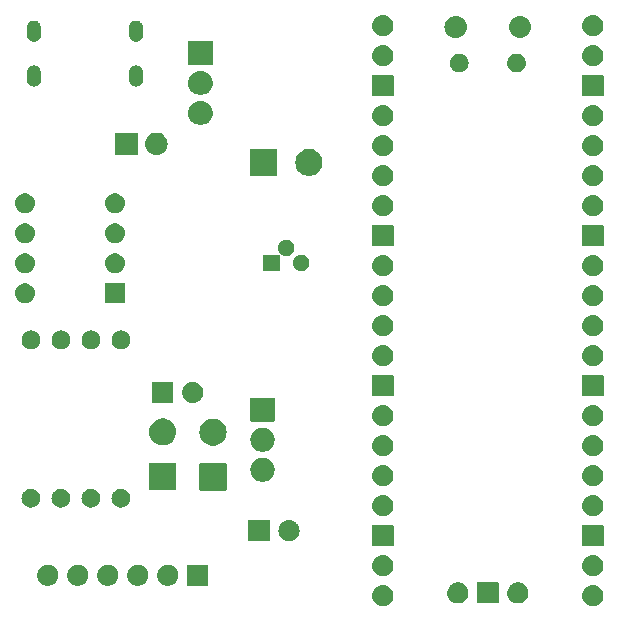
<source format=gbs>
%TF.GenerationSoftware,KiCad,Pcbnew,7.0.9*%
%TF.CreationDate,2024-02-04T13:54:49+01:00*%
%TF.ProjectId,BPN,42504e2e-6b69-4636-9164-5f7063625858,29.01.2024*%
%TF.SameCoordinates,Original*%
%TF.FileFunction,Soldermask,Bot*%
%TF.FilePolarity,Negative*%
%FSLAX46Y46*%
G04 Gerber Fmt 4.6, Leading zero omitted, Abs format (unit mm)*
G04 Created by KiCad (PCBNEW 7.0.9) date 2024-02-04 13:54:49*
%MOMM*%
%LPD*%
G01*
G04 APERTURE LIST*
G04 APERTURE END LIST*
G36*
X172282607Y-95579930D02*
G01*
X172329076Y-95579930D01*
X172369202Y-95588459D01*
X172410533Y-95592530D01*
X172462460Y-95608282D01*
X172513115Y-95619049D01*
X172545527Y-95633479D01*
X172579321Y-95643731D01*
X172633023Y-95672435D01*
X172685000Y-95695577D01*
X172709165Y-95713134D01*
X172734878Y-95726878D01*
X172787333Y-95769927D01*
X172837218Y-95806170D01*
X172853412Y-95824155D01*
X172871225Y-95838774D01*
X172919089Y-95897097D01*
X172963115Y-95945993D01*
X172972365Y-95962015D01*
X172983121Y-95975121D01*
X173022908Y-96049557D01*
X173057191Y-96108937D01*
X173061134Y-96121074D01*
X173066268Y-96130678D01*
X173094568Y-96223971D01*
X173115333Y-96287879D01*
X173116064Y-96294834D01*
X173117469Y-96299466D01*
X173131151Y-96438385D01*
X173135000Y-96475000D01*
X173131151Y-96511617D01*
X173117469Y-96650533D01*
X173116064Y-96655164D01*
X173115333Y-96662121D01*
X173094563Y-96726042D01*
X173066268Y-96819321D01*
X173061135Y-96828923D01*
X173057191Y-96841063D01*
X173022901Y-96900454D01*
X172983121Y-96974878D01*
X172972367Y-96987981D01*
X172963115Y-97004007D01*
X172919080Y-97052912D01*
X172871225Y-97111225D01*
X172853415Y-97125840D01*
X172837218Y-97143830D01*
X172787323Y-97180080D01*
X172734878Y-97223121D01*
X172709171Y-97236861D01*
X172685000Y-97254423D01*
X172633012Y-97277569D01*
X172579321Y-97306268D01*
X172545534Y-97316517D01*
X172513115Y-97330951D01*
X172462449Y-97341720D01*
X172410533Y-97357469D01*
X172369210Y-97361538D01*
X172329076Y-97370070D01*
X172282597Y-97370070D01*
X172235000Y-97374758D01*
X172187403Y-97370070D01*
X172140924Y-97370070D01*
X172100789Y-97361539D01*
X172059466Y-97357469D01*
X172007546Y-97341719D01*
X171956885Y-97330951D01*
X171924467Y-97316517D01*
X171890678Y-97306268D01*
X171836981Y-97277566D01*
X171785000Y-97254423D01*
X171760831Y-97236863D01*
X171735121Y-97223121D01*
X171682667Y-97180074D01*
X171632782Y-97143830D01*
X171616587Y-97125843D01*
X171598774Y-97111225D01*
X171550908Y-97052899D01*
X171506885Y-97004007D01*
X171497634Y-96987985D01*
X171486878Y-96974878D01*
X171447085Y-96900431D01*
X171412809Y-96841063D01*
X171408866Y-96828928D01*
X171403731Y-96819321D01*
X171375421Y-96725996D01*
X171354667Y-96662121D01*
X171353936Y-96655169D01*
X171352530Y-96650533D01*
X171338832Y-96511466D01*
X171335000Y-96475000D01*
X171338832Y-96438536D01*
X171352530Y-96299466D01*
X171353936Y-96294829D01*
X171354667Y-96287879D01*
X171375416Y-96224017D01*
X171403731Y-96130678D01*
X171408866Y-96121069D01*
X171412809Y-96108937D01*
X171447078Y-96049581D01*
X171486878Y-95975121D01*
X171497636Y-95962011D01*
X171506885Y-95945993D01*
X171550898Y-95897110D01*
X171598774Y-95838774D01*
X171616590Y-95824152D01*
X171632782Y-95806170D01*
X171682657Y-95769933D01*
X171735121Y-95726878D01*
X171760836Y-95713132D01*
X171785000Y-95695577D01*
X171836970Y-95672438D01*
X171890678Y-95643731D01*
X171924474Y-95633478D01*
X171956885Y-95619049D01*
X172007535Y-95608282D01*
X172059466Y-95592530D01*
X172100798Y-95588459D01*
X172140924Y-95579930D01*
X172187393Y-95579930D01*
X172235000Y-95575241D01*
X172282607Y-95579930D01*
G37*
G36*
X190062607Y-95579930D02*
G01*
X190109076Y-95579930D01*
X190149202Y-95588459D01*
X190190533Y-95592530D01*
X190242460Y-95608282D01*
X190293115Y-95619049D01*
X190325527Y-95633479D01*
X190359321Y-95643731D01*
X190413023Y-95672435D01*
X190465000Y-95695577D01*
X190489165Y-95713134D01*
X190514878Y-95726878D01*
X190567333Y-95769927D01*
X190617218Y-95806170D01*
X190633412Y-95824155D01*
X190651225Y-95838774D01*
X190699089Y-95897097D01*
X190743115Y-95945993D01*
X190752365Y-95962015D01*
X190763121Y-95975121D01*
X190802908Y-96049557D01*
X190837191Y-96108937D01*
X190841134Y-96121074D01*
X190846268Y-96130678D01*
X190874568Y-96223971D01*
X190895333Y-96287879D01*
X190896064Y-96294834D01*
X190897469Y-96299466D01*
X190911151Y-96438385D01*
X190915000Y-96475000D01*
X190911151Y-96511617D01*
X190897469Y-96650533D01*
X190896064Y-96655164D01*
X190895333Y-96662121D01*
X190874563Y-96726042D01*
X190846268Y-96819321D01*
X190841135Y-96828923D01*
X190837191Y-96841063D01*
X190802901Y-96900454D01*
X190763121Y-96974878D01*
X190752367Y-96987981D01*
X190743115Y-97004007D01*
X190699080Y-97052912D01*
X190651225Y-97111225D01*
X190633415Y-97125840D01*
X190617218Y-97143830D01*
X190567323Y-97180080D01*
X190514878Y-97223121D01*
X190489171Y-97236861D01*
X190465000Y-97254423D01*
X190413012Y-97277569D01*
X190359321Y-97306268D01*
X190325534Y-97316517D01*
X190293115Y-97330951D01*
X190242449Y-97341720D01*
X190190533Y-97357469D01*
X190149210Y-97361538D01*
X190109076Y-97370070D01*
X190062597Y-97370070D01*
X190015000Y-97374758D01*
X189967403Y-97370070D01*
X189920924Y-97370070D01*
X189880789Y-97361539D01*
X189839466Y-97357469D01*
X189787546Y-97341719D01*
X189736885Y-97330951D01*
X189704467Y-97316517D01*
X189670678Y-97306268D01*
X189616981Y-97277566D01*
X189565000Y-97254423D01*
X189540831Y-97236863D01*
X189515121Y-97223121D01*
X189462667Y-97180074D01*
X189412782Y-97143830D01*
X189396587Y-97125843D01*
X189378774Y-97111225D01*
X189330908Y-97052899D01*
X189286885Y-97004007D01*
X189277634Y-96987985D01*
X189266878Y-96974878D01*
X189227085Y-96900431D01*
X189192809Y-96841063D01*
X189188866Y-96828928D01*
X189183731Y-96819321D01*
X189155421Y-96725996D01*
X189134667Y-96662121D01*
X189133936Y-96655169D01*
X189132530Y-96650533D01*
X189118832Y-96511466D01*
X189115000Y-96475000D01*
X189118832Y-96438536D01*
X189132530Y-96299466D01*
X189133936Y-96294829D01*
X189134667Y-96287879D01*
X189155416Y-96224017D01*
X189183731Y-96130678D01*
X189188866Y-96121069D01*
X189192809Y-96108937D01*
X189227078Y-96049581D01*
X189266878Y-95975121D01*
X189277636Y-95962011D01*
X189286885Y-95945993D01*
X189330898Y-95897110D01*
X189378774Y-95838774D01*
X189396590Y-95824152D01*
X189412782Y-95806170D01*
X189462657Y-95769933D01*
X189515121Y-95726878D01*
X189540836Y-95713132D01*
X189565000Y-95695577D01*
X189616970Y-95672438D01*
X189670678Y-95643731D01*
X189704474Y-95633478D01*
X189736885Y-95619049D01*
X189787535Y-95608282D01*
X189839466Y-95592530D01*
X189880798Y-95588459D01*
X189920924Y-95579930D01*
X189967393Y-95579930D01*
X190015000Y-95575241D01*
X190062607Y-95579930D01*
G37*
G36*
X181994134Y-95348806D02*
G01*
X182010355Y-95359645D01*
X182021194Y-95375866D01*
X182025000Y-95395000D01*
X182025000Y-97095000D01*
X182021194Y-97114134D01*
X182010355Y-97130355D01*
X181994134Y-97141194D01*
X181975000Y-97145000D01*
X180275000Y-97145000D01*
X180255866Y-97141194D01*
X180239645Y-97130355D01*
X180228806Y-97114134D01*
X180225000Y-97095000D01*
X180225000Y-95395000D01*
X180228806Y-95375866D01*
X180239645Y-95359645D01*
X180255866Y-95348806D01*
X180275000Y-95345000D01*
X181975000Y-95345000D01*
X181994134Y-95348806D01*
G37*
G36*
X178632607Y-95349930D02*
G01*
X178679076Y-95349930D01*
X178719202Y-95358459D01*
X178760533Y-95362530D01*
X178812460Y-95378282D01*
X178863115Y-95389049D01*
X178895527Y-95403479D01*
X178929321Y-95413731D01*
X178983023Y-95442435D01*
X179035000Y-95465577D01*
X179059165Y-95483134D01*
X179084878Y-95496878D01*
X179137333Y-95539927D01*
X179187218Y-95576170D01*
X179203412Y-95594155D01*
X179221225Y-95608774D01*
X179269089Y-95667097D01*
X179313115Y-95715993D01*
X179322365Y-95732015D01*
X179333121Y-95745121D01*
X179372908Y-95819557D01*
X179407191Y-95878937D01*
X179411134Y-95891074D01*
X179416268Y-95900678D01*
X179444568Y-95993971D01*
X179465333Y-96057879D01*
X179466064Y-96064834D01*
X179467469Y-96069466D01*
X179481151Y-96208385D01*
X179485000Y-96245000D01*
X179481151Y-96281617D01*
X179467469Y-96420533D01*
X179466064Y-96425164D01*
X179465333Y-96432121D01*
X179444563Y-96496042D01*
X179416268Y-96589321D01*
X179411135Y-96598923D01*
X179407191Y-96611063D01*
X179372901Y-96670454D01*
X179333121Y-96744878D01*
X179322367Y-96757981D01*
X179313115Y-96774007D01*
X179269080Y-96822912D01*
X179221225Y-96881225D01*
X179203415Y-96895840D01*
X179187218Y-96913830D01*
X179137323Y-96950080D01*
X179084878Y-96993121D01*
X179059171Y-97006861D01*
X179035000Y-97024423D01*
X178983012Y-97047569D01*
X178929321Y-97076268D01*
X178895534Y-97086517D01*
X178863115Y-97100951D01*
X178812449Y-97111720D01*
X178760533Y-97127469D01*
X178719210Y-97131538D01*
X178679076Y-97140070D01*
X178632597Y-97140070D01*
X178585000Y-97144758D01*
X178537403Y-97140070D01*
X178490924Y-97140070D01*
X178450789Y-97131539D01*
X178409466Y-97127469D01*
X178357546Y-97111719D01*
X178306885Y-97100951D01*
X178274467Y-97086517D01*
X178240678Y-97076268D01*
X178186981Y-97047566D01*
X178135000Y-97024423D01*
X178110831Y-97006863D01*
X178085121Y-96993121D01*
X178032667Y-96950074D01*
X177982782Y-96913830D01*
X177966587Y-96895843D01*
X177948774Y-96881225D01*
X177900908Y-96822899D01*
X177856885Y-96774007D01*
X177847634Y-96757985D01*
X177836878Y-96744878D01*
X177797085Y-96670431D01*
X177762809Y-96611063D01*
X177758866Y-96598928D01*
X177753731Y-96589321D01*
X177725421Y-96495996D01*
X177704667Y-96432121D01*
X177703936Y-96425169D01*
X177702530Y-96420533D01*
X177688832Y-96281466D01*
X177685000Y-96245000D01*
X177688832Y-96208536D01*
X177702530Y-96069466D01*
X177703936Y-96064829D01*
X177704667Y-96057879D01*
X177725416Y-95994017D01*
X177753731Y-95900678D01*
X177758866Y-95891069D01*
X177762809Y-95878937D01*
X177797078Y-95819581D01*
X177836878Y-95745121D01*
X177847636Y-95732011D01*
X177856885Y-95715993D01*
X177900898Y-95667110D01*
X177948774Y-95608774D01*
X177966590Y-95594152D01*
X177982782Y-95576170D01*
X178032657Y-95539933D01*
X178085121Y-95496878D01*
X178110836Y-95483132D01*
X178135000Y-95465577D01*
X178186970Y-95442438D01*
X178240678Y-95413731D01*
X178274474Y-95403478D01*
X178306885Y-95389049D01*
X178357535Y-95378282D01*
X178409466Y-95362530D01*
X178450798Y-95358459D01*
X178490924Y-95349930D01*
X178537393Y-95349930D01*
X178585000Y-95345241D01*
X178632607Y-95349930D01*
G37*
G36*
X183712607Y-95349930D02*
G01*
X183759076Y-95349930D01*
X183799202Y-95358459D01*
X183840533Y-95362530D01*
X183892460Y-95378282D01*
X183943115Y-95389049D01*
X183975527Y-95403479D01*
X184009321Y-95413731D01*
X184063023Y-95442435D01*
X184115000Y-95465577D01*
X184139165Y-95483134D01*
X184164878Y-95496878D01*
X184217333Y-95539927D01*
X184267218Y-95576170D01*
X184283412Y-95594155D01*
X184301225Y-95608774D01*
X184349089Y-95667097D01*
X184393115Y-95715993D01*
X184402365Y-95732015D01*
X184413121Y-95745121D01*
X184452908Y-95819557D01*
X184487191Y-95878937D01*
X184491134Y-95891074D01*
X184496268Y-95900678D01*
X184524568Y-95993971D01*
X184545333Y-96057879D01*
X184546064Y-96064834D01*
X184547469Y-96069466D01*
X184561151Y-96208385D01*
X184565000Y-96245000D01*
X184561151Y-96281617D01*
X184547469Y-96420533D01*
X184546064Y-96425164D01*
X184545333Y-96432121D01*
X184524563Y-96496042D01*
X184496268Y-96589321D01*
X184491135Y-96598923D01*
X184487191Y-96611063D01*
X184452901Y-96670454D01*
X184413121Y-96744878D01*
X184402367Y-96757981D01*
X184393115Y-96774007D01*
X184349080Y-96822912D01*
X184301225Y-96881225D01*
X184283415Y-96895840D01*
X184267218Y-96913830D01*
X184217323Y-96950080D01*
X184164878Y-96993121D01*
X184139171Y-97006861D01*
X184115000Y-97024423D01*
X184063012Y-97047569D01*
X184009321Y-97076268D01*
X183975534Y-97086517D01*
X183943115Y-97100951D01*
X183892449Y-97111720D01*
X183840533Y-97127469D01*
X183799210Y-97131538D01*
X183759076Y-97140070D01*
X183712597Y-97140070D01*
X183665000Y-97144758D01*
X183617403Y-97140070D01*
X183570924Y-97140070D01*
X183530789Y-97131539D01*
X183489466Y-97127469D01*
X183437546Y-97111719D01*
X183386885Y-97100951D01*
X183354467Y-97086517D01*
X183320678Y-97076268D01*
X183266981Y-97047566D01*
X183215000Y-97024423D01*
X183190831Y-97006863D01*
X183165121Y-96993121D01*
X183112667Y-96950074D01*
X183062782Y-96913830D01*
X183046587Y-96895843D01*
X183028774Y-96881225D01*
X182980908Y-96822899D01*
X182936885Y-96774007D01*
X182927634Y-96757985D01*
X182916878Y-96744878D01*
X182877085Y-96670431D01*
X182842809Y-96611063D01*
X182838866Y-96598928D01*
X182833731Y-96589321D01*
X182805421Y-96495996D01*
X182784667Y-96432121D01*
X182783936Y-96425169D01*
X182782530Y-96420533D01*
X182768832Y-96281466D01*
X182765000Y-96245000D01*
X182768832Y-96208536D01*
X182782530Y-96069466D01*
X182783936Y-96064829D01*
X182784667Y-96057879D01*
X182805416Y-95994017D01*
X182833731Y-95900678D01*
X182838866Y-95891069D01*
X182842809Y-95878937D01*
X182877078Y-95819581D01*
X182916878Y-95745121D01*
X182927636Y-95732011D01*
X182936885Y-95715993D01*
X182980898Y-95667110D01*
X183028774Y-95608774D01*
X183046590Y-95594152D01*
X183062782Y-95576170D01*
X183112657Y-95539933D01*
X183165121Y-95496878D01*
X183190836Y-95483132D01*
X183215000Y-95465577D01*
X183266970Y-95442438D01*
X183320678Y-95413731D01*
X183354474Y-95403478D01*
X183386885Y-95389049D01*
X183437535Y-95378282D01*
X183489466Y-95362530D01*
X183530798Y-95358459D01*
X183570924Y-95349930D01*
X183617393Y-95349930D01*
X183665000Y-95345241D01*
X183712607Y-95349930D01*
G37*
G36*
X157429134Y-93853806D02*
G01*
X157445355Y-93864645D01*
X157456194Y-93880866D01*
X157460000Y-93900000D01*
X157460000Y-95600000D01*
X157456194Y-95619134D01*
X157445355Y-95635355D01*
X157429134Y-95646194D01*
X157410000Y-95650000D01*
X155710000Y-95650000D01*
X155690866Y-95646194D01*
X155674645Y-95635355D01*
X155663806Y-95619134D01*
X155660000Y-95600000D01*
X155660000Y-93900000D01*
X155663806Y-93880866D01*
X155674645Y-93864645D01*
X155690866Y-93853806D01*
X155710000Y-93850000D01*
X157410000Y-93850000D01*
X157429134Y-93853806D01*
G37*
G36*
X143907607Y-93854930D02*
G01*
X143954076Y-93854930D01*
X143994202Y-93863459D01*
X144035533Y-93867530D01*
X144087460Y-93883282D01*
X144138115Y-93894049D01*
X144170527Y-93908479D01*
X144204321Y-93918731D01*
X144258023Y-93947435D01*
X144310000Y-93970577D01*
X144334165Y-93988134D01*
X144359878Y-94001878D01*
X144412333Y-94044927D01*
X144462218Y-94081170D01*
X144478412Y-94099155D01*
X144496225Y-94113774D01*
X144544089Y-94172097D01*
X144588115Y-94220993D01*
X144597365Y-94237015D01*
X144608121Y-94250121D01*
X144647908Y-94324557D01*
X144682191Y-94383937D01*
X144686134Y-94396074D01*
X144691268Y-94405678D01*
X144719568Y-94498971D01*
X144740333Y-94562879D01*
X144741064Y-94569834D01*
X144742469Y-94574466D01*
X144756151Y-94713385D01*
X144760000Y-94750000D01*
X144756151Y-94786617D01*
X144742469Y-94925533D01*
X144741064Y-94930164D01*
X144740333Y-94937121D01*
X144719563Y-95001042D01*
X144691268Y-95094321D01*
X144686135Y-95103923D01*
X144682191Y-95116063D01*
X144647901Y-95175454D01*
X144608121Y-95249878D01*
X144597367Y-95262981D01*
X144588115Y-95279007D01*
X144544080Y-95327912D01*
X144496225Y-95386225D01*
X144478415Y-95400840D01*
X144462218Y-95418830D01*
X144412323Y-95455080D01*
X144359878Y-95498121D01*
X144334171Y-95511861D01*
X144310000Y-95529423D01*
X144258012Y-95552569D01*
X144204321Y-95581268D01*
X144170534Y-95591517D01*
X144138115Y-95605951D01*
X144087449Y-95616720D01*
X144035533Y-95632469D01*
X143994210Y-95636538D01*
X143954076Y-95645070D01*
X143907597Y-95645070D01*
X143860000Y-95649758D01*
X143812403Y-95645070D01*
X143765924Y-95645070D01*
X143725789Y-95636539D01*
X143684466Y-95632469D01*
X143632546Y-95616719D01*
X143581885Y-95605951D01*
X143549467Y-95591517D01*
X143515678Y-95581268D01*
X143461981Y-95552566D01*
X143410000Y-95529423D01*
X143385831Y-95511863D01*
X143360121Y-95498121D01*
X143307667Y-95455074D01*
X143257782Y-95418830D01*
X143241587Y-95400843D01*
X143223774Y-95386225D01*
X143175908Y-95327899D01*
X143131885Y-95279007D01*
X143122634Y-95262985D01*
X143111878Y-95249878D01*
X143072085Y-95175431D01*
X143037809Y-95116063D01*
X143033866Y-95103928D01*
X143028731Y-95094321D01*
X143000421Y-95000996D01*
X142979667Y-94937121D01*
X142978936Y-94930169D01*
X142977530Y-94925533D01*
X142963832Y-94786466D01*
X142960000Y-94750000D01*
X142963832Y-94713536D01*
X142977530Y-94574466D01*
X142978936Y-94569829D01*
X142979667Y-94562879D01*
X143000416Y-94499017D01*
X143028731Y-94405678D01*
X143033866Y-94396069D01*
X143037809Y-94383937D01*
X143072078Y-94324581D01*
X143111878Y-94250121D01*
X143122636Y-94237011D01*
X143131885Y-94220993D01*
X143175898Y-94172110D01*
X143223774Y-94113774D01*
X143241590Y-94099152D01*
X143257782Y-94081170D01*
X143307657Y-94044933D01*
X143360121Y-94001878D01*
X143385836Y-93988132D01*
X143410000Y-93970577D01*
X143461970Y-93947438D01*
X143515678Y-93918731D01*
X143549474Y-93908478D01*
X143581885Y-93894049D01*
X143632535Y-93883282D01*
X143684466Y-93867530D01*
X143725798Y-93863459D01*
X143765924Y-93854930D01*
X143812393Y-93854930D01*
X143860000Y-93850241D01*
X143907607Y-93854930D01*
G37*
G36*
X146447607Y-93854930D02*
G01*
X146494076Y-93854930D01*
X146534202Y-93863459D01*
X146575533Y-93867530D01*
X146627460Y-93883282D01*
X146678115Y-93894049D01*
X146710527Y-93908479D01*
X146744321Y-93918731D01*
X146798023Y-93947435D01*
X146850000Y-93970577D01*
X146874165Y-93988134D01*
X146899878Y-94001878D01*
X146952333Y-94044927D01*
X147002218Y-94081170D01*
X147018412Y-94099155D01*
X147036225Y-94113774D01*
X147084089Y-94172097D01*
X147128115Y-94220993D01*
X147137365Y-94237015D01*
X147148121Y-94250121D01*
X147187908Y-94324557D01*
X147222191Y-94383937D01*
X147226134Y-94396074D01*
X147231268Y-94405678D01*
X147259568Y-94498971D01*
X147280333Y-94562879D01*
X147281064Y-94569834D01*
X147282469Y-94574466D01*
X147296151Y-94713385D01*
X147300000Y-94750000D01*
X147296151Y-94786617D01*
X147282469Y-94925533D01*
X147281064Y-94930164D01*
X147280333Y-94937121D01*
X147259563Y-95001042D01*
X147231268Y-95094321D01*
X147226135Y-95103923D01*
X147222191Y-95116063D01*
X147187901Y-95175454D01*
X147148121Y-95249878D01*
X147137367Y-95262981D01*
X147128115Y-95279007D01*
X147084080Y-95327912D01*
X147036225Y-95386225D01*
X147018415Y-95400840D01*
X147002218Y-95418830D01*
X146952323Y-95455080D01*
X146899878Y-95498121D01*
X146874171Y-95511861D01*
X146850000Y-95529423D01*
X146798012Y-95552569D01*
X146744321Y-95581268D01*
X146710534Y-95591517D01*
X146678115Y-95605951D01*
X146627449Y-95616720D01*
X146575533Y-95632469D01*
X146534210Y-95636538D01*
X146494076Y-95645070D01*
X146447597Y-95645070D01*
X146400000Y-95649758D01*
X146352403Y-95645070D01*
X146305924Y-95645070D01*
X146265789Y-95636539D01*
X146224466Y-95632469D01*
X146172546Y-95616719D01*
X146121885Y-95605951D01*
X146089467Y-95591517D01*
X146055678Y-95581268D01*
X146001981Y-95552566D01*
X145950000Y-95529423D01*
X145925831Y-95511863D01*
X145900121Y-95498121D01*
X145847667Y-95455074D01*
X145797782Y-95418830D01*
X145781587Y-95400843D01*
X145763774Y-95386225D01*
X145715908Y-95327899D01*
X145671885Y-95279007D01*
X145662634Y-95262985D01*
X145651878Y-95249878D01*
X145612085Y-95175431D01*
X145577809Y-95116063D01*
X145573866Y-95103928D01*
X145568731Y-95094321D01*
X145540421Y-95000996D01*
X145519667Y-94937121D01*
X145518936Y-94930169D01*
X145517530Y-94925533D01*
X145503832Y-94786466D01*
X145500000Y-94750000D01*
X145503832Y-94713536D01*
X145517530Y-94574466D01*
X145518936Y-94569829D01*
X145519667Y-94562879D01*
X145540416Y-94499017D01*
X145568731Y-94405678D01*
X145573866Y-94396069D01*
X145577809Y-94383937D01*
X145612078Y-94324581D01*
X145651878Y-94250121D01*
X145662636Y-94237011D01*
X145671885Y-94220993D01*
X145715898Y-94172110D01*
X145763774Y-94113774D01*
X145781590Y-94099152D01*
X145797782Y-94081170D01*
X145847657Y-94044933D01*
X145900121Y-94001878D01*
X145925836Y-93988132D01*
X145950000Y-93970577D01*
X146001970Y-93947438D01*
X146055678Y-93918731D01*
X146089474Y-93908478D01*
X146121885Y-93894049D01*
X146172535Y-93883282D01*
X146224466Y-93867530D01*
X146265798Y-93863459D01*
X146305924Y-93854930D01*
X146352393Y-93854930D01*
X146400000Y-93850241D01*
X146447607Y-93854930D01*
G37*
G36*
X148987607Y-93854930D02*
G01*
X149034076Y-93854930D01*
X149074202Y-93863459D01*
X149115533Y-93867530D01*
X149167460Y-93883282D01*
X149218115Y-93894049D01*
X149250527Y-93908479D01*
X149284321Y-93918731D01*
X149338023Y-93947435D01*
X149390000Y-93970577D01*
X149414165Y-93988134D01*
X149439878Y-94001878D01*
X149492333Y-94044927D01*
X149542218Y-94081170D01*
X149558412Y-94099155D01*
X149576225Y-94113774D01*
X149624089Y-94172097D01*
X149668115Y-94220993D01*
X149677365Y-94237015D01*
X149688121Y-94250121D01*
X149727908Y-94324557D01*
X149762191Y-94383937D01*
X149766134Y-94396074D01*
X149771268Y-94405678D01*
X149799568Y-94498971D01*
X149820333Y-94562879D01*
X149821064Y-94569834D01*
X149822469Y-94574466D01*
X149836151Y-94713385D01*
X149840000Y-94750000D01*
X149836151Y-94786617D01*
X149822469Y-94925533D01*
X149821064Y-94930164D01*
X149820333Y-94937121D01*
X149799563Y-95001042D01*
X149771268Y-95094321D01*
X149766135Y-95103923D01*
X149762191Y-95116063D01*
X149727901Y-95175454D01*
X149688121Y-95249878D01*
X149677367Y-95262981D01*
X149668115Y-95279007D01*
X149624080Y-95327912D01*
X149576225Y-95386225D01*
X149558415Y-95400840D01*
X149542218Y-95418830D01*
X149492323Y-95455080D01*
X149439878Y-95498121D01*
X149414171Y-95511861D01*
X149390000Y-95529423D01*
X149338012Y-95552569D01*
X149284321Y-95581268D01*
X149250534Y-95591517D01*
X149218115Y-95605951D01*
X149167449Y-95616720D01*
X149115533Y-95632469D01*
X149074210Y-95636538D01*
X149034076Y-95645070D01*
X148987597Y-95645070D01*
X148940000Y-95649758D01*
X148892403Y-95645070D01*
X148845924Y-95645070D01*
X148805789Y-95636539D01*
X148764466Y-95632469D01*
X148712546Y-95616719D01*
X148661885Y-95605951D01*
X148629467Y-95591517D01*
X148595678Y-95581268D01*
X148541981Y-95552566D01*
X148490000Y-95529423D01*
X148465831Y-95511863D01*
X148440121Y-95498121D01*
X148387667Y-95455074D01*
X148337782Y-95418830D01*
X148321587Y-95400843D01*
X148303774Y-95386225D01*
X148255908Y-95327899D01*
X148211885Y-95279007D01*
X148202634Y-95262985D01*
X148191878Y-95249878D01*
X148152085Y-95175431D01*
X148117809Y-95116063D01*
X148113866Y-95103928D01*
X148108731Y-95094321D01*
X148080421Y-95000996D01*
X148059667Y-94937121D01*
X148058936Y-94930169D01*
X148057530Y-94925533D01*
X148043832Y-94786466D01*
X148040000Y-94750000D01*
X148043832Y-94713536D01*
X148057530Y-94574466D01*
X148058936Y-94569829D01*
X148059667Y-94562879D01*
X148080416Y-94499017D01*
X148108731Y-94405678D01*
X148113866Y-94396069D01*
X148117809Y-94383937D01*
X148152078Y-94324581D01*
X148191878Y-94250121D01*
X148202636Y-94237011D01*
X148211885Y-94220993D01*
X148255898Y-94172110D01*
X148303774Y-94113774D01*
X148321590Y-94099152D01*
X148337782Y-94081170D01*
X148387657Y-94044933D01*
X148440121Y-94001878D01*
X148465836Y-93988132D01*
X148490000Y-93970577D01*
X148541970Y-93947438D01*
X148595678Y-93918731D01*
X148629474Y-93908478D01*
X148661885Y-93894049D01*
X148712535Y-93883282D01*
X148764466Y-93867530D01*
X148805798Y-93863459D01*
X148845924Y-93854930D01*
X148892393Y-93854930D01*
X148940000Y-93850241D01*
X148987607Y-93854930D01*
G37*
G36*
X151527607Y-93854930D02*
G01*
X151574076Y-93854930D01*
X151614202Y-93863459D01*
X151655533Y-93867530D01*
X151707460Y-93883282D01*
X151758115Y-93894049D01*
X151790527Y-93908479D01*
X151824321Y-93918731D01*
X151878023Y-93947435D01*
X151930000Y-93970577D01*
X151954165Y-93988134D01*
X151979878Y-94001878D01*
X152032333Y-94044927D01*
X152082218Y-94081170D01*
X152098412Y-94099155D01*
X152116225Y-94113774D01*
X152164089Y-94172097D01*
X152208115Y-94220993D01*
X152217365Y-94237015D01*
X152228121Y-94250121D01*
X152267908Y-94324557D01*
X152302191Y-94383937D01*
X152306134Y-94396074D01*
X152311268Y-94405678D01*
X152339568Y-94498971D01*
X152360333Y-94562879D01*
X152361064Y-94569834D01*
X152362469Y-94574466D01*
X152376151Y-94713385D01*
X152380000Y-94750000D01*
X152376151Y-94786617D01*
X152362469Y-94925533D01*
X152361064Y-94930164D01*
X152360333Y-94937121D01*
X152339563Y-95001042D01*
X152311268Y-95094321D01*
X152306135Y-95103923D01*
X152302191Y-95116063D01*
X152267901Y-95175454D01*
X152228121Y-95249878D01*
X152217367Y-95262981D01*
X152208115Y-95279007D01*
X152164080Y-95327912D01*
X152116225Y-95386225D01*
X152098415Y-95400840D01*
X152082218Y-95418830D01*
X152032323Y-95455080D01*
X151979878Y-95498121D01*
X151954171Y-95511861D01*
X151930000Y-95529423D01*
X151878012Y-95552569D01*
X151824321Y-95581268D01*
X151790534Y-95591517D01*
X151758115Y-95605951D01*
X151707449Y-95616720D01*
X151655533Y-95632469D01*
X151614210Y-95636538D01*
X151574076Y-95645070D01*
X151527597Y-95645070D01*
X151480000Y-95649758D01*
X151432403Y-95645070D01*
X151385924Y-95645070D01*
X151345789Y-95636539D01*
X151304466Y-95632469D01*
X151252546Y-95616719D01*
X151201885Y-95605951D01*
X151169467Y-95591517D01*
X151135678Y-95581268D01*
X151081981Y-95552566D01*
X151030000Y-95529423D01*
X151005831Y-95511863D01*
X150980121Y-95498121D01*
X150927667Y-95455074D01*
X150877782Y-95418830D01*
X150861587Y-95400843D01*
X150843774Y-95386225D01*
X150795908Y-95327899D01*
X150751885Y-95279007D01*
X150742634Y-95262985D01*
X150731878Y-95249878D01*
X150692085Y-95175431D01*
X150657809Y-95116063D01*
X150653866Y-95103928D01*
X150648731Y-95094321D01*
X150620421Y-95000996D01*
X150599667Y-94937121D01*
X150598936Y-94930169D01*
X150597530Y-94925533D01*
X150583832Y-94786466D01*
X150580000Y-94750000D01*
X150583832Y-94713536D01*
X150597530Y-94574466D01*
X150598936Y-94569829D01*
X150599667Y-94562879D01*
X150620416Y-94499017D01*
X150648731Y-94405678D01*
X150653866Y-94396069D01*
X150657809Y-94383937D01*
X150692078Y-94324581D01*
X150731878Y-94250121D01*
X150742636Y-94237011D01*
X150751885Y-94220993D01*
X150795898Y-94172110D01*
X150843774Y-94113774D01*
X150861590Y-94099152D01*
X150877782Y-94081170D01*
X150927657Y-94044933D01*
X150980121Y-94001878D01*
X151005836Y-93988132D01*
X151030000Y-93970577D01*
X151081970Y-93947438D01*
X151135678Y-93918731D01*
X151169474Y-93908478D01*
X151201885Y-93894049D01*
X151252535Y-93883282D01*
X151304466Y-93867530D01*
X151345798Y-93863459D01*
X151385924Y-93854930D01*
X151432393Y-93854930D01*
X151480000Y-93850241D01*
X151527607Y-93854930D01*
G37*
G36*
X154067607Y-93854930D02*
G01*
X154114076Y-93854930D01*
X154154202Y-93863459D01*
X154195533Y-93867530D01*
X154247460Y-93883282D01*
X154298115Y-93894049D01*
X154330527Y-93908479D01*
X154364321Y-93918731D01*
X154418023Y-93947435D01*
X154470000Y-93970577D01*
X154494165Y-93988134D01*
X154519878Y-94001878D01*
X154572333Y-94044927D01*
X154622218Y-94081170D01*
X154638412Y-94099155D01*
X154656225Y-94113774D01*
X154704089Y-94172097D01*
X154748115Y-94220993D01*
X154757365Y-94237015D01*
X154768121Y-94250121D01*
X154807908Y-94324557D01*
X154842191Y-94383937D01*
X154846134Y-94396074D01*
X154851268Y-94405678D01*
X154879568Y-94498971D01*
X154900333Y-94562879D01*
X154901064Y-94569834D01*
X154902469Y-94574466D01*
X154916151Y-94713385D01*
X154920000Y-94750000D01*
X154916151Y-94786617D01*
X154902469Y-94925533D01*
X154901064Y-94930164D01*
X154900333Y-94937121D01*
X154879563Y-95001042D01*
X154851268Y-95094321D01*
X154846135Y-95103923D01*
X154842191Y-95116063D01*
X154807901Y-95175454D01*
X154768121Y-95249878D01*
X154757367Y-95262981D01*
X154748115Y-95279007D01*
X154704080Y-95327912D01*
X154656225Y-95386225D01*
X154638415Y-95400840D01*
X154622218Y-95418830D01*
X154572323Y-95455080D01*
X154519878Y-95498121D01*
X154494171Y-95511861D01*
X154470000Y-95529423D01*
X154418012Y-95552569D01*
X154364321Y-95581268D01*
X154330534Y-95591517D01*
X154298115Y-95605951D01*
X154247449Y-95616720D01*
X154195533Y-95632469D01*
X154154210Y-95636538D01*
X154114076Y-95645070D01*
X154067597Y-95645070D01*
X154020000Y-95649758D01*
X153972403Y-95645070D01*
X153925924Y-95645070D01*
X153885789Y-95636539D01*
X153844466Y-95632469D01*
X153792546Y-95616719D01*
X153741885Y-95605951D01*
X153709467Y-95591517D01*
X153675678Y-95581268D01*
X153621981Y-95552566D01*
X153570000Y-95529423D01*
X153545831Y-95511863D01*
X153520121Y-95498121D01*
X153467667Y-95455074D01*
X153417782Y-95418830D01*
X153401587Y-95400843D01*
X153383774Y-95386225D01*
X153335908Y-95327899D01*
X153291885Y-95279007D01*
X153282634Y-95262985D01*
X153271878Y-95249878D01*
X153232085Y-95175431D01*
X153197809Y-95116063D01*
X153193866Y-95103928D01*
X153188731Y-95094321D01*
X153160421Y-95000996D01*
X153139667Y-94937121D01*
X153138936Y-94930169D01*
X153137530Y-94925533D01*
X153123832Y-94786466D01*
X153120000Y-94750000D01*
X153123832Y-94713536D01*
X153137530Y-94574466D01*
X153138936Y-94569829D01*
X153139667Y-94562879D01*
X153160416Y-94499017D01*
X153188731Y-94405678D01*
X153193866Y-94396069D01*
X153197809Y-94383937D01*
X153232078Y-94324581D01*
X153271878Y-94250121D01*
X153282636Y-94237011D01*
X153291885Y-94220993D01*
X153335898Y-94172110D01*
X153383774Y-94113774D01*
X153401590Y-94099152D01*
X153417782Y-94081170D01*
X153467657Y-94044933D01*
X153520121Y-94001878D01*
X153545836Y-93988132D01*
X153570000Y-93970577D01*
X153621970Y-93947438D01*
X153675678Y-93918731D01*
X153709474Y-93908478D01*
X153741885Y-93894049D01*
X153792535Y-93883282D01*
X153844466Y-93867530D01*
X153885798Y-93863459D01*
X153925924Y-93854930D01*
X153972393Y-93854930D01*
X154020000Y-93850241D01*
X154067607Y-93854930D01*
G37*
G36*
X172282607Y-93039930D02*
G01*
X172329076Y-93039930D01*
X172369202Y-93048459D01*
X172410533Y-93052530D01*
X172462460Y-93068282D01*
X172513115Y-93079049D01*
X172545527Y-93093479D01*
X172579321Y-93103731D01*
X172633023Y-93132435D01*
X172685000Y-93155577D01*
X172709165Y-93173134D01*
X172734878Y-93186878D01*
X172787333Y-93229927D01*
X172837218Y-93266170D01*
X172853412Y-93284155D01*
X172871225Y-93298774D01*
X172919089Y-93357097D01*
X172963115Y-93405993D01*
X172972365Y-93422015D01*
X172983121Y-93435121D01*
X173022908Y-93509557D01*
X173057191Y-93568937D01*
X173061134Y-93581074D01*
X173066268Y-93590678D01*
X173094568Y-93683971D01*
X173115333Y-93747879D01*
X173116064Y-93754834D01*
X173117469Y-93759466D01*
X173131151Y-93898385D01*
X173135000Y-93935000D01*
X173131151Y-93971617D01*
X173117469Y-94110533D01*
X173116064Y-94115164D01*
X173115333Y-94122121D01*
X173094563Y-94186042D01*
X173066268Y-94279321D01*
X173061135Y-94288923D01*
X173057191Y-94301063D01*
X173022901Y-94360454D01*
X172983121Y-94434878D01*
X172972367Y-94447981D01*
X172963115Y-94464007D01*
X172919080Y-94512912D01*
X172871225Y-94571225D01*
X172853415Y-94585840D01*
X172837218Y-94603830D01*
X172787323Y-94640080D01*
X172734878Y-94683121D01*
X172709171Y-94696861D01*
X172685000Y-94714423D01*
X172633012Y-94737569D01*
X172579321Y-94766268D01*
X172545534Y-94776517D01*
X172513115Y-94790951D01*
X172462449Y-94801720D01*
X172410533Y-94817469D01*
X172369210Y-94821538D01*
X172329076Y-94830070D01*
X172282597Y-94830070D01*
X172235000Y-94834758D01*
X172187403Y-94830070D01*
X172140924Y-94830070D01*
X172100789Y-94821539D01*
X172059466Y-94817469D01*
X172007546Y-94801719D01*
X171956885Y-94790951D01*
X171924467Y-94776517D01*
X171890678Y-94766268D01*
X171836981Y-94737566D01*
X171785000Y-94714423D01*
X171760831Y-94696863D01*
X171735121Y-94683121D01*
X171682667Y-94640074D01*
X171632782Y-94603830D01*
X171616587Y-94585843D01*
X171598774Y-94571225D01*
X171550908Y-94512899D01*
X171506885Y-94464007D01*
X171497634Y-94447985D01*
X171486878Y-94434878D01*
X171447085Y-94360431D01*
X171412809Y-94301063D01*
X171408866Y-94288928D01*
X171403731Y-94279321D01*
X171375421Y-94185996D01*
X171354667Y-94122121D01*
X171353936Y-94115169D01*
X171352530Y-94110533D01*
X171338832Y-93971466D01*
X171335000Y-93935000D01*
X171338832Y-93898536D01*
X171352530Y-93759466D01*
X171353936Y-93754829D01*
X171354667Y-93747879D01*
X171375416Y-93684017D01*
X171403731Y-93590678D01*
X171408866Y-93581069D01*
X171412809Y-93568937D01*
X171447078Y-93509581D01*
X171486878Y-93435121D01*
X171497636Y-93422011D01*
X171506885Y-93405993D01*
X171550898Y-93357110D01*
X171598774Y-93298774D01*
X171616590Y-93284152D01*
X171632782Y-93266170D01*
X171682657Y-93229933D01*
X171735121Y-93186878D01*
X171760836Y-93173132D01*
X171785000Y-93155577D01*
X171836970Y-93132438D01*
X171890678Y-93103731D01*
X171924474Y-93093478D01*
X171956885Y-93079049D01*
X172007535Y-93068282D01*
X172059466Y-93052530D01*
X172100798Y-93048459D01*
X172140924Y-93039930D01*
X172187393Y-93039930D01*
X172235000Y-93035241D01*
X172282607Y-93039930D01*
G37*
G36*
X190062607Y-93039930D02*
G01*
X190109076Y-93039930D01*
X190149202Y-93048459D01*
X190190533Y-93052530D01*
X190242460Y-93068282D01*
X190293115Y-93079049D01*
X190325527Y-93093479D01*
X190359321Y-93103731D01*
X190413023Y-93132435D01*
X190465000Y-93155577D01*
X190489165Y-93173134D01*
X190514878Y-93186878D01*
X190567333Y-93229927D01*
X190617218Y-93266170D01*
X190633412Y-93284155D01*
X190651225Y-93298774D01*
X190699089Y-93357097D01*
X190743115Y-93405993D01*
X190752365Y-93422015D01*
X190763121Y-93435121D01*
X190802908Y-93509557D01*
X190837191Y-93568937D01*
X190841134Y-93581074D01*
X190846268Y-93590678D01*
X190874568Y-93683971D01*
X190895333Y-93747879D01*
X190896064Y-93754834D01*
X190897469Y-93759466D01*
X190911151Y-93898385D01*
X190915000Y-93935000D01*
X190911151Y-93971617D01*
X190897469Y-94110533D01*
X190896064Y-94115164D01*
X190895333Y-94122121D01*
X190874563Y-94186042D01*
X190846268Y-94279321D01*
X190841135Y-94288923D01*
X190837191Y-94301063D01*
X190802901Y-94360454D01*
X190763121Y-94434878D01*
X190752367Y-94447981D01*
X190743115Y-94464007D01*
X190699080Y-94512912D01*
X190651225Y-94571225D01*
X190633415Y-94585840D01*
X190617218Y-94603830D01*
X190567323Y-94640080D01*
X190514878Y-94683121D01*
X190489171Y-94696861D01*
X190465000Y-94714423D01*
X190413012Y-94737569D01*
X190359321Y-94766268D01*
X190325534Y-94776517D01*
X190293115Y-94790951D01*
X190242449Y-94801720D01*
X190190533Y-94817469D01*
X190149210Y-94821538D01*
X190109076Y-94830070D01*
X190062597Y-94830070D01*
X190015000Y-94834758D01*
X189967403Y-94830070D01*
X189920924Y-94830070D01*
X189880789Y-94821539D01*
X189839466Y-94817469D01*
X189787546Y-94801719D01*
X189736885Y-94790951D01*
X189704467Y-94776517D01*
X189670678Y-94766268D01*
X189616981Y-94737566D01*
X189565000Y-94714423D01*
X189540831Y-94696863D01*
X189515121Y-94683121D01*
X189462667Y-94640074D01*
X189412782Y-94603830D01*
X189396587Y-94585843D01*
X189378774Y-94571225D01*
X189330908Y-94512899D01*
X189286885Y-94464007D01*
X189277634Y-94447985D01*
X189266878Y-94434878D01*
X189227085Y-94360431D01*
X189192809Y-94301063D01*
X189188866Y-94288928D01*
X189183731Y-94279321D01*
X189155421Y-94185996D01*
X189134667Y-94122121D01*
X189133936Y-94115169D01*
X189132530Y-94110533D01*
X189118832Y-93971466D01*
X189115000Y-93935000D01*
X189118832Y-93898536D01*
X189132530Y-93759466D01*
X189133936Y-93754829D01*
X189134667Y-93747879D01*
X189155416Y-93684017D01*
X189183731Y-93590678D01*
X189188866Y-93581069D01*
X189192809Y-93568937D01*
X189227078Y-93509581D01*
X189266878Y-93435121D01*
X189277636Y-93422011D01*
X189286885Y-93405993D01*
X189330898Y-93357110D01*
X189378774Y-93298774D01*
X189396590Y-93284152D01*
X189412782Y-93266170D01*
X189462657Y-93229933D01*
X189515121Y-93186878D01*
X189540836Y-93173132D01*
X189565000Y-93155577D01*
X189616970Y-93132438D01*
X189670678Y-93103731D01*
X189704474Y-93093478D01*
X189736885Y-93079049D01*
X189787535Y-93068282D01*
X189839466Y-93052530D01*
X189880798Y-93048459D01*
X189920924Y-93039930D01*
X189967393Y-93039930D01*
X190015000Y-93035241D01*
X190062607Y-93039930D01*
G37*
G36*
X173104134Y-90498806D02*
G01*
X173120355Y-90509645D01*
X173131194Y-90525866D01*
X173135000Y-90545000D01*
X173135000Y-92245000D01*
X173131194Y-92264134D01*
X173120355Y-92280355D01*
X173104134Y-92291194D01*
X173085000Y-92295000D01*
X171385000Y-92295000D01*
X171365866Y-92291194D01*
X171349645Y-92280355D01*
X171338806Y-92264134D01*
X171335000Y-92245000D01*
X171335000Y-90545000D01*
X171338806Y-90525866D01*
X171349645Y-90509645D01*
X171365866Y-90498806D01*
X171385000Y-90495000D01*
X173085000Y-90495000D01*
X173104134Y-90498806D01*
G37*
G36*
X190884134Y-90498806D02*
G01*
X190900355Y-90509645D01*
X190911194Y-90525866D01*
X190915000Y-90545000D01*
X190915000Y-92245000D01*
X190911194Y-92264134D01*
X190900355Y-92280355D01*
X190884134Y-92291194D01*
X190865000Y-92295000D01*
X189165000Y-92295000D01*
X189145866Y-92291194D01*
X189129645Y-92280355D01*
X189118806Y-92264134D01*
X189115000Y-92245000D01*
X189115000Y-90545000D01*
X189118806Y-90525866D01*
X189129645Y-90509645D01*
X189145866Y-90498806D01*
X189165000Y-90495000D01*
X190865000Y-90495000D01*
X190884134Y-90498806D01*
G37*
G36*
X162614134Y-90078806D02*
G01*
X162630355Y-90089645D01*
X162641194Y-90105866D01*
X162645000Y-90125000D01*
X162645000Y-91825000D01*
X162641194Y-91844134D01*
X162630355Y-91860355D01*
X162614134Y-91871194D01*
X162595000Y-91875000D01*
X160895000Y-91875000D01*
X160875866Y-91871194D01*
X160859645Y-91860355D01*
X160848806Y-91844134D01*
X160845000Y-91825000D01*
X160845000Y-90125000D01*
X160848806Y-90105866D01*
X160859645Y-90089645D01*
X160875866Y-90078806D01*
X160895000Y-90075000D01*
X162595000Y-90075000D01*
X162614134Y-90078806D01*
G37*
G36*
X164332607Y-90079930D02*
G01*
X164379076Y-90079930D01*
X164419202Y-90088459D01*
X164460533Y-90092530D01*
X164512460Y-90108282D01*
X164563115Y-90119049D01*
X164595527Y-90133479D01*
X164629321Y-90143731D01*
X164683023Y-90172435D01*
X164735000Y-90195577D01*
X164759165Y-90213134D01*
X164784878Y-90226878D01*
X164837333Y-90269927D01*
X164887218Y-90306170D01*
X164903412Y-90324155D01*
X164921225Y-90338774D01*
X164969089Y-90397097D01*
X165013115Y-90445993D01*
X165022365Y-90462015D01*
X165033121Y-90475121D01*
X165072908Y-90549557D01*
X165107191Y-90608937D01*
X165111134Y-90621074D01*
X165116268Y-90630678D01*
X165144568Y-90723971D01*
X165165333Y-90787879D01*
X165166064Y-90794834D01*
X165167469Y-90799466D01*
X165181151Y-90938385D01*
X165185000Y-90975000D01*
X165181151Y-91011617D01*
X165167469Y-91150533D01*
X165166064Y-91155164D01*
X165165333Y-91162121D01*
X165144563Y-91226042D01*
X165116268Y-91319321D01*
X165111135Y-91328923D01*
X165107191Y-91341063D01*
X165072901Y-91400454D01*
X165033121Y-91474878D01*
X165022367Y-91487981D01*
X165013115Y-91504007D01*
X164969080Y-91552912D01*
X164921225Y-91611225D01*
X164903415Y-91625840D01*
X164887218Y-91643830D01*
X164837323Y-91680080D01*
X164784878Y-91723121D01*
X164759171Y-91736861D01*
X164735000Y-91754423D01*
X164683012Y-91777569D01*
X164629321Y-91806268D01*
X164595534Y-91816517D01*
X164563115Y-91830951D01*
X164512449Y-91841720D01*
X164460533Y-91857469D01*
X164419210Y-91861538D01*
X164379076Y-91870070D01*
X164332597Y-91870070D01*
X164285000Y-91874758D01*
X164237403Y-91870070D01*
X164190924Y-91870070D01*
X164150789Y-91861539D01*
X164109466Y-91857469D01*
X164057546Y-91841719D01*
X164006885Y-91830951D01*
X163974467Y-91816517D01*
X163940678Y-91806268D01*
X163886981Y-91777566D01*
X163835000Y-91754423D01*
X163810831Y-91736863D01*
X163785121Y-91723121D01*
X163732667Y-91680074D01*
X163682782Y-91643830D01*
X163666587Y-91625843D01*
X163648774Y-91611225D01*
X163600908Y-91552899D01*
X163556885Y-91504007D01*
X163547634Y-91487985D01*
X163536878Y-91474878D01*
X163497085Y-91400431D01*
X163462809Y-91341063D01*
X163458866Y-91328928D01*
X163453731Y-91319321D01*
X163425421Y-91225996D01*
X163404667Y-91162121D01*
X163403936Y-91155169D01*
X163402530Y-91150533D01*
X163388832Y-91011466D01*
X163385000Y-90975000D01*
X163388832Y-90938536D01*
X163402530Y-90799466D01*
X163403936Y-90794829D01*
X163404667Y-90787879D01*
X163425416Y-90724017D01*
X163453731Y-90630678D01*
X163458866Y-90621069D01*
X163462809Y-90608937D01*
X163497078Y-90549581D01*
X163536878Y-90475121D01*
X163547636Y-90462011D01*
X163556885Y-90445993D01*
X163600898Y-90397110D01*
X163648774Y-90338774D01*
X163666590Y-90324152D01*
X163682782Y-90306170D01*
X163732657Y-90269933D01*
X163785121Y-90226878D01*
X163810836Y-90213132D01*
X163835000Y-90195577D01*
X163886970Y-90172438D01*
X163940678Y-90143731D01*
X163974474Y-90133478D01*
X164006885Y-90119049D01*
X164057535Y-90108282D01*
X164109466Y-90092530D01*
X164150798Y-90088459D01*
X164190924Y-90079930D01*
X164237393Y-90079930D01*
X164285000Y-90075241D01*
X164332607Y-90079930D01*
G37*
G36*
X172282607Y-87959930D02*
G01*
X172329076Y-87959930D01*
X172369202Y-87968459D01*
X172410533Y-87972530D01*
X172462460Y-87988282D01*
X172513115Y-87999049D01*
X172545527Y-88013479D01*
X172579321Y-88023731D01*
X172633023Y-88052435D01*
X172685000Y-88075577D01*
X172709165Y-88093134D01*
X172734878Y-88106878D01*
X172787333Y-88149927D01*
X172837218Y-88186170D01*
X172853412Y-88204155D01*
X172871225Y-88218774D01*
X172919089Y-88277097D01*
X172963115Y-88325993D01*
X172972365Y-88342015D01*
X172983121Y-88355121D01*
X173022908Y-88429557D01*
X173057191Y-88488937D01*
X173061134Y-88501074D01*
X173066268Y-88510678D01*
X173094568Y-88603971D01*
X173115333Y-88667879D01*
X173116064Y-88674834D01*
X173117469Y-88679466D01*
X173131151Y-88818385D01*
X173135000Y-88855000D01*
X173131151Y-88891617D01*
X173117469Y-89030533D01*
X173116064Y-89035164D01*
X173115333Y-89042121D01*
X173094563Y-89106042D01*
X173066268Y-89199321D01*
X173061135Y-89208923D01*
X173057191Y-89221063D01*
X173022901Y-89280454D01*
X172983121Y-89354878D01*
X172972367Y-89367981D01*
X172963115Y-89384007D01*
X172919080Y-89432912D01*
X172871225Y-89491225D01*
X172853415Y-89505840D01*
X172837218Y-89523830D01*
X172787323Y-89560080D01*
X172734878Y-89603121D01*
X172709171Y-89616861D01*
X172685000Y-89634423D01*
X172633012Y-89657569D01*
X172579321Y-89686268D01*
X172545534Y-89696517D01*
X172513115Y-89710951D01*
X172462449Y-89721720D01*
X172410533Y-89737469D01*
X172369210Y-89741538D01*
X172329076Y-89750070D01*
X172282597Y-89750070D01*
X172235000Y-89754758D01*
X172187403Y-89750070D01*
X172140924Y-89750070D01*
X172100789Y-89741539D01*
X172059466Y-89737469D01*
X172007546Y-89721719D01*
X171956885Y-89710951D01*
X171924467Y-89696517D01*
X171890678Y-89686268D01*
X171836981Y-89657566D01*
X171785000Y-89634423D01*
X171760831Y-89616863D01*
X171735121Y-89603121D01*
X171682667Y-89560074D01*
X171632782Y-89523830D01*
X171616587Y-89505843D01*
X171598774Y-89491225D01*
X171550908Y-89432899D01*
X171506885Y-89384007D01*
X171497634Y-89367985D01*
X171486878Y-89354878D01*
X171447085Y-89280431D01*
X171412809Y-89221063D01*
X171408866Y-89208928D01*
X171403731Y-89199321D01*
X171375421Y-89105996D01*
X171354667Y-89042121D01*
X171353936Y-89035169D01*
X171352530Y-89030533D01*
X171338832Y-88891466D01*
X171335000Y-88855000D01*
X171338832Y-88818536D01*
X171352530Y-88679466D01*
X171353936Y-88674829D01*
X171354667Y-88667879D01*
X171375416Y-88604017D01*
X171403731Y-88510678D01*
X171408866Y-88501069D01*
X171412809Y-88488937D01*
X171447078Y-88429581D01*
X171486878Y-88355121D01*
X171497636Y-88342011D01*
X171506885Y-88325993D01*
X171550898Y-88277110D01*
X171598774Y-88218774D01*
X171616590Y-88204152D01*
X171632782Y-88186170D01*
X171682657Y-88149933D01*
X171735121Y-88106878D01*
X171760836Y-88093132D01*
X171785000Y-88075577D01*
X171836970Y-88052438D01*
X171890678Y-88023731D01*
X171924474Y-88013478D01*
X171956885Y-87999049D01*
X172007535Y-87988282D01*
X172059466Y-87972530D01*
X172100798Y-87968459D01*
X172140924Y-87959930D01*
X172187393Y-87959930D01*
X172235000Y-87955241D01*
X172282607Y-87959930D01*
G37*
G36*
X190062607Y-87959930D02*
G01*
X190109076Y-87959930D01*
X190149202Y-87968459D01*
X190190533Y-87972530D01*
X190242460Y-87988282D01*
X190293115Y-87999049D01*
X190325527Y-88013479D01*
X190359321Y-88023731D01*
X190413023Y-88052435D01*
X190465000Y-88075577D01*
X190489165Y-88093134D01*
X190514878Y-88106878D01*
X190567333Y-88149927D01*
X190617218Y-88186170D01*
X190633412Y-88204155D01*
X190651225Y-88218774D01*
X190699089Y-88277097D01*
X190743115Y-88325993D01*
X190752365Y-88342015D01*
X190763121Y-88355121D01*
X190802908Y-88429557D01*
X190837191Y-88488937D01*
X190841134Y-88501074D01*
X190846268Y-88510678D01*
X190874568Y-88603971D01*
X190895333Y-88667879D01*
X190896064Y-88674834D01*
X190897469Y-88679466D01*
X190911151Y-88818385D01*
X190915000Y-88855000D01*
X190911151Y-88891617D01*
X190897469Y-89030533D01*
X190896064Y-89035164D01*
X190895333Y-89042121D01*
X190874563Y-89106042D01*
X190846268Y-89199321D01*
X190841135Y-89208923D01*
X190837191Y-89221063D01*
X190802901Y-89280454D01*
X190763121Y-89354878D01*
X190752367Y-89367981D01*
X190743115Y-89384007D01*
X190699080Y-89432912D01*
X190651225Y-89491225D01*
X190633415Y-89505840D01*
X190617218Y-89523830D01*
X190567323Y-89560080D01*
X190514878Y-89603121D01*
X190489171Y-89616861D01*
X190465000Y-89634423D01*
X190413012Y-89657569D01*
X190359321Y-89686268D01*
X190325534Y-89696517D01*
X190293115Y-89710951D01*
X190242449Y-89721720D01*
X190190533Y-89737469D01*
X190149210Y-89741538D01*
X190109076Y-89750070D01*
X190062597Y-89750070D01*
X190015000Y-89754758D01*
X189967403Y-89750070D01*
X189920924Y-89750070D01*
X189880789Y-89741539D01*
X189839466Y-89737469D01*
X189787546Y-89721719D01*
X189736885Y-89710951D01*
X189704467Y-89696517D01*
X189670678Y-89686268D01*
X189616981Y-89657566D01*
X189565000Y-89634423D01*
X189540831Y-89616863D01*
X189515121Y-89603121D01*
X189462667Y-89560074D01*
X189412782Y-89523830D01*
X189396587Y-89505843D01*
X189378774Y-89491225D01*
X189330908Y-89432899D01*
X189286885Y-89384007D01*
X189277634Y-89367985D01*
X189266878Y-89354878D01*
X189227085Y-89280431D01*
X189192809Y-89221063D01*
X189188866Y-89208928D01*
X189183731Y-89199321D01*
X189155421Y-89105996D01*
X189134667Y-89042121D01*
X189133936Y-89035169D01*
X189132530Y-89030533D01*
X189118832Y-88891466D01*
X189115000Y-88855000D01*
X189118832Y-88818536D01*
X189132530Y-88679466D01*
X189133936Y-88674829D01*
X189134667Y-88667879D01*
X189155416Y-88604017D01*
X189183731Y-88510678D01*
X189188866Y-88501069D01*
X189192809Y-88488937D01*
X189227078Y-88429581D01*
X189266878Y-88355121D01*
X189277636Y-88342011D01*
X189286885Y-88325993D01*
X189330898Y-88277110D01*
X189378774Y-88218774D01*
X189396590Y-88204152D01*
X189412782Y-88186170D01*
X189462657Y-88149933D01*
X189515121Y-88106878D01*
X189540836Y-88093132D01*
X189565000Y-88075577D01*
X189616970Y-88052438D01*
X189670678Y-88023731D01*
X189704474Y-88013478D01*
X189736885Y-87999049D01*
X189787535Y-87988282D01*
X189839466Y-87972530D01*
X189880798Y-87968459D01*
X189920924Y-87959930D01*
X189967393Y-87959930D01*
X190015000Y-87955241D01*
X190062607Y-87959930D01*
G37*
G36*
X142476323Y-87429656D02*
G01*
X142518595Y-87429656D01*
X142566282Y-87439792D01*
X142613017Y-87445058D01*
X142647000Y-87456949D01*
X142682129Y-87464416D01*
X142732754Y-87486955D01*
X142782107Y-87504225D01*
X142807795Y-87520366D01*
X142834860Y-87532416D01*
X142885322Y-87569079D01*
X142933792Y-87599535D01*
X142951199Y-87616942D01*
X142970121Y-87630690D01*
X143016901Y-87682644D01*
X143060465Y-87726208D01*
X143070484Y-87742153D01*
X143081992Y-87754934D01*
X143121365Y-87823130D01*
X143155775Y-87877893D01*
X143160070Y-87890170D01*
X143165584Y-87899719D01*
X143193809Y-87986590D01*
X143214942Y-88046983D01*
X143215743Y-88054096D01*
X143217248Y-88058727D01*
X143230892Y-88188542D01*
X143235000Y-88225000D01*
X143230891Y-88261460D01*
X143217248Y-88391272D01*
X143215743Y-88395901D01*
X143214942Y-88403017D01*
X143193805Y-88463422D01*
X143165584Y-88550280D01*
X143160071Y-88559827D01*
X143155775Y-88572107D01*
X143121358Y-88626881D01*
X143081992Y-88695065D01*
X143070486Y-88707843D01*
X143060465Y-88723792D01*
X143016892Y-88767364D01*
X142970121Y-88819309D01*
X142951203Y-88833053D01*
X142933792Y-88850465D01*
X142885312Y-88880926D01*
X142834860Y-88917583D01*
X142807800Y-88929630D01*
X142782107Y-88945775D01*
X142732744Y-88963047D01*
X142682129Y-88985583D01*
X142647005Y-88993048D01*
X142613017Y-89004942D01*
X142566279Y-89010208D01*
X142518595Y-89020344D01*
X142476323Y-89020344D01*
X142435000Y-89025000D01*
X142393677Y-89020344D01*
X142351405Y-89020344D01*
X142303719Y-89010208D01*
X142256983Y-89004942D01*
X142222995Y-88993049D01*
X142187870Y-88985583D01*
X142137251Y-88963046D01*
X142087893Y-88945775D01*
X142062201Y-88929631D01*
X142035139Y-88917583D01*
X141984680Y-88880922D01*
X141936208Y-88850465D01*
X141918799Y-88833056D01*
X141899878Y-88819309D01*
X141853097Y-88767354D01*
X141809535Y-88723792D01*
X141799516Y-88707847D01*
X141788007Y-88695065D01*
X141748629Y-88626861D01*
X141714225Y-88572107D01*
X141709929Y-88559831D01*
X141704415Y-88550280D01*
X141676180Y-88463382D01*
X141655058Y-88403017D01*
X141654256Y-88395906D01*
X141652751Y-88391272D01*
X141639093Y-88261328D01*
X141635000Y-88225000D01*
X141639092Y-88188674D01*
X141652751Y-88058727D01*
X141654257Y-88054091D01*
X141655058Y-88046983D01*
X141676176Y-87986630D01*
X141704415Y-87899719D01*
X141709930Y-87890165D01*
X141714225Y-87877893D01*
X141748622Y-87823149D01*
X141788007Y-87754934D01*
X141799518Y-87742149D01*
X141809535Y-87726208D01*
X141853088Y-87682654D01*
X141899878Y-87630690D01*
X141918802Y-87616940D01*
X141936208Y-87599535D01*
X141984674Y-87569081D01*
X142035140Y-87532416D01*
X142062204Y-87520365D01*
X142087893Y-87504225D01*
X142137242Y-87486956D01*
X142187870Y-87464416D01*
X142223001Y-87456948D01*
X142256983Y-87445058D01*
X142303717Y-87439792D01*
X142351405Y-87429656D01*
X142393677Y-87429656D01*
X142435000Y-87425000D01*
X142476323Y-87429656D01*
G37*
G36*
X145016323Y-87429656D02*
G01*
X145058595Y-87429656D01*
X145106282Y-87439792D01*
X145153017Y-87445058D01*
X145187000Y-87456949D01*
X145222129Y-87464416D01*
X145272754Y-87486955D01*
X145322107Y-87504225D01*
X145347795Y-87520366D01*
X145374860Y-87532416D01*
X145425322Y-87569079D01*
X145473792Y-87599535D01*
X145491199Y-87616942D01*
X145510121Y-87630690D01*
X145556901Y-87682644D01*
X145600465Y-87726208D01*
X145610484Y-87742153D01*
X145621992Y-87754934D01*
X145661365Y-87823130D01*
X145695775Y-87877893D01*
X145700070Y-87890170D01*
X145705584Y-87899719D01*
X145733809Y-87986590D01*
X145754942Y-88046983D01*
X145755743Y-88054096D01*
X145757248Y-88058727D01*
X145770892Y-88188542D01*
X145775000Y-88225000D01*
X145770891Y-88261460D01*
X145757248Y-88391272D01*
X145755743Y-88395901D01*
X145754942Y-88403017D01*
X145733805Y-88463422D01*
X145705584Y-88550280D01*
X145700071Y-88559827D01*
X145695775Y-88572107D01*
X145661358Y-88626881D01*
X145621992Y-88695065D01*
X145610486Y-88707843D01*
X145600465Y-88723792D01*
X145556892Y-88767364D01*
X145510121Y-88819309D01*
X145491203Y-88833053D01*
X145473792Y-88850465D01*
X145425312Y-88880926D01*
X145374860Y-88917583D01*
X145347800Y-88929630D01*
X145322107Y-88945775D01*
X145272744Y-88963047D01*
X145222129Y-88985583D01*
X145187005Y-88993048D01*
X145153017Y-89004942D01*
X145106279Y-89010208D01*
X145058595Y-89020344D01*
X145016323Y-89020344D01*
X144975000Y-89025000D01*
X144933677Y-89020344D01*
X144891405Y-89020344D01*
X144843719Y-89010208D01*
X144796983Y-89004942D01*
X144762995Y-88993049D01*
X144727870Y-88985583D01*
X144677251Y-88963046D01*
X144627893Y-88945775D01*
X144602201Y-88929631D01*
X144575139Y-88917583D01*
X144524680Y-88880922D01*
X144476208Y-88850465D01*
X144458799Y-88833056D01*
X144439878Y-88819309D01*
X144393097Y-88767354D01*
X144349535Y-88723792D01*
X144339516Y-88707847D01*
X144328007Y-88695065D01*
X144288629Y-88626861D01*
X144254225Y-88572107D01*
X144249929Y-88559831D01*
X144244415Y-88550280D01*
X144216180Y-88463382D01*
X144195058Y-88403017D01*
X144194256Y-88395906D01*
X144192751Y-88391272D01*
X144179093Y-88261328D01*
X144175000Y-88225000D01*
X144179092Y-88188674D01*
X144192751Y-88058727D01*
X144194257Y-88054091D01*
X144195058Y-88046983D01*
X144216176Y-87986630D01*
X144244415Y-87899719D01*
X144249930Y-87890165D01*
X144254225Y-87877893D01*
X144288622Y-87823149D01*
X144328007Y-87754934D01*
X144339518Y-87742149D01*
X144349535Y-87726208D01*
X144393088Y-87682654D01*
X144439878Y-87630690D01*
X144458802Y-87616940D01*
X144476208Y-87599535D01*
X144524674Y-87569081D01*
X144575140Y-87532416D01*
X144602204Y-87520365D01*
X144627893Y-87504225D01*
X144677242Y-87486956D01*
X144727870Y-87464416D01*
X144763001Y-87456948D01*
X144796983Y-87445058D01*
X144843717Y-87439792D01*
X144891405Y-87429656D01*
X144933677Y-87429656D01*
X144975000Y-87425000D01*
X145016323Y-87429656D01*
G37*
G36*
X147556323Y-87429656D02*
G01*
X147598595Y-87429656D01*
X147646282Y-87439792D01*
X147693017Y-87445058D01*
X147727000Y-87456949D01*
X147762129Y-87464416D01*
X147812754Y-87486955D01*
X147862107Y-87504225D01*
X147887795Y-87520366D01*
X147914860Y-87532416D01*
X147965322Y-87569079D01*
X148013792Y-87599535D01*
X148031199Y-87616942D01*
X148050121Y-87630690D01*
X148096901Y-87682644D01*
X148140465Y-87726208D01*
X148150484Y-87742153D01*
X148161992Y-87754934D01*
X148201365Y-87823130D01*
X148235775Y-87877893D01*
X148240070Y-87890170D01*
X148245584Y-87899719D01*
X148273809Y-87986590D01*
X148294942Y-88046983D01*
X148295743Y-88054096D01*
X148297248Y-88058727D01*
X148310892Y-88188542D01*
X148315000Y-88225000D01*
X148310891Y-88261460D01*
X148297248Y-88391272D01*
X148295743Y-88395901D01*
X148294942Y-88403017D01*
X148273805Y-88463422D01*
X148245584Y-88550280D01*
X148240071Y-88559827D01*
X148235775Y-88572107D01*
X148201358Y-88626881D01*
X148161992Y-88695065D01*
X148150486Y-88707843D01*
X148140465Y-88723792D01*
X148096892Y-88767364D01*
X148050121Y-88819309D01*
X148031203Y-88833053D01*
X148013792Y-88850465D01*
X147965312Y-88880926D01*
X147914860Y-88917583D01*
X147887800Y-88929630D01*
X147862107Y-88945775D01*
X147812744Y-88963047D01*
X147762129Y-88985583D01*
X147727005Y-88993048D01*
X147693017Y-89004942D01*
X147646279Y-89010208D01*
X147598595Y-89020344D01*
X147556323Y-89020344D01*
X147515000Y-89025000D01*
X147473677Y-89020344D01*
X147431405Y-89020344D01*
X147383719Y-89010208D01*
X147336983Y-89004942D01*
X147302995Y-88993049D01*
X147267870Y-88985583D01*
X147217251Y-88963046D01*
X147167893Y-88945775D01*
X147142201Y-88929631D01*
X147115139Y-88917583D01*
X147064680Y-88880922D01*
X147016208Y-88850465D01*
X146998799Y-88833056D01*
X146979878Y-88819309D01*
X146933097Y-88767354D01*
X146889535Y-88723792D01*
X146879516Y-88707847D01*
X146868007Y-88695065D01*
X146828629Y-88626861D01*
X146794225Y-88572107D01*
X146789929Y-88559831D01*
X146784415Y-88550280D01*
X146756180Y-88463382D01*
X146735058Y-88403017D01*
X146734256Y-88395906D01*
X146732751Y-88391272D01*
X146719093Y-88261328D01*
X146715000Y-88225000D01*
X146719092Y-88188674D01*
X146732751Y-88058727D01*
X146734257Y-88054091D01*
X146735058Y-88046983D01*
X146756176Y-87986630D01*
X146784415Y-87899719D01*
X146789930Y-87890165D01*
X146794225Y-87877893D01*
X146828622Y-87823149D01*
X146868007Y-87754934D01*
X146879518Y-87742149D01*
X146889535Y-87726208D01*
X146933088Y-87682654D01*
X146979878Y-87630690D01*
X146998802Y-87616940D01*
X147016208Y-87599535D01*
X147064674Y-87569081D01*
X147115140Y-87532416D01*
X147142204Y-87520365D01*
X147167893Y-87504225D01*
X147217242Y-87486956D01*
X147267870Y-87464416D01*
X147303001Y-87456948D01*
X147336983Y-87445058D01*
X147383717Y-87439792D01*
X147431405Y-87429656D01*
X147473677Y-87429656D01*
X147515000Y-87425000D01*
X147556323Y-87429656D01*
G37*
G36*
X150096323Y-87429656D02*
G01*
X150138595Y-87429656D01*
X150186282Y-87439792D01*
X150233017Y-87445058D01*
X150267000Y-87456949D01*
X150302129Y-87464416D01*
X150352754Y-87486955D01*
X150402107Y-87504225D01*
X150427795Y-87520366D01*
X150454860Y-87532416D01*
X150505322Y-87569079D01*
X150553792Y-87599535D01*
X150571199Y-87616942D01*
X150590121Y-87630690D01*
X150636901Y-87682644D01*
X150680465Y-87726208D01*
X150690484Y-87742153D01*
X150701992Y-87754934D01*
X150741365Y-87823130D01*
X150775775Y-87877893D01*
X150780070Y-87890170D01*
X150785584Y-87899719D01*
X150813809Y-87986590D01*
X150834942Y-88046983D01*
X150835743Y-88054096D01*
X150837248Y-88058727D01*
X150850892Y-88188542D01*
X150855000Y-88225000D01*
X150850891Y-88261460D01*
X150837248Y-88391272D01*
X150835743Y-88395901D01*
X150834942Y-88403017D01*
X150813805Y-88463422D01*
X150785584Y-88550280D01*
X150780071Y-88559827D01*
X150775775Y-88572107D01*
X150741358Y-88626881D01*
X150701992Y-88695065D01*
X150690486Y-88707843D01*
X150680465Y-88723792D01*
X150636892Y-88767364D01*
X150590121Y-88819309D01*
X150571203Y-88833053D01*
X150553792Y-88850465D01*
X150505312Y-88880926D01*
X150454860Y-88917583D01*
X150427800Y-88929630D01*
X150402107Y-88945775D01*
X150352744Y-88963047D01*
X150302129Y-88985583D01*
X150267005Y-88993048D01*
X150233017Y-89004942D01*
X150186279Y-89010208D01*
X150138595Y-89020344D01*
X150096323Y-89020344D01*
X150055000Y-89025000D01*
X150013677Y-89020344D01*
X149971405Y-89020344D01*
X149923719Y-89010208D01*
X149876983Y-89004942D01*
X149842995Y-88993049D01*
X149807870Y-88985583D01*
X149757251Y-88963046D01*
X149707893Y-88945775D01*
X149682201Y-88929631D01*
X149655139Y-88917583D01*
X149604680Y-88880922D01*
X149556208Y-88850465D01*
X149538799Y-88833056D01*
X149519878Y-88819309D01*
X149473097Y-88767354D01*
X149429535Y-88723792D01*
X149419516Y-88707847D01*
X149408007Y-88695065D01*
X149368629Y-88626861D01*
X149334225Y-88572107D01*
X149329929Y-88559831D01*
X149324415Y-88550280D01*
X149296180Y-88463382D01*
X149275058Y-88403017D01*
X149274256Y-88395906D01*
X149272751Y-88391272D01*
X149259093Y-88261328D01*
X149255000Y-88225000D01*
X149259092Y-88188674D01*
X149272751Y-88058727D01*
X149274257Y-88054091D01*
X149275058Y-88046983D01*
X149296176Y-87986630D01*
X149324415Y-87899719D01*
X149329930Y-87890165D01*
X149334225Y-87877893D01*
X149368622Y-87823149D01*
X149408007Y-87754934D01*
X149419518Y-87742149D01*
X149429535Y-87726208D01*
X149473088Y-87682654D01*
X149519878Y-87630690D01*
X149538802Y-87616940D01*
X149556208Y-87599535D01*
X149604674Y-87569081D01*
X149655140Y-87532416D01*
X149682204Y-87520365D01*
X149707893Y-87504225D01*
X149757242Y-87486956D01*
X149807870Y-87464416D01*
X149843001Y-87456948D01*
X149876983Y-87445058D01*
X149923717Y-87439792D01*
X149971405Y-87429656D01*
X150013677Y-87429656D01*
X150055000Y-87425000D01*
X150096323Y-87429656D01*
G37*
G36*
X158969134Y-85290989D02*
G01*
X158985355Y-85301828D01*
X158996194Y-85318049D01*
X159000000Y-85337183D01*
X159000000Y-87537183D01*
X158996194Y-87556317D01*
X158985355Y-87572538D01*
X158969134Y-87583377D01*
X158950000Y-87587183D01*
X156750000Y-87587183D01*
X156730866Y-87583377D01*
X156714645Y-87572538D01*
X156703806Y-87556317D01*
X156700000Y-87537183D01*
X156700000Y-85337183D01*
X156703806Y-85318049D01*
X156714645Y-85301828D01*
X156730866Y-85290989D01*
X156750000Y-85287183D01*
X158950000Y-85287183D01*
X158969134Y-85290989D01*
G37*
G36*
X154719134Y-85265989D02*
G01*
X154735355Y-85276828D01*
X154746194Y-85293049D01*
X154750000Y-85312183D01*
X154750000Y-87512183D01*
X154746194Y-87531317D01*
X154735355Y-87547538D01*
X154719134Y-87558377D01*
X154700000Y-87562183D01*
X152500000Y-87562183D01*
X152480866Y-87558377D01*
X152464645Y-87547538D01*
X152453806Y-87531317D01*
X152450000Y-87512183D01*
X152450000Y-85312183D01*
X152453806Y-85293049D01*
X152464645Y-85276828D01*
X152480866Y-85265989D01*
X152500000Y-85262183D01*
X154700000Y-85262183D01*
X154719134Y-85265989D01*
G37*
G36*
X172282607Y-85419930D02*
G01*
X172329076Y-85419930D01*
X172369202Y-85428459D01*
X172410533Y-85432530D01*
X172462460Y-85448282D01*
X172513115Y-85459049D01*
X172545527Y-85473479D01*
X172579321Y-85483731D01*
X172633023Y-85512435D01*
X172685000Y-85535577D01*
X172709165Y-85553134D01*
X172734878Y-85566878D01*
X172787333Y-85609927D01*
X172837218Y-85646170D01*
X172853412Y-85664155D01*
X172871225Y-85678774D01*
X172919089Y-85737097D01*
X172963115Y-85785993D01*
X172972365Y-85802015D01*
X172983121Y-85815121D01*
X173022908Y-85889557D01*
X173057191Y-85948937D01*
X173061134Y-85961074D01*
X173066268Y-85970678D01*
X173094568Y-86063971D01*
X173115333Y-86127879D01*
X173116064Y-86134834D01*
X173117469Y-86139466D01*
X173131151Y-86278385D01*
X173135000Y-86315000D01*
X173131151Y-86351617D01*
X173117469Y-86490533D01*
X173116064Y-86495164D01*
X173115333Y-86502121D01*
X173094563Y-86566042D01*
X173066268Y-86659321D01*
X173061135Y-86668923D01*
X173057191Y-86681063D01*
X173022901Y-86740454D01*
X172983121Y-86814878D01*
X172972367Y-86827981D01*
X172963115Y-86844007D01*
X172919080Y-86892912D01*
X172871225Y-86951225D01*
X172853415Y-86965840D01*
X172837218Y-86983830D01*
X172787323Y-87020080D01*
X172734878Y-87063121D01*
X172709171Y-87076861D01*
X172685000Y-87094423D01*
X172633012Y-87117569D01*
X172579321Y-87146268D01*
X172545534Y-87156517D01*
X172513115Y-87170951D01*
X172462449Y-87181720D01*
X172410533Y-87197469D01*
X172369210Y-87201538D01*
X172329076Y-87210070D01*
X172282597Y-87210070D01*
X172235000Y-87214758D01*
X172187403Y-87210070D01*
X172140924Y-87210070D01*
X172100789Y-87201539D01*
X172059466Y-87197469D01*
X172007546Y-87181719D01*
X171956885Y-87170951D01*
X171924467Y-87156517D01*
X171890678Y-87146268D01*
X171836981Y-87117566D01*
X171785000Y-87094423D01*
X171760831Y-87076863D01*
X171735121Y-87063121D01*
X171682667Y-87020074D01*
X171632782Y-86983830D01*
X171616587Y-86965843D01*
X171598774Y-86951225D01*
X171550908Y-86892899D01*
X171506885Y-86844007D01*
X171497634Y-86827985D01*
X171486878Y-86814878D01*
X171447085Y-86740431D01*
X171412809Y-86681063D01*
X171408866Y-86668928D01*
X171403731Y-86659321D01*
X171375421Y-86565996D01*
X171354667Y-86502121D01*
X171353936Y-86495169D01*
X171352530Y-86490533D01*
X171338832Y-86351466D01*
X171335000Y-86315000D01*
X171338832Y-86278536D01*
X171352530Y-86139466D01*
X171353936Y-86134829D01*
X171354667Y-86127879D01*
X171375416Y-86064017D01*
X171403731Y-85970678D01*
X171408866Y-85961069D01*
X171412809Y-85948937D01*
X171447078Y-85889581D01*
X171486878Y-85815121D01*
X171497636Y-85802011D01*
X171506885Y-85785993D01*
X171550898Y-85737110D01*
X171598774Y-85678774D01*
X171616590Y-85664152D01*
X171632782Y-85646170D01*
X171682657Y-85609933D01*
X171735121Y-85566878D01*
X171760836Y-85553132D01*
X171785000Y-85535577D01*
X171836970Y-85512438D01*
X171890678Y-85483731D01*
X171924474Y-85473478D01*
X171956885Y-85459049D01*
X172007535Y-85448282D01*
X172059466Y-85432530D01*
X172100798Y-85428459D01*
X172140924Y-85419930D01*
X172187393Y-85419930D01*
X172235000Y-85415241D01*
X172282607Y-85419930D01*
G37*
G36*
X190062607Y-85419930D02*
G01*
X190109076Y-85419930D01*
X190149202Y-85428459D01*
X190190533Y-85432530D01*
X190242460Y-85448282D01*
X190293115Y-85459049D01*
X190325527Y-85473479D01*
X190359321Y-85483731D01*
X190413023Y-85512435D01*
X190465000Y-85535577D01*
X190489165Y-85553134D01*
X190514878Y-85566878D01*
X190567333Y-85609927D01*
X190617218Y-85646170D01*
X190633412Y-85664155D01*
X190651225Y-85678774D01*
X190699089Y-85737097D01*
X190743115Y-85785993D01*
X190752365Y-85802015D01*
X190763121Y-85815121D01*
X190802908Y-85889557D01*
X190837191Y-85948937D01*
X190841134Y-85961074D01*
X190846268Y-85970678D01*
X190874568Y-86063971D01*
X190895333Y-86127879D01*
X190896064Y-86134834D01*
X190897469Y-86139466D01*
X190911151Y-86278385D01*
X190915000Y-86315000D01*
X190911151Y-86351617D01*
X190897469Y-86490533D01*
X190896064Y-86495164D01*
X190895333Y-86502121D01*
X190874563Y-86566042D01*
X190846268Y-86659321D01*
X190841135Y-86668923D01*
X190837191Y-86681063D01*
X190802901Y-86740454D01*
X190763121Y-86814878D01*
X190752367Y-86827981D01*
X190743115Y-86844007D01*
X190699080Y-86892912D01*
X190651225Y-86951225D01*
X190633415Y-86965840D01*
X190617218Y-86983830D01*
X190567323Y-87020080D01*
X190514878Y-87063121D01*
X190489171Y-87076861D01*
X190465000Y-87094423D01*
X190413012Y-87117569D01*
X190359321Y-87146268D01*
X190325534Y-87156517D01*
X190293115Y-87170951D01*
X190242449Y-87181720D01*
X190190533Y-87197469D01*
X190149210Y-87201538D01*
X190109076Y-87210070D01*
X190062597Y-87210070D01*
X190015000Y-87214758D01*
X189967403Y-87210070D01*
X189920924Y-87210070D01*
X189880789Y-87201539D01*
X189839466Y-87197469D01*
X189787546Y-87181719D01*
X189736885Y-87170951D01*
X189704467Y-87156517D01*
X189670678Y-87146268D01*
X189616981Y-87117566D01*
X189565000Y-87094423D01*
X189540831Y-87076863D01*
X189515121Y-87063121D01*
X189462667Y-87020074D01*
X189412782Y-86983830D01*
X189396587Y-86965843D01*
X189378774Y-86951225D01*
X189330908Y-86892899D01*
X189286885Y-86844007D01*
X189277634Y-86827985D01*
X189266878Y-86814878D01*
X189227085Y-86740431D01*
X189192809Y-86681063D01*
X189188866Y-86668928D01*
X189183731Y-86659321D01*
X189155421Y-86565996D01*
X189134667Y-86502121D01*
X189133936Y-86495169D01*
X189132530Y-86490533D01*
X189118832Y-86351466D01*
X189115000Y-86315000D01*
X189118832Y-86278536D01*
X189132530Y-86139466D01*
X189133936Y-86134829D01*
X189134667Y-86127879D01*
X189155416Y-86064017D01*
X189183731Y-85970678D01*
X189188866Y-85961069D01*
X189192809Y-85948937D01*
X189227078Y-85889581D01*
X189266878Y-85815121D01*
X189277636Y-85802011D01*
X189286885Y-85785993D01*
X189330898Y-85737110D01*
X189378774Y-85678774D01*
X189396590Y-85664152D01*
X189412782Y-85646170D01*
X189462657Y-85609933D01*
X189515121Y-85566878D01*
X189540836Y-85553132D01*
X189565000Y-85535577D01*
X189616970Y-85512438D01*
X189670678Y-85483731D01*
X189704474Y-85473478D01*
X189736885Y-85459049D01*
X189787535Y-85448282D01*
X189839466Y-85432530D01*
X189880798Y-85428459D01*
X189920924Y-85419930D01*
X189967393Y-85419930D01*
X190015000Y-85415241D01*
X190062607Y-85419930D01*
G37*
G36*
X162091643Y-84792594D02*
G01*
X162139738Y-84792594D01*
X162193301Y-84802606D01*
X162245358Y-84807734D01*
X162284905Y-84819730D01*
X162325992Y-84827411D01*
X162382895Y-84849455D01*
X162438016Y-84866176D01*
X162469510Y-84883010D01*
X162502680Y-84895860D01*
X162560314Y-84931545D01*
X162615571Y-84961081D01*
X162638788Y-84980134D01*
X162663775Y-84995606D01*
X162719137Y-85046075D01*
X162771199Y-85088801D01*
X162786626Y-85107600D01*
X162803804Y-85123259D01*
X162853672Y-85189296D01*
X162898919Y-85244429D01*
X162907668Y-85260797D01*
X162917990Y-85274466D01*
X162959060Y-85356946D01*
X162993824Y-85421984D01*
X162997531Y-85434204D01*
X163002450Y-85444083D01*
X163031507Y-85546211D01*
X163052266Y-85614642D01*
X163052947Y-85621566D01*
X163054302Y-85626325D01*
X163068368Y-85778132D01*
X163072000Y-85815000D01*
X163068368Y-85851870D01*
X163054302Y-86003674D01*
X163052948Y-86008432D01*
X163052266Y-86015358D01*
X163031503Y-86083804D01*
X163002450Y-86185916D01*
X162997531Y-86195792D01*
X162993824Y-86208016D01*
X162959053Y-86273066D01*
X162917990Y-86355533D01*
X162907670Y-86369198D01*
X162898919Y-86385571D01*
X162853663Y-86440715D01*
X162803804Y-86506740D01*
X162786630Y-86522395D01*
X162771199Y-86541199D01*
X162719126Y-86583933D01*
X162663775Y-86634393D01*
X162638793Y-86649861D01*
X162615571Y-86668919D01*
X162560302Y-86698460D01*
X162502680Y-86734139D01*
X162469517Y-86746986D01*
X162438016Y-86763824D01*
X162382883Y-86780548D01*
X162325992Y-86802588D01*
X162284912Y-86810267D01*
X162245358Y-86822266D01*
X162193298Y-86827393D01*
X162139738Y-86837406D01*
X162091643Y-86837406D01*
X162045000Y-86842000D01*
X161998357Y-86837406D01*
X161950262Y-86837406D01*
X161896701Y-86827393D01*
X161844642Y-86822266D01*
X161805088Y-86810267D01*
X161764007Y-86802588D01*
X161707111Y-86780546D01*
X161651984Y-86763824D01*
X161620485Y-86746987D01*
X161587319Y-86734139D01*
X161529690Y-86698456D01*
X161474429Y-86668919D01*
X161451209Y-86649863D01*
X161426224Y-86634393D01*
X161370863Y-86583925D01*
X161318801Y-86541199D01*
X161303372Y-86522399D01*
X161286195Y-86506740D01*
X161236324Y-86440700D01*
X161191081Y-86385571D01*
X161182332Y-86369203D01*
X161172009Y-86355533D01*
X161130931Y-86273039D01*
X161096176Y-86208016D01*
X161092469Y-86195798D01*
X161087549Y-86185916D01*
X161058480Y-86083750D01*
X161037734Y-86015358D01*
X161037052Y-86008437D01*
X161035697Y-86003674D01*
X161021614Y-85851699D01*
X161018000Y-85815000D01*
X161021614Y-85778304D01*
X161035697Y-85626325D01*
X161037052Y-85621560D01*
X161037734Y-85614642D01*
X161058476Y-85546264D01*
X161087549Y-85444083D01*
X161092470Y-85434199D01*
X161096176Y-85421984D01*
X161130924Y-85356973D01*
X161172009Y-85274466D01*
X161182334Y-85260793D01*
X161191081Y-85244429D01*
X161236314Y-85189311D01*
X161286195Y-85123259D01*
X161303376Y-85107596D01*
X161318801Y-85088801D01*
X161370852Y-85046083D01*
X161426224Y-84995606D01*
X161451214Y-84980132D01*
X161474429Y-84961081D01*
X161529678Y-84931549D01*
X161587319Y-84895860D01*
X161620492Y-84883008D01*
X161651984Y-84866176D01*
X161707100Y-84849456D01*
X161764007Y-84827411D01*
X161805095Y-84819730D01*
X161844642Y-84807734D01*
X161896698Y-84802606D01*
X161950262Y-84792594D01*
X161998357Y-84792594D01*
X162045000Y-84788000D01*
X162091643Y-84792594D01*
G37*
G36*
X172282607Y-82879930D02*
G01*
X172329076Y-82879930D01*
X172369202Y-82888459D01*
X172410533Y-82892530D01*
X172462460Y-82908282D01*
X172513115Y-82919049D01*
X172545527Y-82933479D01*
X172579321Y-82943731D01*
X172633023Y-82972435D01*
X172685000Y-82995577D01*
X172709165Y-83013134D01*
X172734878Y-83026878D01*
X172787333Y-83069927D01*
X172837218Y-83106170D01*
X172853412Y-83124155D01*
X172871225Y-83138774D01*
X172919089Y-83197097D01*
X172963115Y-83245993D01*
X172972365Y-83262015D01*
X172983121Y-83275121D01*
X173022908Y-83349557D01*
X173057191Y-83408937D01*
X173061134Y-83421074D01*
X173066268Y-83430678D01*
X173094568Y-83523971D01*
X173115333Y-83587879D01*
X173116064Y-83594834D01*
X173117469Y-83599466D01*
X173131151Y-83738385D01*
X173135000Y-83775000D01*
X173131151Y-83811617D01*
X173117469Y-83950533D01*
X173116064Y-83955164D01*
X173115333Y-83962121D01*
X173094563Y-84026042D01*
X173066268Y-84119321D01*
X173061135Y-84128923D01*
X173057191Y-84141063D01*
X173022901Y-84200454D01*
X172983121Y-84274878D01*
X172972367Y-84287981D01*
X172963115Y-84304007D01*
X172919080Y-84352912D01*
X172871225Y-84411225D01*
X172853415Y-84425840D01*
X172837218Y-84443830D01*
X172787323Y-84480080D01*
X172734878Y-84523121D01*
X172709171Y-84536861D01*
X172685000Y-84554423D01*
X172633012Y-84577569D01*
X172579321Y-84606268D01*
X172545534Y-84616517D01*
X172513115Y-84630951D01*
X172462449Y-84641720D01*
X172410533Y-84657469D01*
X172369210Y-84661538D01*
X172329076Y-84670070D01*
X172282597Y-84670070D01*
X172235000Y-84674758D01*
X172187403Y-84670070D01*
X172140924Y-84670070D01*
X172100789Y-84661539D01*
X172059466Y-84657469D01*
X172007546Y-84641719D01*
X171956885Y-84630951D01*
X171924467Y-84616517D01*
X171890678Y-84606268D01*
X171836981Y-84577566D01*
X171785000Y-84554423D01*
X171760831Y-84536863D01*
X171735121Y-84523121D01*
X171682667Y-84480074D01*
X171632782Y-84443830D01*
X171616587Y-84425843D01*
X171598774Y-84411225D01*
X171550908Y-84352899D01*
X171506885Y-84304007D01*
X171497634Y-84287985D01*
X171486878Y-84274878D01*
X171447085Y-84200431D01*
X171412809Y-84141063D01*
X171408866Y-84128928D01*
X171403731Y-84119321D01*
X171375421Y-84025996D01*
X171354667Y-83962121D01*
X171353936Y-83955169D01*
X171352530Y-83950533D01*
X171338832Y-83811466D01*
X171335000Y-83775000D01*
X171338832Y-83738536D01*
X171352530Y-83599466D01*
X171353936Y-83594829D01*
X171354667Y-83587879D01*
X171375416Y-83524017D01*
X171403731Y-83430678D01*
X171408866Y-83421069D01*
X171412809Y-83408937D01*
X171447078Y-83349581D01*
X171486878Y-83275121D01*
X171497636Y-83262011D01*
X171506885Y-83245993D01*
X171550898Y-83197110D01*
X171598774Y-83138774D01*
X171616590Y-83124152D01*
X171632782Y-83106170D01*
X171682657Y-83069933D01*
X171735121Y-83026878D01*
X171760836Y-83013132D01*
X171785000Y-82995577D01*
X171836970Y-82972438D01*
X171890678Y-82943731D01*
X171924474Y-82933478D01*
X171956885Y-82919049D01*
X172007535Y-82908282D01*
X172059466Y-82892530D01*
X172100798Y-82888459D01*
X172140924Y-82879930D01*
X172187393Y-82879930D01*
X172235000Y-82875241D01*
X172282607Y-82879930D01*
G37*
G36*
X190062607Y-82879930D02*
G01*
X190109076Y-82879930D01*
X190149202Y-82888459D01*
X190190533Y-82892530D01*
X190242460Y-82908282D01*
X190293115Y-82919049D01*
X190325527Y-82933479D01*
X190359321Y-82943731D01*
X190413023Y-82972435D01*
X190465000Y-82995577D01*
X190489165Y-83013134D01*
X190514878Y-83026878D01*
X190567333Y-83069927D01*
X190617218Y-83106170D01*
X190633412Y-83124155D01*
X190651225Y-83138774D01*
X190699089Y-83197097D01*
X190743115Y-83245993D01*
X190752365Y-83262015D01*
X190763121Y-83275121D01*
X190802908Y-83349557D01*
X190837191Y-83408937D01*
X190841134Y-83421074D01*
X190846268Y-83430678D01*
X190874568Y-83523971D01*
X190895333Y-83587879D01*
X190896064Y-83594834D01*
X190897469Y-83599466D01*
X190911151Y-83738385D01*
X190915000Y-83775000D01*
X190911151Y-83811617D01*
X190897469Y-83950533D01*
X190896064Y-83955164D01*
X190895333Y-83962121D01*
X190874563Y-84026042D01*
X190846268Y-84119321D01*
X190841135Y-84128923D01*
X190837191Y-84141063D01*
X190802901Y-84200454D01*
X190763121Y-84274878D01*
X190752367Y-84287981D01*
X190743115Y-84304007D01*
X190699080Y-84352912D01*
X190651225Y-84411225D01*
X190633415Y-84425840D01*
X190617218Y-84443830D01*
X190567323Y-84480080D01*
X190514878Y-84523121D01*
X190489171Y-84536861D01*
X190465000Y-84554423D01*
X190413012Y-84577569D01*
X190359321Y-84606268D01*
X190325534Y-84616517D01*
X190293115Y-84630951D01*
X190242449Y-84641720D01*
X190190533Y-84657469D01*
X190149210Y-84661538D01*
X190109076Y-84670070D01*
X190062597Y-84670070D01*
X190015000Y-84674758D01*
X189967403Y-84670070D01*
X189920924Y-84670070D01*
X189880789Y-84661539D01*
X189839466Y-84657469D01*
X189787546Y-84641719D01*
X189736885Y-84630951D01*
X189704467Y-84616517D01*
X189670678Y-84606268D01*
X189616981Y-84577566D01*
X189565000Y-84554423D01*
X189540831Y-84536863D01*
X189515121Y-84523121D01*
X189462667Y-84480074D01*
X189412782Y-84443830D01*
X189396587Y-84425843D01*
X189378774Y-84411225D01*
X189330908Y-84352899D01*
X189286885Y-84304007D01*
X189277634Y-84287985D01*
X189266878Y-84274878D01*
X189227085Y-84200431D01*
X189192809Y-84141063D01*
X189188866Y-84128928D01*
X189183731Y-84119321D01*
X189155421Y-84025996D01*
X189134667Y-83962121D01*
X189133936Y-83955169D01*
X189132530Y-83950533D01*
X189118832Y-83811466D01*
X189115000Y-83775000D01*
X189118832Y-83738536D01*
X189132530Y-83599466D01*
X189133936Y-83594829D01*
X189134667Y-83587879D01*
X189155416Y-83524017D01*
X189183731Y-83430678D01*
X189188866Y-83421069D01*
X189192809Y-83408937D01*
X189227078Y-83349581D01*
X189266878Y-83275121D01*
X189277636Y-83262011D01*
X189286885Y-83245993D01*
X189330898Y-83197110D01*
X189378774Y-83138774D01*
X189396590Y-83124152D01*
X189412782Y-83106170D01*
X189462657Y-83069933D01*
X189515121Y-83026878D01*
X189540836Y-83013132D01*
X189565000Y-82995577D01*
X189616970Y-82972438D01*
X189670678Y-82943731D01*
X189704474Y-82933478D01*
X189736885Y-82919049D01*
X189787535Y-82908282D01*
X189839466Y-82892530D01*
X189880798Y-82888459D01*
X189920924Y-82879930D01*
X189967393Y-82879930D01*
X190015000Y-82875241D01*
X190062607Y-82879930D01*
G37*
G36*
X162091643Y-82252594D02*
G01*
X162139738Y-82252594D01*
X162193301Y-82262606D01*
X162245358Y-82267734D01*
X162284905Y-82279730D01*
X162325992Y-82287411D01*
X162382895Y-82309455D01*
X162438016Y-82326176D01*
X162469510Y-82343010D01*
X162502680Y-82355860D01*
X162560314Y-82391545D01*
X162615571Y-82421081D01*
X162638788Y-82440134D01*
X162663775Y-82455606D01*
X162719137Y-82506075D01*
X162771199Y-82548801D01*
X162786626Y-82567600D01*
X162803804Y-82583259D01*
X162853672Y-82649296D01*
X162898919Y-82704429D01*
X162907668Y-82720797D01*
X162917990Y-82734466D01*
X162959060Y-82816946D01*
X162993824Y-82881984D01*
X162997531Y-82894204D01*
X163002450Y-82904083D01*
X163031507Y-83006211D01*
X163052266Y-83074642D01*
X163052947Y-83081566D01*
X163054302Y-83086325D01*
X163068368Y-83238132D01*
X163072000Y-83275000D01*
X163068368Y-83311870D01*
X163054302Y-83463674D01*
X163052948Y-83468432D01*
X163052266Y-83475358D01*
X163031503Y-83543804D01*
X163002450Y-83645916D01*
X162997531Y-83655792D01*
X162993824Y-83668016D01*
X162959053Y-83733066D01*
X162917990Y-83815533D01*
X162907670Y-83829198D01*
X162898919Y-83845571D01*
X162853663Y-83900715D01*
X162803804Y-83966740D01*
X162786630Y-83982395D01*
X162771199Y-84001199D01*
X162719126Y-84043933D01*
X162663775Y-84094393D01*
X162638793Y-84109861D01*
X162615571Y-84128919D01*
X162560302Y-84158460D01*
X162502680Y-84194139D01*
X162469517Y-84206986D01*
X162438016Y-84223824D01*
X162382883Y-84240548D01*
X162325992Y-84262588D01*
X162284912Y-84270267D01*
X162245358Y-84282266D01*
X162193298Y-84287393D01*
X162139738Y-84297406D01*
X162091643Y-84297406D01*
X162045000Y-84302000D01*
X161998357Y-84297406D01*
X161950262Y-84297406D01*
X161896701Y-84287393D01*
X161844642Y-84282266D01*
X161805088Y-84270267D01*
X161764007Y-84262588D01*
X161707111Y-84240546D01*
X161651984Y-84223824D01*
X161620485Y-84206987D01*
X161587319Y-84194139D01*
X161529690Y-84158456D01*
X161474429Y-84128919D01*
X161451209Y-84109863D01*
X161426224Y-84094393D01*
X161370863Y-84043925D01*
X161318801Y-84001199D01*
X161303372Y-83982399D01*
X161286195Y-83966740D01*
X161236324Y-83900700D01*
X161191081Y-83845571D01*
X161182332Y-83829203D01*
X161172009Y-83815533D01*
X161130931Y-83733039D01*
X161096176Y-83668016D01*
X161092469Y-83655798D01*
X161087549Y-83645916D01*
X161058480Y-83543750D01*
X161037734Y-83475358D01*
X161037052Y-83468437D01*
X161035697Y-83463674D01*
X161021614Y-83311699D01*
X161018000Y-83275000D01*
X161021614Y-83238304D01*
X161035697Y-83086325D01*
X161037052Y-83081560D01*
X161037734Y-83074642D01*
X161058476Y-83006264D01*
X161087549Y-82904083D01*
X161092470Y-82894199D01*
X161096176Y-82881984D01*
X161130924Y-82816973D01*
X161172009Y-82734466D01*
X161182334Y-82720793D01*
X161191081Y-82704429D01*
X161236314Y-82649311D01*
X161286195Y-82583259D01*
X161303376Y-82567596D01*
X161318801Y-82548801D01*
X161370852Y-82506083D01*
X161426224Y-82455606D01*
X161451214Y-82440132D01*
X161474429Y-82421081D01*
X161529678Y-82391549D01*
X161587319Y-82355860D01*
X161620492Y-82343008D01*
X161651984Y-82326176D01*
X161707100Y-82309456D01*
X161764007Y-82287411D01*
X161805095Y-82279730D01*
X161844642Y-82267734D01*
X161896698Y-82262606D01*
X161950262Y-82252594D01*
X161998357Y-82252594D01*
X162045000Y-82248000D01*
X162091643Y-82252594D01*
G37*
G36*
X158164712Y-81521084D02*
G01*
X158362599Y-81597745D01*
X158543030Y-81709463D01*
X158699860Y-81852433D01*
X158827750Y-82021786D01*
X158922343Y-82211755D01*
X158980419Y-82415871D01*
X159000000Y-82627183D01*
X158980419Y-82838495D01*
X158922343Y-83042611D01*
X158827750Y-83232580D01*
X158699860Y-83401933D01*
X158543030Y-83544903D01*
X158362599Y-83656621D01*
X158164712Y-83733282D01*
X157956109Y-83772277D01*
X157743891Y-83772277D01*
X157535288Y-83733282D01*
X157337401Y-83656621D01*
X157156970Y-83544903D01*
X157000140Y-83401933D01*
X156872250Y-83232580D01*
X156777657Y-83042611D01*
X156719581Y-82838495D01*
X156700000Y-82627183D01*
X156719581Y-82415871D01*
X156777657Y-82211755D01*
X156872250Y-82021786D01*
X157000140Y-81852433D01*
X157156970Y-81709463D01*
X157337401Y-81597745D01*
X157535288Y-81521084D01*
X157743891Y-81482089D01*
X157956109Y-81482089D01*
X158164712Y-81521084D01*
G37*
G36*
X153914712Y-81496084D02*
G01*
X154112599Y-81572745D01*
X154293030Y-81684463D01*
X154449860Y-81827433D01*
X154577750Y-81996786D01*
X154672343Y-82186755D01*
X154730419Y-82390871D01*
X154750000Y-82602183D01*
X154730419Y-82813495D01*
X154672343Y-83017611D01*
X154577750Y-83207580D01*
X154449860Y-83376933D01*
X154293030Y-83519903D01*
X154112599Y-83631621D01*
X153914712Y-83708282D01*
X153706109Y-83747277D01*
X153493891Y-83747277D01*
X153285288Y-83708282D01*
X153087401Y-83631621D01*
X152906970Y-83519903D01*
X152750140Y-83376933D01*
X152622250Y-83207580D01*
X152527657Y-83017611D01*
X152469581Y-82813495D01*
X152450000Y-82602183D01*
X152469581Y-82390871D01*
X152527657Y-82186755D01*
X152622250Y-81996786D01*
X152750140Y-81827433D01*
X152906970Y-81684463D01*
X153087401Y-81572745D01*
X153285288Y-81496084D01*
X153493891Y-81457089D01*
X153706109Y-81457089D01*
X153914712Y-81496084D01*
G37*
G36*
X172282607Y-80339930D02*
G01*
X172329076Y-80339930D01*
X172369202Y-80348459D01*
X172410533Y-80352530D01*
X172462460Y-80368282D01*
X172513115Y-80379049D01*
X172545527Y-80393479D01*
X172579321Y-80403731D01*
X172633023Y-80432435D01*
X172685000Y-80455577D01*
X172709165Y-80473134D01*
X172734878Y-80486878D01*
X172787333Y-80529927D01*
X172837218Y-80566170D01*
X172853412Y-80584155D01*
X172871225Y-80598774D01*
X172919089Y-80657097D01*
X172963115Y-80705993D01*
X172972365Y-80722015D01*
X172983121Y-80735121D01*
X173022908Y-80809557D01*
X173057191Y-80868937D01*
X173061134Y-80881074D01*
X173066268Y-80890678D01*
X173094568Y-80983971D01*
X173115333Y-81047879D01*
X173116064Y-81054834D01*
X173117469Y-81059466D01*
X173131151Y-81198385D01*
X173135000Y-81235000D01*
X173131151Y-81271617D01*
X173117469Y-81410533D01*
X173116064Y-81415164D01*
X173115333Y-81422121D01*
X173094563Y-81486042D01*
X173066268Y-81579321D01*
X173061135Y-81588923D01*
X173057191Y-81601063D01*
X173022901Y-81660454D01*
X172983121Y-81734878D01*
X172972367Y-81747981D01*
X172963115Y-81764007D01*
X172919080Y-81812912D01*
X172871225Y-81871225D01*
X172853415Y-81885840D01*
X172837218Y-81903830D01*
X172787323Y-81940080D01*
X172734878Y-81983121D01*
X172709171Y-81996861D01*
X172685000Y-82014423D01*
X172633012Y-82037569D01*
X172579321Y-82066268D01*
X172545534Y-82076517D01*
X172513115Y-82090951D01*
X172462449Y-82101720D01*
X172410533Y-82117469D01*
X172369210Y-82121538D01*
X172329076Y-82130070D01*
X172282597Y-82130070D01*
X172235000Y-82134758D01*
X172187403Y-82130070D01*
X172140924Y-82130070D01*
X172100789Y-82121539D01*
X172059466Y-82117469D01*
X172007546Y-82101719D01*
X171956885Y-82090951D01*
X171924467Y-82076517D01*
X171890678Y-82066268D01*
X171836981Y-82037566D01*
X171785000Y-82014423D01*
X171760831Y-81996863D01*
X171735121Y-81983121D01*
X171682667Y-81940074D01*
X171632782Y-81903830D01*
X171616587Y-81885843D01*
X171598774Y-81871225D01*
X171550908Y-81812899D01*
X171506885Y-81764007D01*
X171497634Y-81747985D01*
X171486878Y-81734878D01*
X171447085Y-81660431D01*
X171412809Y-81601063D01*
X171408866Y-81588928D01*
X171403731Y-81579321D01*
X171375421Y-81485996D01*
X171354667Y-81422121D01*
X171353936Y-81415169D01*
X171352530Y-81410533D01*
X171338832Y-81271466D01*
X171335000Y-81235000D01*
X171338832Y-81198536D01*
X171352530Y-81059466D01*
X171353936Y-81054829D01*
X171354667Y-81047879D01*
X171375416Y-80984017D01*
X171403731Y-80890678D01*
X171408866Y-80881069D01*
X171412809Y-80868937D01*
X171447078Y-80809581D01*
X171486878Y-80735121D01*
X171497636Y-80722011D01*
X171506885Y-80705993D01*
X171550898Y-80657110D01*
X171598774Y-80598774D01*
X171616590Y-80584152D01*
X171632782Y-80566170D01*
X171682657Y-80529933D01*
X171735121Y-80486878D01*
X171760836Y-80473132D01*
X171785000Y-80455577D01*
X171836970Y-80432438D01*
X171890678Y-80403731D01*
X171924474Y-80393478D01*
X171956885Y-80379049D01*
X172007535Y-80368282D01*
X172059466Y-80352530D01*
X172100798Y-80348459D01*
X172140924Y-80339930D01*
X172187393Y-80339930D01*
X172235000Y-80335241D01*
X172282607Y-80339930D01*
G37*
G36*
X190062607Y-80339930D02*
G01*
X190109076Y-80339930D01*
X190149202Y-80348459D01*
X190190533Y-80352530D01*
X190242460Y-80368282D01*
X190293115Y-80379049D01*
X190325527Y-80393479D01*
X190359321Y-80403731D01*
X190413023Y-80432435D01*
X190465000Y-80455577D01*
X190489165Y-80473134D01*
X190514878Y-80486878D01*
X190567333Y-80529927D01*
X190617218Y-80566170D01*
X190633412Y-80584155D01*
X190651225Y-80598774D01*
X190699089Y-80657097D01*
X190743115Y-80705993D01*
X190752365Y-80722015D01*
X190763121Y-80735121D01*
X190802908Y-80809557D01*
X190837191Y-80868937D01*
X190841134Y-80881074D01*
X190846268Y-80890678D01*
X190874568Y-80983971D01*
X190895333Y-81047879D01*
X190896064Y-81054834D01*
X190897469Y-81059466D01*
X190911151Y-81198385D01*
X190915000Y-81235000D01*
X190911151Y-81271617D01*
X190897469Y-81410533D01*
X190896064Y-81415164D01*
X190895333Y-81422121D01*
X190874563Y-81486042D01*
X190846268Y-81579321D01*
X190841135Y-81588923D01*
X190837191Y-81601063D01*
X190802901Y-81660454D01*
X190763121Y-81734878D01*
X190752367Y-81747981D01*
X190743115Y-81764007D01*
X190699080Y-81812912D01*
X190651225Y-81871225D01*
X190633415Y-81885840D01*
X190617218Y-81903830D01*
X190567323Y-81940080D01*
X190514878Y-81983121D01*
X190489171Y-81996861D01*
X190465000Y-82014423D01*
X190413012Y-82037569D01*
X190359321Y-82066268D01*
X190325534Y-82076517D01*
X190293115Y-82090951D01*
X190242449Y-82101720D01*
X190190533Y-82117469D01*
X190149210Y-82121538D01*
X190109076Y-82130070D01*
X190062597Y-82130070D01*
X190015000Y-82134758D01*
X189967403Y-82130070D01*
X189920924Y-82130070D01*
X189880789Y-82121539D01*
X189839466Y-82117469D01*
X189787546Y-82101719D01*
X189736885Y-82090951D01*
X189704467Y-82076517D01*
X189670678Y-82066268D01*
X189616981Y-82037566D01*
X189565000Y-82014423D01*
X189540831Y-81996863D01*
X189515121Y-81983121D01*
X189462667Y-81940074D01*
X189412782Y-81903830D01*
X189396587Y-81885843D01*
X189378774Y-81871225D01*
X189330908Y-81812899D01*
X189286885Y-81764007D01*
X189277634Y-81747985D01*
X189266878Y-81734878D01*
X189227085Y-81660431D01*
X189192809Y-81601063D01*
X189188866Y-81588928D01*
X189183731Y-81579321D01*
X189155421Y-81485996D01*
X189134667Y-81422121D01*
X189133936Y-81415169D01*
X189132530Y-81410533D01*
X189118832Y-81271466D01*
X189115000Y-81235000D01*
X189118832Y-81198536D01*
X189132530Y-81059466D01*
X189133936Y-81054829D01*
X189134667Y-81047879D01*
X189155416Y-80984017D01*
X189183731Y-80890678D01*
X189188866Y-80881069D01*
X189192809Y-80868937D01*
X189227078Y-80809581D01*
X189266878Y-80735121D01*
X189277636Y-80722011D01*
X189286885Y-80705993D01*
X189330898Y-80657110D01*
X189378774Y-80598774D01*
X189396590Y-80584152D01*
X189412782Y-80566170D01*
X189462657Y-80529933D01*
X189515121Y-80486878D01*
X189540836Y-80473132D01*
X189565000Y-80455577D01*
X189616970Y-80432438D01*
X189670678Y-80403731D01*
X189704474Y-80393478D01*
X189736885Y-80379049D01*
X189787535Y-80368282D01*
X189839466Y-80352530D01*
X189880798Y-80348459D01*
X189920924Y-80339930D01*
X189967393Y-80339930D01*
X190015000Y-80335241D01*
X190062607Y-80339930D01*
G37*
G36*
X163009034Y-79715764D02*
G01*
X163042125Y-79737875D01*
X163064236Y-79770966D01*
X163072000Y-79810000D01*
X163072000Y-81660000D01*
X163064236Y-81699034D01*
X163042125Y-81732125D01*
X163009034Y-81754236D01*
X162970000Y-81762000D01*
X161120000Y-81762000D01*
X161080966Y-81754236D01*
X161047875Y-81732125D01*
X161025764Y-81699034D01*
X161018000Y-81660000D01*
X161018000Y-79810000D01*
X161025764Y-79770966D01*
X161047875Y-79737875D01*
X161080966Y-79715764D01*
X161120000Y-79708000D01*
X162970000Y-79708000D01*
X163009034Y-79715764D01*
G37*
G36*
X154464134Y-78378806D02*
G01*
X154480355Y-78389645D01*
X154491194Y-78405866D01*
X154495000Y-78425000D01*
X154495000Y-80125000D01*
X154491194Y-80144134D01*
X154480355Y-80160355D01*
X154464134Y-80171194D01*
X154445000Y-80175000D01*
X152745000Y-80175000D01*
X152725866Y-80171194D01*
X152709645Y-80160355D01*
X152698806Y-80144134D01*
X152695000Y-80125000D01*
X152695000Y-78425000D01*
X152698806Y-78405866D01*
X152709645Y-78389645D01*
X152725866Y-78378806D01*
X152745000Y-78375000D01*
X154445000Y-78375000D01*
X154464134Y-78378806D01*
G37*
G36*
X156182607Y-78379930D02*
G01*
X156229076Y-78379930D01*
X156269202Y-78388459D01*
X156310533Y-78392530D01*
X156362460Y-78408282D01*
X156413115Y-78419049D01*
X156445527Y-78433479D01*
X156479321Y-78443731D01*
X156533023Y-78472435D01*
X156585000Y-78495577D01*
X156609165Y-78513134D01*
X156634878Y-78526878D01*
X156687333Y-78569927D01*
X156737218Y-78606170D01*
X156753412Y-78624155D01*
X156771225Y-78638774D01*
X156819089Y-78697097D01*
X156863115Y-78745993D01*
X156872365Y-78762015D01*
X156883121Y-78775121D01*
X156922908Y-78849557D01*
X156957191Y-78908937D01*
X156961134Y-78921074D01*
X156966268Y-78930678D01*
X156994568Y-79023971D01*
X157015333Y-79087879D01*
X157016064Y-79094834D01*
X157017469Y-79099466D01*
X157031151Y-79238385D01*
X157035000Y-79275000D01*
X157031151Y-79311617D01*
X157017469Y-79450533D01*
X157016064Y-79455164D01*
X157015333Y-79462121D01*
X156994563Y-79526042D01*
X156966268Y-79619321D01*
X156961135Y-79628923D01*
X156957191Y-79641063D01*
X156922901Y-79700454D01*
X156883121Y-79774878D01*
X156872367Y-79787981D01*
X156863115Y-79804007D01*
X156819080Y-79852912D01*
X156771225Y-79911225D01*
X156753415Y-79925840D01*
X156737218Y-79943830D01*
X156687323Y-79980080D01*
X156634878Y-80023121D01*
X156609171Y-80036861D01*
X156585000Y-80054423D01*
X156533012Y-80077569D01*
X156479321Y-80106268D01*
X156445534Y-80116517D01*
X156413115Y-80130951D01*
X156362449Y-80141720D01*
X156310533Y-80157469D01*
X156269210Y-80161538D01*
X156229076Y-80170070D01*
X156182597Y-80170070D01*
X156135000Y-80174758D01*
X156087403Y-80170070D01*
X156040924Y-80170070D01*
X156000789Y-80161539D01*
X155959466Y-80157469D01*
X155907546Y-80141719D01*
X155856885Y-80130951D01*
X155824467Y-80116517D01*
X155790678Y-80106268D01*
X155736981Y-80077566D01*
X155685000Y-80054423D01*
X155660831Y-80036863D01*
X155635121Y-80023121D01*
X155582667Y-79980074D01*
X155532782Y-79943830D01*
X155516587Y-79925843D01*
X155498774Y-79911225D01*
X155450908Y-79852899D01*
X155406885Y-79804007D01*
X155397634Y-79787985D01*
X155386878Y-79774878D01*
X155347085Y-79700431D01*
X155312809Y-79641063D01*
X155308866Y-79628928D01*
X155303731Y-79619321D01*
X155275421Y-79525996D01*
X155254667Y-79462121D01*
X155253936Y-79455169D01*
X155252530Y-79450533D01*
X155238832Y-79311466D01*
X155235000Y-79275000D01*
X155238832Y-79238536D01*
X155252530Y-79099466D01*
X155253936Y-79094829D01*
X155254667Y-79087879D01*
X155275416Y-79024017D01*
X155303731Y-78930678D01*
X155308866Y-78921069D01*
X155312809Y-78908937D01*
X155347078Y-78849581D01*
X155386878Y-78775121D01*
X155397636Y-78762011D01*
X155406885Y-78745993D01*
X155450898Y-78697110D01*
X155498774Y-78638774D01*
X155516590Y-78624152D01*
X155532782Y-78606170D01*
X155582657Y-78569933D01*
X155635121Y-78526878D01*
X155660836Y-78513132D01*
X155685000Y-78495577D01*
X155736970Y-78472438D01*
X155790678Y-78443731D01*
X155824474Y-78433478D01*
X155856885Y-78419049D01*
X155907535Y-78408282D01*
X155959466Y-78392530D01*
X156000798Y-78388459D01*
X156040924Y-78379930D01*
X156087393Y-78379930D01*
X156135000Y-78375241D01*
X156182607Y-78379930D01*
G37*
G36*
X173104134Y-77798806D02*
G01*
X173120355Y-77809645D01*
X173131194Y-77825866D01*
X173135000Y-77845000D01*
X173135000Y-79545000D01*
X173131194Y-79564134D01*
X173120355Y-79580355D01*
X173104134Y-79591194D01*
X173085000Y-79595000D01*
X171385000Y-79595000D01*
X171365866Y-79591194D01*
X171349645Y-79580355D01*
X171338806Y-79564134D01*
X171335000Y-79545000D01*
X171335000Y-77845000D01*
X171338806Y-77825866D01*
X171349645Y-77809645D01*
X171365866Y-77798806D01*
X171385000Y-77795000D01*
X173085000Y-77795000D01*
X173104134Y-77798806D01*
G37*
G36*
X190884134Y-77798806D02*
G01*
X190900355Y-77809645D01*
X190911194Y-77825866D01*
X190915000Y-77845000D01*
X190915000Y-79545000D01*
X190911194Y-79564134D01*
X190900355Y-79580355D01*
X190884134Y-79591194D01*
X190865000Y-79595000D01*
X189165000Y-79595000D01*
X189145866Y-79591194D01*
X189129645Y-79580355D01*
X189118806Y-79564134D01*
X189115000Y-79545000D01*
X189115000Y-77845000D01*
X189118806Y-77825866D01*
X189129645Y-77809645D01*
X189145866Y-77798806D01*
X189165000Y-77795000D01*
X190865000Y-77795000D01*
X190884134Y-77798806D01*
G37*
G36*
X172282607Y-75259930D02*
G01*
X172329076Y-75259930D01*
X172369202Y-75268459D01*
X172410533Y-75272530D01*
X172462460Y-75288282D01*
X172513115Y-75299049D01*
X172545527Y-75313479D01*
X172579321Y-75323731D01*
X172633023Y-75352435D01*
X172685000Y-75375577D01*
X172709165Y-75393134D01*
X172734878Y-75406878D01*
X172787333Y-75449927D01*
X172837218Y-75486170D01*
X172853412Y-75504155D01*
X172871225Y-75518774D01*
X172919089Y-75577097D01*
X172963115Y-75625993D01*
X172972365Y-75642015D01*
X172983121Y-75655121D01*
X173022908Y-75729557D01*
X173057191Y-75788937D01*
X173061134Y-75801074D01*
X173066268Y-75810678D01*
X173094568Y-75903971D01*
X173115333Y-75967879D01*
X173116064Y-75974834D01*
X173117469Y-75979466D01*
X173131151Y-76118385D01*
X173135000Y-76155000D01*
X173131151Y-76191617D01*
X173117469Y-76330533D01*
X173116064Y-76335164D01*
X173115333Y-76342121D01*
X173094563Y-76406042D01*
X173066268Y-76499321D01*
X173061135Y-76508923D01*
X173057191Y-76521063D01*
X173022901Y-76580454D01*
X172983121Y-76654878D01*
X172972367Y-76667981D01*
X172963115Y-76684007D01*
X172919080Y-76732912D01*
X172871225Y-76791225D01*
X172853415Y-76805840D01*
X172837218Y-76823830D01*
X172787323Y-76860080D01*
X172734878Y-76903121D01*
X172709171Y-76916861D01*
X172685000Y-76934423D01*
X172633012Y-76957569D01*
X172579321Y-76986268D01*
X172545534Y-76996517D01*
X172513115Y-77010951D01*
X172462449Y-77021720D01*
X172410533Y-77037469D01*
X172369210Y-77041538D01*
X172329076Y-77050070D01*
X172282597Y-77050070D01*
X172235000Y-77054758D01*
X172187403Y-77050070D01*
X172140924Y-77050070D01*
X172100789Y-77041539D01*
X172059466Y-77037469D01*
X172007546Y-77021719D01*
X171956885Y-77010951D01*
X171924467Y-76996517D01*
X171890678Y-76986268D01*
X171836981Y-76957566D01*
X171785000Y-76934423D01*
X171760831Y-76916863D01*
X171735121Y-76903121D01*
X171682667Y-76860074D01*
X171632782Y-76823830D01*
X171616587Y-76805843D01*
X171598774Y-76791225D01*
X171550908Y-76732899D01*
X171506885Y-76684007D01*
X171497634Y-76667985D01*
X171486878Y-76654878D01*
X171447085Y-76580431D01*
X171412809Y-76521063D01*
X171408866Y-76508928D01*
X171403731Y-76499321D01*
X171375421Y-76405996D01*
X171354667Y-76342121D01*
X171353936Y-76335169D01*
X171352530Y-76330533D01*
X171338832Y-76191466D01*
X171335000Y-76155000D01*
X171338832Y-76118536D01*
X171352530Y-75979466D01*
X171353936Y-75974829D01*
X171354667Y-75967879D01*
X171375416Y-75904017D01*
X171403731Y-75810678D01*
X171408866Y-75801069D01*
X171412809Y-75788937D01*
X171447078Y-75729581D01*
X171486878Y-75655121D01*
X171497636Y-75642011D01*
X171506885Y-75625993D01*
X171550898Y-75577110D01*
X171598774Y-75518774D01*
X171616590Y-75504152D01*
X171632782Y-75486170D01*
X171682657Y-75449933D01*
X171735121Y-75406878D01*
X171760836Y-75393132D01*
X171785000Y-75375577D01*
X171836970Y-75352438D01*
X171890678Y-75323731D01*
X171924474Y-75313478D01*
X171956885Y-75299049D01*
X172007535Y-75288282D01*
X172059466Y-75272530D01*
X172100798Y-75268459D01*
X172140924Y-75259930D01*
X172187393Y-75259930D01*
X172235000Y-75255241D01*
X172282607Y-75259930D01*
G37*
G36*
X190062607Y-75259930D02*
G01*
X190109076Y-75259930D01*
X190149202Y-75268459D01*
X190190533Y-75272530D01*
X190242460Y-75288282D01*
X190293115Y-75299049D01*
X190325527Y-75313479D01*
X190359321Y-75323731D01*
X190413023Y-75352435D01*
X190465000Y-75375577D01*
X190489165Y-75393134D01*
X190514878Y-75406878D01*
X190567333Y-75449927D01*
X190617218Y-75486170D01*
X190633412Y-75504155D01*
X190651225Y-75518774D01*
X190699089Y-75577097D01*
X190743115Y-75625993D01*
X190752365Y-75642015D01*
X190763121Y-75655121D01*
X190802908Y-75729557D01*
X190837191Y-75788937D01*
X190841134Y-75801074D01*
X190846268Y-75810678D01*
X190874568Y-75903971D01*
X190895333Y-75967879D01*
X190896064Y-75974834D01*
X190897469Y-75979466D01*
X190911151Y-76118385D01*
X190915000Y-76155000D01*
X190911151Y-76191617D01*
X190897469Y-76330533D01*
X190896064Y-76335164D01*
X190895333Y-76342121D01*
X190874563Y-76406042D01*
X190846268Y-76499321D01*
X190841135Y-76508923D01*
X190837191Y-76521063D01*
X190802901Y-76580454D01*
X190763121Y-76654878D01*
X190752367Y-76667981D01*
X190743115Y-76684007D01*
X190699080Y-76732912D01*
X190651225Y-76791225D01*
X190633415Y-76805840D01*
X190617218Y-76823830D01*
X190567323Y-76860080D01*
X190514878Y-76903121D01*
X190489171Y-76916861D01*
X190465000Y-76934423D01*
X190413012Y-76957569D01*
X190359321Y-76986268D01*
X190325534Y-76996517D01*
X190293115Y-77010951D01*
X190242449Y-77021720D01*
X190190533Y-77037469D01*
X190149210Y-77041538D01*
X190109076Y-77050070D01*
X190062597Y-77050070D01*
X190015000Y-77054758D01*
X189967403Y-77050070D01*
X189920924Y-77050070D01*
X189880789Y-77041539D01*
X189839466Y-77037469D01*
X189787546Y-77021719D01*
X189736885Y-77010951D01*
X189704467Y-76996517D01*
X189670678Y-76986268D01*
X189616981Y-76957566D01*
X189565000Y-76934423D01*
X189540831Y-76916863D01*
X189515121Y-76903121D01*
X189462667Y-76860074D01*
X189412782Y-76823830D01*
X189396587Y-76805843D01*
X189378774Y-76791225D01*
X189330908Y-76732899D01*
X189286885Y-76684007D01*
X189277634Y-76667985D01*
X189266878Y-76654878D01*
X189227085Y-76580431D01*
X189192809Y-76521063D01*
X189188866Y-76508928D01*
X189183731Y-76499321D01*
X189155421Y-76405996D01*
X189134667Y-76342121D01*
X189133936Y-76335169D01*
X189132530Y-76330533D01*
X189118832Y-76191466D01*
X189115000Y-76155000D01*
X189118832Y-76118536D01*
X189132530Y-75979466D01*
X189133936Y-75974829D01*
X189134667Y-75967879D01*
X189155416Y-75904017D01*
X189183731Y-75810678D01*
X189188866Y-75801069D01*
X189192809Y-75788937D01*
X189227078Y-75729581D01*
X189266878Y-75655121D01*
X189277636Y-75642011D01*
X189286885Y-75625993D01*
X189330898Y-75577110D01*
X189378774Y-75518774D01*
X189396590Y-75504152D01*
X189412782Y-75486170D01*
X189462657Y-75449933D01*
X189515121Y-75406878D01*
X189540836Y-75393132D01*
X189565000Y-75375577D01*
X189616970Y-75352438D01*
X189670678Y-75323731D01*
X189704474Y-75313478D01*
X189736885Y-75299049D01*
X189787535Y-75288282D01*
X189839466Y-75272530D01*
X189880798Y-75268459D01*
X189920924Y-75259930D01*
X189967393Y-75259930D01*
X190015000Y-75255241D01*
X190062607Y-75259930D01*
G37*
G36*
X142476323Y-74029656D02*
G01*
X142518595Y-74029656D01*
X142566282Y-74039792D01*
X142613017Y-74045058D01*
X142647000Y-74056949D01*
X142682129Y-74064416D01*
X142732754Y-74086955D01*
X142782107Y-74104225D01*
X142807795Y-74120366D01*
X142834860Y-74132416D01*
X142885322Y-74169079D01*
X142933792Y-74199535D01*
X142951199Y-74216942D01*
X142970121Y-74230690D01*
X143016901Y-74282644D01*
X143060465Y-74326208D01*
X143070484Y-74342153D01*
X143081992Y-74354934D01*
X143121365Y-74423130D01*
X143155775Y-74477893D01*
X143160070Y-74490170D01*
X143165584Y-74499719D01*
X143193809Y-74586590D01*
X143214942Y-74646983D01*
X143215743Y-74654096D01*
X143217248Y-74658727D01*
X143230892Y-74788542D01*
X143235000Y-74825000D01*
X143230891Y-74861460D01*
X143217248Y-74991272D01*
X143215743Y-74995901D01*
X143214942Y-75003017D01*
X143193805Y-75063422D01*
X143165584Y-75150280D01*
X143160071Y-75159827D01*
X143155775Y-75172107D01*
X143121358Y-75226881D01*
X143081992Y-75295065D01*
X143070486Y-75307843D01*
X143060465Y-75323792D01*
X143016892Y-75367364D01*
X142970121Y-75419309D01*
X142951203Y-75433053D01*
X142933792Y-75450465D01*
X142885312Y-75480926D01*
X142834860Y-75517583D01*
X142807800Y-75529630D01*
X142782107Y-75545775D01*
X142732744Y-75563047D01*
X142682129Y-75585583D01*
X142647005Y-75593048D01*
X142613017Y-75604942D01*
X142566279Y-75610208D01*
X142518595Y-75620344D01*
X142476323Y-75620344D01*
X142435000Y-75625000D01*
X142393677Y-75620344D01*
X142351405Y-75620344D01*
X142303719Y-75610208D01*
X142256983Y-75604942D01*
X142222995Y-75593049D01*
X142187870Y-75585583D01*
X142137251Y-75563046D01*
X142087893Y-75545775D01*
X142062201Y-75529631D01*
X142035139Y-75517583D01*
X141984680Y-75480922D01*
X141936208Y-75450465D01*
X141918799Y-75433056D01*
X141899878Y-75419309D01*
X141853097Y-75367354D01*
X141809535Y-75323792D01*
X141799516Y-75307847D01*
X141788007Y-75295065D01*
X141748629Y-75226861D01*
X141714225Y-75172107D01*
X141709929Y-75159831D01*
X141704415Y-75150280D01*
X141676180Y-75063382D01*
X141655058Y-75003017D01*
X141654256Y-74995906D01*
X141652751Y-74991272D01*
X141639093Y-74861328D01*
X141635000Y-74825000D01*
X141639092Y-74788674D01*
X141652751Y-74658727D01*
X141654257Y-74654091D01*
X141655058Y-74646983D01*
X141676176Y-74586630D01*
X141704415Y-74499719D01*
X141709930Y-74490165D01*
X141714225Y-74477893D01*
X141748622Y-74423149D01*
X141788007Y-74354934D01*
X141799518Y-74342149D01*
X141809535Y-74326208D01*
X141853088Y-74282654D01*
X141899878Y-74230690D01*
X141918802Y-74216940D01*
X141936208Y-74199535D01*
X141984674Y-74169081D01*
X142035140Y-74132416D01*
X142062204Y-74120365D01*
X142087893Y-74104225D01*
X142137242Y-74086956D01*
X142187870Y-74064416D01*
X142223001Y-74056948D01*
X142256983Y-74045058D01*
X142303717Y-74039792D01*
X142351405Y-74029656D01*
X142393677Y-74029656D01*
X142435000Y-74025000D01*
X142476323Y-74029656D01*
G37*
G36*
X145016323Y-74029656D02*
G01*
X145058595Y-74029656D01*
X145106282Y-74039792D01*
X145153017Y-74045058D01*
X145187000Y-74056949D01*
X145222129Y-74064416D01*
X145272754Y-74086955D01*
X145322107Y-74104225D01*
X145347795Y-74120366D01*
X145374860Y-74132416D01*
X145425322Y-74169079D01*
X145473792Y-74199535D01*
X145491199Y-74216942D01*
X145510121Y-74230690D01*
X145556901Y-74282644D01*
X145600465Y-74326208D01*
X145610484Y-74342153D01*
X145621992Y-74354934D01*
X145661365Y-74423130D01*
X145695775Y-74477893D01*
X145700070Y-74490170D01*
X145705584Y-74499719D01*
X145733809Y-74586590D01*
X145754942Y-74646983D01*
X145755743Y-74654096D01*
X145757248Y-74658727D01*
X145770892Y-74788542D01*
X145775000Y-74825000D01*
X145770891Y-74861460D01*
X145757248Y-74991272D01*
X145755743Y-74995901D01*
X145754942Y-75003017D01*
X145733805Y-75063422D01*
X145705584Y-75150280D01*
X145700071Y-75159827D01*
X145695775Y-75172107D01*
X145661358Y-75226881D01*
X145621992Y-75295065D01*
X145610486Y-75307843D01*
X145600465Y-75323792D01*
X145556892Y-75367364D01*
X145510121Y-75419309D01*
X145491203Y-75433053D01*
X145473792Y-75450465D01*
X145425312Y-75480926D01*
X145374860Y-75517583D01*
X145347800Y-75529630D01*
X145322107Y-75545775D01*
X145272744Y-75563047D01*
X145222129Y-75585583D01*
X145187005Y-75593048D01*
X145153017Y-75604942D01*
X145106279Y-75610208D01*
X145058595Y-75620344D01*
X145016323Y-75620344D01*
X144975000Y-75625000D01*
X144933677Y-75620344D01*
X144891405Y-75620344D01*
X144843719Y-75610208D01*
X144796983Y-75604942D01*
X144762995Y-75593049D01*
X144727870Y-75585583D01*
X144677251Y-75563046D01*
X144627893Y-75545775D01*
X144602201Y-75529631D01*
X144575139Y-75517583D01*
X144524680Y-75480922D01*
X144476208Y-75450465D01*
X144458799Y-75433056D01*
X144439878Y-75419309D01*
X144393097Y-75367354D01*
X144349535Y-75323792D01*
X144339516Y-75307847D01*
X144328007Y-75295065D01*
X144288629Y-75226861D01*
X144254225Y-75172107D01*
X144249929Y-75159831D01*
X144244415Y-75150280D01*
X144216180Y-75063382D01*
X144195058Y-75003017D01*
X144194256Y-74995906D01*
X144192751Y-74991272D01*
X144179093Y-74861328D01*
X144175000Y-74825000D01*
X144179092Y-74788674D01*
X144192751Y-74658727D01*
X144194257Y-74654091D01*
X144195058Y-74646983D01*
X144216176Y-74586630D01*
X144244415Y-74499719D01*
X144249930Y-74490165D01*
X144254225Y-74477893D01*
X144288622Y-74423149D01*
X144328007Y-74354934D01*
X144339518Y-74342149D01*
X144349535Y-74326208D01*
X144393088Y-74282654D01*
X144439878Y-74230690D01*
X144458802Y-74216940D01*
X144476208Y-74199535D01*
X144524674Y-74169081D01*
X144575140Y-74132416D01*
X144602204Y-74120365D01*
X144627893Y-74104225D01*
X144677242Y-74086956D01*
X144727870Y-74064416D01*
X144763001Y-74056948D01*
X144796983Y-74045058D01*
X144843717Y-74039792D01*
X144891405Y-74029656D01*
X144933677Y-74029656D01*
X144975000Y-74025000D01*
X145016323Y-74029656D01*
G37*
G36*
X147556323Y-74029656D02*
G01*
X147598595Y-74029656D01*
X147646282Y-74039792D01*
X147693017Y-74045058D01*
X147727000Y-74056949D01*
X147762129Y-74064416D01*
X147812754Y-74086955D01*
X147862107Y-74104225D01*
X147887795Y-74120366D01*
X147914860Y-74132416D01*
X147965322Y-74169079D01*
X148013792Y-74199535D01*
X148031199Y-74216942D01*
X148050121Y-74230690D01*
X148096901Y-74282644D01*
X148140465Y-74326208D01*
X148150484Y-74342153D01*
X148161992Y-74354934D01*
X148201365Y-74423130D01*
X148235775Y-74477893D01*
X148240070Y-74490170D01*
X148245584Y-74499719D01*
X148273809Y-74586590D01*
X148294942Y-74646983D01*
X148295743Y-74654096D01*
X148297248Y-74658727D01*
X148310892Y-74788542D01*
X148315000Y-74825000D01*
X148310891Y-74861460D01*
X148297248Y-74991272D01*
X148295743Y-74995901D01*
X148294942Y-75003017D01*
X148273805Y-75063422D01*
X148245584Y-75150280D01*
X148240071Y-75159827D01*
X148235775Y-75172107D01*
X148201358Y-75226881D01*
X148161992Y-75295065D01*
X148150486Y-75307843D01*
X148140465Y-75323792D01*
X148096892Y-75367364D01*
X148050121Y-75419309D01*
X148031203Y-75433053D01*
X148013792Y-75450465D01*
X147965312Y-75480926D01*
X147914860Y-75517583D01*
X147887800Y-75529630D01*
X147862107Y-75545775D01*
X147812744Y-75563047D01*
X147762129Y-75585583D01*
X147727005Y-75593048D01*
X147693017Y-75604942D01*
X147646279Y-75610208D01*
X147598595Y-75620344D01*
X147556323Y-75620344D01*
X147515000Y-75625000D01*
X147473677Y-75620344D01*
X147431405Y-75620344D01*
X147383719Y-75610208D01*
X147336983Y-75604942D01*
X147302995Y-75593049D01*
X147267870Y-75585583D01*
X147217251Y-75563046D01*
X147167893Y-75545775D01*
X147142201Y-75529631D01*
X147115139Y-75517583D01*
X147064680Y-75480922D01*
X147016208Y-75450465D01*
X146998799Y-75433056D01*
X146979878Y-75419309D01*
X146933097Y-75367354D01*
X146889535Y-75323792D01*
X146879516Y-75307847D01*
X146868007Y-75295065D01*
X146828629Y-75226861D01*
X146794225Y-75172107D01*
X146789929Y-75159831D01*
X146784415Y-75150280D01*
X146756180Y-75063382D01*
X146735058Y-75003017D01*
X146734256Y-74995906D01*
X146732751Y-74991272D01*
X146719093Y-74861328D01*
X146715000Y-74825000D01*
X146719092Y-74788674D01*
X146732751Y-74658727D01*
X146734257Y-74654091D01*
X146735058Y-74646983D01*
X146756176Y-74586630D01*
X146784415Y-74499719D01*
X146789930Y-74490165D01*
X146794225Y-74477893D01*
X146828622Y-74423149D01*
X146868007Y-74354934D01*
X146879518Y-74342149D01*
X146889535Y-74326208D01*
X146933088Y-74282654D01*
X146979878Y-74230690D01*
X146998802Y-74216940D01*
X147016208Y-74199535D01*
X147064674Y-74169081D01*
X147115140Y-74132416D01*
X147142204Y-74120365D01*
X147167893Y-74104225D01*
X147217242Y-74086956D01*
X147267870Y-74064416D01*
X147303001Y-74056948D01*
X147336983Y-74045058D01*
X147383717Y-74039792D01*
X147431405Y-74029656D01*
X147473677Y-74029656D01*
X147515000Y-74025000D01*
X147556323Y-74029656D01*
G37*
G36*
X150096323Y-74029656D02*
G01*
X150138595Y-74029656D01*
X150186282Y-74039792D01*
X150233017Y-74045058D01*
X150267000Y-74056949D01*
X150302129Y-74064416D01*
X150352754Y-74086955D01*
X150402107Y-74104225D01*
X150427795Y-74120366D01*
X150454860Y-74132416D01*
X150505322Y-74169079D01*
X150553792Y-74199535D01*
X150571199Y-74216942D01*
X150590121Y-74230690D01*
X150636901Y-74282644D01*
X150680465Y-74326208D01*
X150690484Y-74342153D01*
X150701992Y-74354934D01*
X150741365Y-74423130D01*
X150775775Y-74477893D01*
X150780070Y-74490170D01*
X150785584Y-74499719D01*
X150813809Y-74586590D01*
X150834942Y-74646983D01*
X150835743Y-74654096D01*
X150837248Y-74658727D01*
X150850892Y-74788542D01*
X150855000Y-74825000D01*
X150850891Y-74861460D01*
X150837248Y-74991272D01*
X150835743Y-74995901D01*
X150834942Y-75003017D01*
X150813805Y-75063422D01*
X150785584Y-75150280D01*
X150780071Y-75159827D01*
X150775775Y-75172107D01*
X150741358Y-75226881D01*
X150701992Y-75295065D01*
X150690486Y-75307843D01*
X150680465Y-75323792D01*
X150636892Y-75367364D01*
X150590121Y-75419309D01*
X150571203Y-75433053D01*
X150553792Y-75450465D01*
X150505312Y-75480926D01*
X150454860Y-75517583D01*
X150427800Y-75529630D01*
X150402107Y-75545775D01*
X150352744Y-75563047D01*
X150302129Y-75585583D01*
X150267005Y-75593048D01*
X150233017Y-75604942D01*
X150186279Y-75610208D01*
X150138595Y-75620344D01*
X150096323Y-75620344D01*
X150055000Y-75625000D01*
X150013677Y-75620344D01*
X149971405Y-75620344D01*
X149923719Y-75610208D01*
X149876983Y-75604942D01*
X149842995Y-75593049D01*
X149807870Y-75585583D01*
X149757251Y-75563046D01*
X149707893Y-75545775D01*
X149682201Y-75529631D01*
X149655139Y-75517583D01*
X149604680Y-75480922D01*
X149556208Y-75450465D01*
X149538799Y-75433056D01*
X149519878Y-75419309D01*
X149473097Y-75367354D01*
X149429535Y-75323792D01*
X149419516Y-75307847D01*
X149408007Y-75295065D01*
X149368629Y-75226861D01*
X149334225Y-75172107D01*
X149329929Y-75159831D01*
X149324415Y-75150280D01*
X149296180Y-75063382D01*
X149275058Y-75003017D01*
X149274256Y-74995906D01*
X149272751Y-74991272D01*
X149259093Y-74861328D01*
X149255000Y-74825000D01*
X149259092Y-74788674D01*
X149272751Y-74658727D01*
X149274257Y-74654091D01*
X149275058Y-74646983D01*
X149296176Y-74586630D01*
X149324415Y-74499719D01*
X149329930Y-74490165D01*
X149334225Y-74477893D01*
X149368622Y-74423149D01*
X149408007Y-74354934D01*
X149419518Y-74342149D01*
X149429535Y-74326208D01*
X149473088Y-74282654D01*
X149519878Y-74230690D01*
X149538802Y-74216940D01*
X149556208Y-74199535D01*
X149604674Y-74169081D01*
X149655140Y-74132416D01*
X149682204Y-74120365D01*
X149707893Y-74104225D01*
X149757242Y-74086956D01*
X149807870Y-74064416D01*
X149843001Y-74056948D01*
X149876983Y-74045058D01*
X149923717Y-74039792D01*
X149971405Y-74029656D01*
X150013677Y-74029656D01*
X150055000Y-74025000D01*
X150096323Y-74029656D01*
G37*
G36*
X172282607Y-72719930D02*
G01*
X172329076Y-72719930D01*
X172369202Y-72728459D01*
X172410533Y-72732530D01*
X172462460Y-72748282D01*
X172513115Y-72759049D01*
X172545527Y-72773479D01*
X172579321Y-72783731D01*
X172633023Y-72812435D01*
X172685000Y-72835577D01*
X172709165Y-72853134D01*
X172734878Y-72866878D01*
X172787333Y-72909927D01*
X172837218Y-72946170D01*
X172853412Y-72964155D01*
X172871225Y-72978774D01*
X172919089Y-73037097D01*
X172963115Y-73085993D01*
X172972365Y-73102015D01*
X172983121Y-73115121D01*
X173022908Y-73189557D01*
X173057191Y-73248937D01*
X173061134Y-73261074D01*
X173066268Y-73270678D01*
X173094568Y-73363971D01*
X173115333Y-73427879D01*
X173116064Y-73434834D01*
X173117469Y-73439466D01*
X173131151Y-73578385D01*
X173135000Y-73615000D01*
X173131151Y-73651617D01*
X173117469Y-73790533D01*
X173116064Y-73795164D01*
X173115333Y-73802121D01*
X173094563Y-73866042D01*
X173066268Y-73959321D01*
X173061135Y-73968923D01*
X173057191Y-73981063D01*
X173022901Y-74040454D01*
X172983121Y-74114878D01*
X172972367Y-74127981D01*
X172963115Y-74144007D01*
X172919080Y-74192912D01*
X172871225Y-74251225D01*
X172853415Y-74265840D01*
X172837218Y-74283830D01*
X172787323Y-74320080D01*
X172734878Y-74363121D01*
X172709171Y-74376861D01*
X172685000Y-74394423D01*
X172633012Y-74417569D01*
X172579321Y-74446268D01*
X172545534Y-74456517D01*
X172513115Y-74470951D01*
X172462449Y-74481720D01*
X172410533Y-74497469D01*
X172369210Y-74501538D01*
X172329076Y-74510070D01*
X172282597Y-74510070D01*
X172235000Y-74514758D01*
X172187403Y-74510070D01*
X172140924Y-74510070D01*
X172100789Y-74501539D01*
X172059466Y-74497469D01*
X172007546Y-74481719D01*
X171956885Y-74470951D01*
X171924467Y-74456517D01*
X171890678Y-74446268D01*
X171836981Y-74417566D01*
X171785000Y-74394423D01*
X171760831Y-74376863D01*
X171735121Y-74363121D01*
X171682667Y-74320074D01*
X171632782Y-74283830D01*
X171616587Y-74265843D01*
X171598774Y-74251225D01*
X171550908Y-74192899D01*
X171506885Y-74144007D01*
X171497634Y-74127985D01*
X171486878Y-74114878D01*
X171447085Y-74040431D01*
X171412809Y-73981063D01*
X171408866Y-73968928D01*
X171403731Y-73959321D01*
X171375421Y-73865996D01*
X171354667Y-73802121D01*
X171353936Y-73795169D01*
X171352530Y-73790533D01*
X171338832Y-73651466D01*
X171335000Y-73615000D01*
X171338832Y-73578536D01*
X171352530Y-73439466D01*
X171353936Y-73434829D01*
X171354667Y-73427879D01*
X171375416Y-73364017D01*
X171403731Y-73270678D01*
X171408866Y-73261069D01*
X171412809Y-73248937D01*
X171447078Y-73189581D01*
X171486878Y-73115121D01*
X171497636Y-73102011D01*
X171506885Y-73085993D01*
X171550898Y-73037110D01*
X171598774Y-72978774D01*
X171616590Y-72964152D01*
X171632782Y-72946170D01*
X171682657Y-72909933D01*
X171735121Y-72866878D01*
X171760836Y-72853132D01*
X171785000Y-72835577D01*
X171836970Y-72812438D01*
X171890678Y-72783731D01*
X171924474Y-72773478D01*
X171956885Y-72759049D01*
X172007535Y-72748282D01*
X172059466Y-72732530D01*
X172100798Y-72728459D01*
X172140924Y-72719930D01*
X172187393Y-72719930D01*
X172235000Y-72715241D01*
X172282607Y-72719930D01*
G37*
G36*
X190062607Y-72719930D02*
G01*
X190109076Y-72719930D01*
X190149202Y-72728459D01*
X190190533Y-72732530D01*
X190242460Y-72748282D01*
X190293115Y-72759049D01*
X190325527Y-72773479D01*
X190359321Y-72783731D01*
X190413023Y-72812435D01*
X190465000Y-72835577D01*
X190489165Y-72853134D01*
X190514878Y-72866878D01*
X190567333Y-72909927D01*
X190617218Y-72946170D01*
X190633412Y-72964155D01*
X190651225Y-72978774D01*
X190699089Y-73037097D01*
X190743115Y-73085993D01*
X190752365Y-73102015D01*
X190763121Y-73115121D01*
X190802908Y-73189557D01*
X190837191Y-73248937D01*
X190841134Y-73261074D01*
X190846268Y-73270678D01*
X190874568Y-73363971D01*
X190895333Y-73427879D01*
X190896064Y-73434834D01*
X190897469Y-73439466D01*
X190911151Y-73578385D01*
X190915000Y-73615000D01*
X190911151Y-73651617D01*
X190897469Y-73790533D01*
X190896064Y-73795164D01*
X190895333Y-73802121D01*
X190874563Y-73866042D01*
X190846268Y-73959321D01*
X190841135Y-73968923D01*
X190837191Y-73981063D01*
X190802901Y-74040454D01*
X190763121Y-74114878D01*
X190752367Y-74127981D01*
X190743115Y-74144007D01*
X190699080Y-74192912D01*
X190651225Y-74251225D01*
X190633415Y-74265840D01*
X190617218Y-74283830D01*
X190567323Y-74320080D01*
X190514878Y-74363121D01*
X190489171Y-74376861D01*
X190465000Y-74394423D01*
X190413012Y-74417569D01*
X190359321Y-74446268D01*
X190325534Y-74456517D01*
X190293115Y-74470951D01*
X190242449Y-74481720D01*
X190190533Y-74497469D01*
X190149210Y-74501538D01*
X190109076Y-74510070D01*
X190062597Y-74510070D01*
X190015000Y-74514758D01*
X189967403Y-74510070D01*
X189920924Y-74510070D01*
X189880789Y-74501539D01*
X189839466Y-74497469D01*
X189787546Y-74481719D01*
X189736885Y-74470951D01*
X189704467Y-74456517D01*
X189670678Y-74446268D01*
X189616981Y-74417566D01*
X189565000Y-74394423D01*
X189540831Y-74376863D01*
X189515121Y-74363121D01*
X189462667Y-74320074D01*
X189412782Y-74283830D01*
X189396587Y-74265843D01*
X189378774Y-74251225D01*
X189330908Y-74192899D01*
X189286885Y-74144007D01*
X189277634Y-74127985D01*
X189266878Y-74114878D01*
X189227085Y-74040431D01*
X189192809Y-73981063D01*
X189188866Y-73968928D01*
X189183731Y-73959321D01*
X189155421Y-73865996D01*
X189134667Y-73802121D01*
X189133936Y-73795169D01*
X189132530Y-73790533D01*
X189118832Y-73651466D01*
X189115000Y-73615000D01*
X189118832Y-73578536D01*
X189132530Y-73439466D01*
X189133936Y-73434829D01*
X189134667Y-73427879D01*
X189155416Y-73364017D01*
X189183731Y-73270678D01*
X189188866Y-73261069D01*
X189192809Y-73248937D01*
X189227078Y-73189581D01*
X189266878Y-73115121D01*
X189277636Y-73102011D01*
X189286885Y-73085993D01*
X189330898Y-73037110D01*
X189378774Y-72978774D01*
X189396590Y-72964152D01*
X189412782Y-72946170D01*
X189462657Y-72909933D01*
X189515121Y-72866878D01*
X189540836Y-72853132D01*
X189565000Y-72835577D01*
X189616970Y-72812438D01*
X189670678Y-72783731D01*
X189704474Y-72773478D01*
X189736885Y-72759049D01*
X189787535Y-72748282D01*
X189839466Y-72732530D01*
X189880798Y-72728459D01*
X189920924Y-72719930D01*
X189967393Y-72719930D01*
X190015000Y-72715241D01*
X190062607Y-72719930D01*
G37*
G36*
X172282607Y-70179930D02*
G01*
X172329076Y-70179930D01*
X172369202Y-70188459D01*
X172410533Y-70192530D01*
X172462460Y-70208282D01*
X172513115Y-70219049D01*
X172545527Y-70233479D01*
X172579321Y-70243731D01*
X172633023Y-70272435D01*
X172685000Y-70295577D01*
X172709165Y-70313134D01*
X172734878Y-70326878D01*
X172787333Y-70369927D01*
X172837218Y-70406170D01*
X172853412Y-70424155D01*
X172871225Y-70438774D01*
X172919089Y-70497097D01*
X172963115Y-70545993D01*
X172972365Y-70562015D01*
X172983121Y-70575121D01*
X173022908Y-70649557D01*
X173057191Y-70708937D01*
X173061134Y-70721074D01*
X173066268Y-70730678D01*
X173094568Y-70823971D01*
X173115333Y-70887879D01*
X173116064Y-70894834D01*
X173117469Y-70899466D01*
X173131151Y-71038385D01*
X173135000Y-71075000D01*
X173131151Y-71111617D01*
X173117469Y-71250533D01*
X173116064Y-71255164D01*
X173115333Y-71262121D01*
X173094563Y-71326042D01*
X173066268Y-71419321D01*
X173061135Y-71428923D01*
X173057191Y-71441063D01*
X173022901Y-71500454D01*
X172983121Y-71574878D01*
X172972367Y-71587981D01*
X172963115Y-71604007D01*
X172919080Y-71652912D01*
X172871225Y-71711225D01*
X172853415Y-71725840D01*
X172837218Y-71743830D01*
X172787323Y-71780080D01*
X172734878Y-71823121D01*
X172709171Y-71836861D01*
X172685000Y-71854423D01*
X172633012Y-71877569D01*
X172579321Y-71906268D01*
X172545534Y-71916517D01*
X172513115Y-71930951D01*
X172462449Y-71941720D01*
X172410533Y-71957469D01*
X172369210Y-71961538D01*
X172329076Y-71970070D01*
X172282597Y-71970070D01*
X172235000Y-71974758D01*
X172187403Y-71970070D01*
X172140924Y-71970070D01*
X172100789Y-71961539D01*
X172059466Y-71957469D01*
X172007546Y-71941719D01*
X171956885Y-71930951D01*
X171924467Y-71916517D01*
X171890678Y-71906268D01*
X171836981Y-71877566D01*
X171785000Y-71854423D01*
X171760831Y-71836863D01*
X171735121Y-71823121D01*
X171682667Y-71780074D01*
X171632782Y-71743830D01*
X171616587Y-71725843D01*
X171598774Y-71711225D01*
X171550908Y-71652899D01*
X171506885Y-71604007D01*
X171497634Y-71587985D01*
X171486878Y-71574878D01*
X171447085Y-71500431D01*
X171412809Y-71441063D01*
X171408866Y-71428928D01*
X171403731Y-71419321D01*
X171375421Y-71325996D01*
X171354667Y-71262121D01*
X171353936Y-71255169D01*
X171352530Y-71250533D01*
X171338832Y-71111466D01*
X171335000Y-71075000D01*
X171338832Y-71038536D01*
X171352530Y-70899466D01*
X171353936Y-70894829D01*
X171354667Y-70887879D01*
X171375416Y-70824017D01*
X171403731Y-70730678D01*
X171408866Y-70721069D01*
X171412809Y-70708937D01*
X171447078Y-70649581D01*
X171486878Y-70575121D01*
X171497636Y-70562011D01*
X171506885Y-70545993D01*
X171550898Y-70497110D01*
X171598774Y-70438774D01*
X171616590Y-70424152D01*
X171632782Y-70406170D01*
X171682657Y-70369933D01*
X171735121Y-70326878D01*
X171760836Y-70313132D01*
X171785000Y-70295577D01*
X171836970Y-70272438D01*
X171890678Y-70243731D01*
X171924474Y-70233478D01*
X171956885Y-70219049D01*
X172007535Y-70208282D01*
X172059466Y-70192530D01*
X172100798Y-70188459D01*
X172140924Y-70179930D01*
X172187393Y-70179930D01*
X172235000Y-70175241D01*
X172282607Y-70179930D01*
G37*
G36*
X190062607Y-70179930D02*
G01*
X190109076Y-70179930D01*
X190149202Y-70188459D01*
X190190533Y-70192530D01*
X190242460Y-70208282D01*
X190293115Y-70219049D01*
X190325527Y-70233479D01*
X190359321Y-70243731D01*
X190413023Y-70272435D01*
X190465000Y-70295577D01*
X190489165Y-70313134D01*
X190514878Y-70326878D01*
X190567333Y-70369927D01*
X190617218Y-70406170D01*
X190633412Y-70424155D01*
X190651225Y-70438774D01*
X190699089Y-70497097D01*
X190743115Y-70545993D01*
X190752365Y-70562015D01*
X190763121Y-70575121D01*
X190802908Y-70649557D01*
X190837191Y-70708937D01*
X190841134Y-70721074D01*
X190846268Y-70730678D01*
X190874568Y-70823971D01*
X190895333Y-70887879D01*
X190896064Y-70894834D01*
X190897469Y-70899466D01*
X190911151Y-71038385D01*
X190915000Y-71075000D01*
X190911151Y-71111617D01*
X190897469Y-71250533D01*
X190896064Y-71255164D01*
X190895333Y-71262121D01*
X190874563Y-71326042D01*
X190846268Y-71419321D01*
X190841135Y-71428923D01*
X190837191Y-71441063D01*
X190802901Y-71500454D01*
X190763121Y-71574878D01*
X190752367Y-71587981D01*
X190743115Y-71604007D01*
X190699080Y-71652912D01*
X190651225Y-71711225D01*
X190633415Y-71725840D01*
X190617218Y-71743830D01*
X190567323Y-71780080D01*
X190514878Y-71823121D01*
X190489171Y-71836861D01*
X190465000Y-71854423D01*
X190413012Y-71877569D01*
X190359321Y-71906268D01*
X190325534Y-71916517D01*
X190293115Y-71930951D01*
X190242449Y-71941720D01*
X190190533Y-71957469D01*
X190149210Y-71961538D01*
X190109076Y-71970070D01*
X190062597Y-71970070D01*
X190015000Y-71974758D01*
X189967403Y-71970070D01*
X189920924Y-71970070D01*
X189880789Y-71961539D01*
X189839466Y-71957469D01*
X189787546Y-71941719D01*
X189736885Y-71930951D01*
X189704467Y-71916517D01*
X189670678Y-71906268D01*
X189616981Y-71877566D01*
X189565000Y-71854423D01*
X189540831Y-71836863D01*
X189515121Y-71823121D01*
X189462667Y-71780074D01*
X189412782Y-71743830D01*
X189396587Y-71725843D01*
X189378774Y-71711225D01*
X189330908Y-71652899D01*
X189286885Y-71604007D01*
X189277634Y-71587985D01*
X189266878Y-71574878D01*
X189227085Y-71500431D01*
X189192809Y-71441063D01*
X189188866Y-71428928D01*
X189183731Y-71419321D01*
X189155421Y-71325996D01*
X189134667Y-71262121D01*
X189133936Y-71255169D01*
X189132530Y-71250533D01*
X189118832Y-71111466D01*
X189115000Y-71075000D01*
X189118832Y-71038536D01*
X189132530Y-70899466D01*
X189133936Y-70894829D01*
X189134667Y-70887879D01*
X189155416Y-70824017D01*
X189183731Y-70730678D01*
X189188866Y-70721069D01*
X189192809Y-70708937D01*
X189227078Y-70649581D01*
X189266878Y-70575121D01*
X189277636Y-70562011D01*
X189286885Y-70545993D01*
X189330898Y-70497110D01*
X189378774Y-70438774D01*
X189396590Y-70424152D01*
X189412782Y-70406170D01*
X189462657Y-70369933D01*
X189515121Y-70326878D01*
X189540836Y-70313132D01*
X189565000Y-70295577D01*
X189616970Y-70272438D01*
X189670678Y-70243731D01*
X189704474Y-70233478D01*
X189736885Y-70219049D01*
X189787535Y-70208282D01*
X189839466Y-70192530D01*
X189880798Y-70188459D01*
X189920924Y-70179930D01*
X189967393Y-70179930D01*
X190015000Y-70175241D01*
X190062607Y-70179930D01*
G37*
G36*
X150354134Y-70028806D02*
G01*
X150370355Y-70039645D01*
X150381194Y-70055866D01*
X150385000Y-70075000D01*
X150385000Y-71675000D01*
X150381194Y-71694134D01*
X150370355Y-71710355D01*
X150354134Y-71721194D01*
X150335000Y-71725000D01*
X148735000Y-71725000D01*
X148715866Y-71721194D01*
X148699645Y-71710355D01*
X148688806Y-71694134D01*
X148685000Y-71675000D01*
X148685000Y-70075000D01*
X148688806Y-70055866D01*
X148699645Y-70039645D01*
X148715866Y-70028806D01*
X148735000Y-70025000D01*
X150335000Y-70025000D01*
X150354134Y-70028806D01*
G37*
G36*
X142177664Y-70066602D02*
G01*
X142340000Y-70138878D01*
X142483761Y-70243327D01*
X142602664Y-70375383D01*
X142691514Y-70529274D01*
X142746425Y-70698275D01*
X142765000Y-70875000D01*
X142746425Y-71051725D01*
X142691514Y-71220726D01*
X142602664Y-71374617D01*
X142483761Y-71506673D01*
X142340000Y-71611122D01*
X142177664Y-71683398D01*
X142003849Y-71720344D01*
X141826151Y-71720344D01*
X141652336Y-71683398D01*
X141490000Y-71611122D01*
X141346239Y-71506673D01*
X141227336Y-71374617D01*
X141138486Y-71220726D01*
X141083575Y-71051725D01*
X141065000Y-70875000D01*
X141083575Y-70698275D01*
X141138486Y-70529274D01*
X141227336Y-70375383D01*
X141346239Y-70243327D01*
X141490000Y-70138878D01*
X141652336Y-70066602D01*
X141826151Y-70029656D01*
X142003849Y-70029656D01*
X142177664Y-70066602D01*
G37*
G36*
X172282607Y-67639930D02*
G01*
X172329076Y-67639930D01*
X172369202Y-67648459D01*
X172410533Y-67652530D01*
X172462460Y-67668282D01*
X172513115Y-67679049D01*
X172545527Y-67693479D01*
X172579321Y-67703731D01*
X172633023Y-67732435D01*
X172685000Y-67755577D01*
X172709165Y-67773134D01*
X172734878Y-67786878D01*
X172787333Y-67829927D01*
X172837218Y-67866170D01*
X172853412Y-67884155D01*
X172871225Y-67898774D01*
X172919089Y-67957097D01*
X172963115Y-68005993D01*
X172972365Y-68022015D01*
X172983121Y-68035121D01*
X173022908Y-68109557D01*
X173057191Y-68168937D01*
X173061134Y-68181074D01*
X173066268Y-68190678D01*
X173094568Y-68283971D01*
X173115333Y-68347879D01*
X173116064Y-68354834D01*
X173117469Y-68359466D01*
X173131151Y-68498385D01*
X173135000Y-68535000D01*
X173131151Y-68571617D01*
X173117469Y-68710533D01*
X173116064Y-68715164D01*
X173115333Y-68722121D01*
X173094563Y-68786042D01*
X173066268Y-68879321D01*
X173061135Y-68888923D01*
X173057191Y-68901063D01*
X173022901Y-68960454D01*
X172983121Y-69034878D01*
X172972367Y-69047981D01*
X172963115Y-69064007D01*
X172919080Y-69112912D01*
X172871225Y-69171225D01*
X172853415Y-69185840D01*
X172837218Y-69203830D01*
X172787323Y-69240080D01*
X172734878Y-69283121D01*
X172709171Y-69296861D01*
X172685000Y-69314423D01*
X172633012Y-69337569D01*
X172579321Y-69366268D01*
X172545534Y-69376517D01*
X172513115Y-69390951D01*
X172462449Y-69401720D01*
X172410533Y-69417469D01*
X172369210Y-69421538D01*
X172329076Y-69430070D01*
X172282597Y-69430070D01*
X172235000Y-69434758D01*
X172187403Y-69430070D01*
X172140924Y-69430070D01*
X172100789Y-69421539D01*
X172059466Y-69417469D01*
X172007546Y-69401719D01*
X171956885Y-69390951D01*
X171924467Y-69376517D01*
X171890678Y-69366268D01*
X171836981Y-69337566D01*
X171785000Y-69314423D01*
X171760831Y-69296863D01*
X171735121Y-69283121D01*
X171682667Y-69240074D01*
X171632782Y-69203830D01*
X171616587Y-69185843D01*
X171598774Y-69171225D01*
X171550908Y-69112899D01*
X171506885Y-69064007D01*
X171497634Y-69047985D01*
X171486878Y-69034878D01*
X171447085Y-68960431D01*
X171412809Y-68901063D01*
X171408866Y-68888928D01*
X171403731Y-68879321D01*
X171375421Y-68785996D01*
X171354667Y-68722121D01*
X171353936Y-68715169D01*
X171352530Y-68710533D01*
X171338832Y-68571466D01*
X171335000Y-68535000D01*
X171338832Y-68498536D01*
X171352530Y-68359466D01*
X171353936Y-68354829D01*
X171354667Y-68347879D01*
X171375416Y-68284017D01*
X171403731Y-68190678D01*
X171408866Y-68181069D01*
X171412809Y-68168937D01*
X171447078Y-68109581D01*
X171486878Y-68035121D01*
X171497636Y-68022011D01*
X171506885Y-68005993D01*
X171550898Y-67957110D01*
X171598774Y-67898774D01*
X171616590Y-67884152D01*
X171632782Y-67866170D01*
X171682657Y-67829933D01*
X171735121Y-67786878D01*
X171760836Y-67773132D01*
X171785000Y-67755577D01*
X171836970Y-67732438D01*
X171890678Y-67703731D01*
X171924474Y-67693478D01*
X171956885Y-67679049D01*
X172007535Y-67668282D01*
X172059466Y-67652530D01*
X172100798Y-67648459D01*
X172140924Y-67639930D01*
X172187393Y-67639930D01*
X172235000Y-67635241D01*
X172282607Y-67639930D01*
G37*
G36*
X190062607Y-67639930D02*
G01*
X190109076Y-67639930D01*
X190149202Y-67648459D01*
X190190533Y-67652530D01*
X190242460Y-67668282D01*
X190293115Y-67679049D01*
X190325527Y-67693479D01*
X190359321Y-67703731D01*
X190413023Y-67732435D01*
X190465000Y-67755577D01*
X190489165Y-67773134D01*
X190514878Y-67786878D01*
X190567333Y-67829927D01*
X190617218Y-67866170D01*
X190633412Y-67884155D01*
X190651225Y-67898774D01*
X190699089Y-67957097D01*
X190743115Y-68005993D01*
X190752365Y-68022015D01*
X190763121Y-68035121D01*
X190802908Y-68109557D01*
X190837191Y-68168937D01*
X190841134Y-68181074D01*
X190846268Y-68190678D01*
X190874568Y-68283971D01*
X190895333Y-68347879D01*
X190896064Y-68354834D01*
X190897469Y-68359466D01*
X190911151Y-68498385D01*
X190915000Y-68535000D01*
X190911151Y-68571617D01*
X190897469Y-68710533D01*
X190896064Y-68715164D01*
X190895333Y-68722121D01*
X190874563Y-68786042D01*
X190846268Y-68879321D01*
X190841135Y-68888923D01*
X190837191Y-68901063D01*
X190802901Y-68960454D01*
X190763121Y-69034878D01*
X190752367Y-69047981D01*
X190743115Y-69064007D01*
X190699080Y-69112912D01*
X190651225Y-69171225D01*
X190633415Y-69185840D01*
X190617218Y-69203830D01*
X190567323Y-69240080D01*
X190514878Y-69283121D01*
X190489171Y-69296861D01*
X190465000Y-69314423D01*
X190413012Y-69337569D01*
X190359321Y-69366268D01*
X190325534Y-69376517D01*
X190293115Y-69390951D01*
X190242449Y-69401720D01*
X190190533Y-69417469D01*
X190149210Y-69421538D01*
X190109076Y-69430070D01*
X190062597Y-69430070D01*
X190015000Y-69434758D01*
X189967403Y-69430070D01*
X189920924Y-69430070D01*
X189880789Y-69421539D01*
X189839466Y-69417469D01*
X189787546Y-69401719D01*
X189736885Y-69390951D01*
X189704467Y-69376517D01*
X189670678Y-69366268D01*
X189616981Y-69337566D01*
X189565000Y-69314423D01*
X189540831Y-69296863D01*
X189515121Y-69283121D01*
X189462667Y-69240074D01*
X189412782Y-69203830D01*
X189396587Y-69185843D01*
X189378774Y-69171225D01*
X189330908Y-69112899D01*
X189286885Y-69064007D01*
X189277634Y-69047985D01*
X189266878Y-69034878D01*
X189227085Y-68960431D01*
X189192809Y-68901063D01*
X189188866Y-68888928D01*
X189183731Y-68879321D01*
X189155421Y-68785996D01*
X189134667Y-68722121D01*
X189133936Y-68715169D01*
X189132530Y-68710533D01*
X189118832Y-68571466D01*
X189115000Y-68535000D01*
X189118832Y-68498536D01*
X189132530Y-68359466D01*
X189133936Y-68354829D01*
X189134667Y-68347879D01*
X189155416Y-68284017D01*
X189183731Y-68190678D01*
X189188866Y-68181069D01*
X189192809Y-68168937D01*
X189227078Y-68109581D01*
X189266878Y-68035121D01*
X189277636Y-68022011D01*
X189286885Y-68005993D01*
X189330898Y-67957110D01*
X189378774Y-67898774D01*
X189396590Y-67884152D01*
X189412782Y-67866170D01*
X189462657Y-67829933D01*
X189515121Y-67786878D01*
X189540836Y-67773132D01*
X189565000Y-67755577D01*
X189616970Y-67732438D01*
X189670678Y-67703731D01*
X189704474Y-67693478D01*
X189736885Y-67679049D01*
X189787535Y-67668282D01*
X189839466Y-67652530D01*
X189880798Y-67648459D01*
X189920924Y-67639930D01*
X189967393Y-67639930D01*
X190015000Y-67635241D01*
X190062607Y-67639930D01*
G37*
G36*
X142177664Y-67526602D02*
G01*
X142340000Y-67598878D01*
X142483761Y-67703327D01*
X142602664Y-67835383D01*
X142691514Y-67989274D01*
X142746425Y-68158275D01*
X142765000Y-68335000D01*
X142746425Y-68511725D01*
X142691514Y-68680726D01*
X142602664Y-68834617D01*
X142483761Y-68966673D01*
X142340000Y-69071122D01*
X142177664Y-69143398D01*
X142003849Y-69180344D01*
X141826151Y-69180344D01*
X141652336Y-69143398D01*
X141490000Y-69071122D01*
X141346239Y-68966673D01*
X141227336Y-68834617D01*
X141138486Y-68680726D01*
X141083575Y-68511725D01*
X141065000Y-68335000D01*
X141083575Y-68158275D01*
X141138486Y-67989274D01*
X141227336Y-67835383D01*
X141346239Y-67703327D01*
X141490000Y-67598878D01*
X141652336Y-67526602D01*
X141826151Y-67489656D01*
X142003849Y-67489656D01*
X142177664Y-67526602D01*
G37*
G36*
X149797664Y-67526602D02*
G01*
X149960000Y-67598878D01*
X150103761Y-67703327D01*
X150222664Y-67835383D01*
X150311514Y-67989274D01*
X150366425Y-68158275D01*
X150385000Y-68335000D01*
X150366425Y-68511725D01*
X150311514Y-68680726D01*
X150222664Y-68834617D01*
X150103761Y-68966673D01*
X149960000Y-69071122D01*
X149797664Y-69143398D01*
X149623849Y-69180344D01*
X149446151Y-69180344D01*
X149272336Y-69143398D01*
X149110000Y-69071122D01*
X148966239Y-68966673D01*
X148847336Y-68834617D01*
X148758486Y-68680726D01*
X148703575Y-68511725D01*
X148685000Y-68335000D01*
X148703575Y-68158275D01*
X148758486Y-67989274D01*
X148847336Y-67835383D01*
X148966239Y-67703327D01*
X149110000Y-67598878D01*
X149272336Y-67526602D01*
X149446151Y-67489656D01*
X149623849Y-67489656D01*
X149797664Y-67526602D01*
G37*
G36*
X163454134Y-67603806D02*
G01*
X163470355Y-67614645D01*
X163481194Y-67630866D01*
X163485000Y-67650000D01*
X163485000Y-68950000D01*
X163481194Y-68969134D01*
X163470355Y-68985355D01*
X163454134Y-68996194D01*
X163435000Y-69000000D01*
X162135000Y-69000000D01*
X162115866Y-68996194D01*
X162099645Y-68985355D01*
X162088806Y-68969134D01*
X162085000Y-68950000D01*
X162085000Y-67650000D01*
X162088806Y-67630866D01*
X162099645Y-67614645D01*
X162115866Y-67603806D01*
X162135000Y-67600000D01*
X163435000Y-67600000D01*
X163454134Y-67603806D01*
G37*
G36*
X165367494Y-67605104D02*
G01*
X165409376Y-67605104D01*
X165444644Y-67613797D01*
X165480695Y-67617859D01*
X165527332Y-67634177D01*
X165573223Y-67645489D01*
X165600356Y-67659729D01*
X165628582Y-67669606D01*
X165676282Y-67699578D01*
X165722645Y-67723911D01*
X165741275Y-67740416D01*
X165761242Y-67752962D01*
X165806321Y-67798041D01*
X165848958Y-67835814D01*
X165859796Y-67851516D01*
X165872037Y-67863757D01*
X165910524Y-67925009D01*
X165944819Y-67974694D01*
X165949501Y-67987040D01*
X165955393Y-67996417D01*
X165983245Y-68076016D01*
X166004659Y-68132479D01*
X166005539Y-68139729D01*
X166007140Y-68144304D01*
X166020600Y-68263766D01*
X166025000Y-68300000D01*
X166020600Y-68336236D01*
X166007140Y-68455695D01*
X166005539Y-68460268D01*
X166004659Y-68467521D01*
X165983241Y-68523995D01*
X165955393Y-68603582D01*
X165949502Y-68612956D01*
X165944819Y-68625306D01*
X165910517Y-68675000D01*
X165872037Y-68736242D01*
X165859798Y-68748480D01*
X165848958Y-68764186D01*
X165806313Y-68801965D01*
X165761242Y-68847037D01*
X165741279Y-68859580D01*
X165722645Y-68876089D01*
X165676273Y-68900426D01*
X165628582Y-68930393D01*
X165600362Y-68940267D01*
X165573223Y-68954511D01*
X165527323Y-68965824D01*
X165480695Y-68982140D01*
X165444652Y-68986201D01*
X165409376Y-68994896D01*
X165367485Y-68994896D01*
X165325000Y-68999683D01*
X165282515Y-68994896D01*
X165240624Y-68994896D01*
X165205348Y-68986201D01*
X165169304Y-68982140D01*
X165122673Y-68965823D01*
X165076777Y-68954511D01*
X165049639Y-68940268D01*
X165021417Y-68930393D01*
X164973720Y-68900423D01*
X164927355Y-68876089D01*
X164908722Y-68859582D01*
X164888757Y-68847037D01*
X164843678Y-68801958D01*
X164801042Y-68764186D01*
X164790203Y-68748483D01*
X164777962Y-68736242D01*
X164739471Y-68674984D01*
X164705181Y-68625306D01*
X164700499Y-68612960D01*
X164694606Y-68603582D01*
X164666745Y-68523961D01*
X164645341Y-68467521D01*
X164644460Y-68460273D01*
X164642859Y-68455695D01*
X164629386Y-68336121D01*
X164625000Y-68300000D01*
X164629385Y-68263881D01*
X164642859Y-68144304D01*
X164644461Y-68139725D01*
X164645341Y-68132479D01*
X164666741Y-68076050D01*
X164694606Y-67996417D01*
X164700499Y-67987036D01*
X164705181Y-67974694D01*
X164739464Y-67925025D01*
X164777962Y-67863757D01*
X164790205Y-67851513D01*
X164801042Y-67835814D01*
X164843669Y-67798049D01*
X164888757Y-67752962D01*
X164908726Y-67740414D01*
X164927355Y-67723911D01*
X164973711Y-67699581D01*
X165021417Y-67669606D01*
X165049645Y-67659728D01*
X165076777Y-67645489D01*
X165122663Y-67634178D01*
X165169304Y-67617859D01*
X165205356Y-67613796D01*
X165240624Y-67605104D01*
X165282506Y-67605104D01*
X165325000Y-67600316D01*
X165367494Y-67605104D01*
G37*
G36*
X164097494Y-66335104D02*
G01*
X164139376Y-66335104D01*
X164174644Y-66343797D01*
X164210695Y-66347859D01*
X164257332Y-66364177D01*
X164303223Y-66375489D01*
X164330356Y-66389729D01*
X164358582Y-66399606D01*
X164406282Y-66429578D01*
X164452645Y-66453911D01*
X164471275Y-66470416D01*
X164491242Y-66482962D01*
X164536321Y-66528041D01*
X164578958Y-66565814D01*
X164589796Y-66581516D01*
X164602037Y-66593757D01*
X164640524Y-66655009D01*
X164674819Y-66704694D01*
X164679501Y-66717040D01*
X164685393Y-66726417D01*
X164713245Y-66806016D01*
X164734659Y-66862479D01*
X164735539Y-66869729D01*
X164737140Y-66874304D01*
X164750600Y-66993766D01*
X164755000Y-67030000D01*
X164750600Y-67066236D01*
X164737140Y-67185695D01*
X164735539Y-67190268D01*
X164734659Y-67197521D01*
X164713241Y-67253995D01*
X164685393Y-67333582D01*
X164679502Y-67342956D01*
X164674819Y-67355306D01*
X164640517Y-67405000D01*
X164602037Y-67466242D01*
X164589798Y-67478480D01*
X164578958Y-67494186D01*
X164536313Y-67531965D01*
X164491242Y-67577037D01*
X164471279Y-67589580D01*
X164452645Y-67606089D01*
X164406273Y-67630426D01*
X164358582Y-67660393D01*
X164330362Y-67670267D01*
X164303223Y-67684511D01*
X164257323Y-67695824D01*
X164210695Y-67712140D01*
X164174652Y-67716201D01*
X164139376Y-67724896D01*
X164097485Y-67724896D01*
X164055000Y-67729683D01*
X164012515Y-67724896D01*
X163970624Y-67724896D01*
X163935348Y-67716201D01*
X163899304Y-67712140D01*
X163852673Y-67695823D01*
X163806777Y-67684511D01*
X163779639Y-67670268D01*
X163751417Y-67660393D01*
X163703720Y-67630423D01*
X163657355Y-67606089D01*
X163638722Y-67589582D01*
X163618757Y-67577037D01*
X163573678Y-67531958D01*
X163531042Y-67494186D01*
X163520203Y-67478483D01*
X163507962Y-67466242D01*
X163469471Y-67404984D01*
X163435181Y-67355306D01*
X163430499Y-67342960D01*
X163424606Y-67333582D01*
X163396745Y-67253961D01*
X163375341Y-67197521D01*
X163374460Y-67190273D01*
X163372859Y-67185695D01*
X163359386Y-67066121D01*
X163355000Y-67030000D01*
X163359385Y-66993881D01*
X163372859Y-66874304D01*
X163374461Y-66869725D01*
X163375341Y-66862479D01*
X163396741Y-66806050D01*
X163424606Y-66726417D01*
X163430499Y-66717036D01*
X163435181Y-66704694D01*
X163469464Y-66655025D01*
X163507962Y-66593757D01*
X163520205Y-66581513D01*
X163531042Y-66565814D01*
X163573669Y-66528049D01*
X163618757Y-66482962D01*
X163638726Y-66470414D01*
X163657355Y-66453911D01*
X163703711Y-66429581D01*
X163751417Y-66399606D01*
X163779645Y-66389728D01*
X163806777Y-66375489D01*
X163852663Y-66364178D01*
X163899304Y-66347859D01*
X163935356Y-66343796D01*
X163970624Y-66335104D01*
X164012506Y-66335104D01*
X164055000Y-66330316D01*
X164097494Y-66335104D01*
G37*
G36*
X173104134Y-65098806D02*
G01*
X173120355Y-65109645D01*
X173131194Y-65125866D01*
X173135000Y-65145000D01*
X173135000Y-66845000D01*
X173131194Y-66864134D01*
X173120355Y-66880355D01*
X173104134Y-66891194D01*
X173085000Y-66895000D01*
X171385000Y-66895000D01*
X171365866Y-66891194D01*
X171349645Y-66880355D01*
X171338806Y-66864134D01*
X171335000Y-66845000D01*
X171335000Y-65145000D01*
X171338806Y-65125866D01*
X171349645Y-65109645D01*
X171365866Y-65098806D01*
X171385000Y-65095000D01*
X173085000Y-65095000D01*
X173104134Y-65098806D01*
G37*
G36*
X190884134Y-65098806D02*
G01*
X190900355Y-65109645D01*
X190911194Y-65125866D01*
X190915000Y-65145000D01*
X190915000Y-66845000D01*
X190911194Y-66864134D01*
X190900355Y-66880355D01*
X190884134Y-66891194D01*
X190865000Y-66895000D01*
X189165000Y-66895000D01*
X189145866Y-66891194D01*
X189129645Y-66880355D01*
X189118806Y-66864134D01*
X189115000Y-66845000D01*
X189115000Y-65145000D01*
X189118806Y-65125866D01*
X189129645Y-65109645D01*
X189145866Y-65098806D01*
X189165000Y-65095000D01*
X190865000Y-65095000D01*
X190884134Y-65098806D01*
G37*
G36*
X142177664Y-64986602D02*
G01*
X142340000Y-65058878D01*
X142483761Y-65163327D01*
X142602664Y-65295383D01*
X142691514Y-65449274D01*
X142746425Y-65618275D01*
X142765000Y-65795000D01*
X142746425Y-65971725D01*
X142691514Y-66140726D01*
X142602664Y-66294617D01*
X142483761Y-66426673D01*
X142340000Y-66531122D01*
X142177664Y-66603398D01*
X142003849Y-66640344D01*
X141826151Y-66640344D01*
X141652336Y-66603398D01*
X141490000Y-66531122D01*
X141346239Y-66426673D01*
X141227336Y-66294617D01*
X141138486Y-66140726D01*
X141083575Y-65971725D01*
X141065000Y-65795000D01*
X141083575Y-65618275D01*
X141138486Y-65449274D01*
X141227336Y-65295383D01*
X141346239Y-65163327D01*
X141490000Y-65058878D01*
X141652336Y-64986602D01*
X141826151Y-64949656D01*
X142003849Y-64949656D01*
X142177664Y-64986602D01*
G37*
G36*
X149797664Y-64986602D02*
G01*
X149960000Y-65058878D01*
X150103761Y-65163327D01*
X150222664Y-65295383D01*
X150311514Y-65449274D01*
X150366425Y-65618275D01*
X150385000Y-65795000D01*
X150366425Y-65971725D01*
X150311514Y-66140726D01*
X150222664Y-66294617D01*
X150103761Y-66426673D01*
X149960000Y-66531122D01*
X149797664Y-66603398D01*
X149623849Y-66640344D01*
X149446151Y-66640344D01*
X149272336Y-66603398D01*
X149110000Y-66531122D01*
X148966239Y-66426673D01*
X148847336Y-66294617D01*
X148758486Y-66140726D01*
X148703575Y-65971725D01*
X148685000Y-65795000D01*
X148703575Y-65618275D01*
X148758486Y-65449274D01*
X148847336Y-65295383D01*
X148966239Y-65163327D01*
X149110000Y-65058878D01*
X149272336Y-64986602D01*
X149446151Y-64949656D01*
X149623849Y-64949656D01*
X149797664Y-64986602D01*
G37*
G36*
X172282607Y-62559930D02*
G01*
X172329076Y-62559930D01*
X172369202Y-62568459D01*
X172410533Y-62572530D01*
X172462460Y-62588282D01*
X172513115Y-62599049D01*
X172545527Y-62613479D01*
X172579321Y-62623731D01*
X172633023Y-62652435D01*
X172685000Y-62675577D01*
X172709165Y-62693134D01*
X172734878Y-62706878D01*
X172787333Y-62749927D01*
X172837218Y-62786170D01*
X172853412Y-62804155D01*
X172871225Y-62818774D01*
X172919089Y-62877097D01*
X172963115Y-62925993D01*
X172972365Y-62942015D01*
X172983121Y-62955121D01*
X173022908Y-63029557D01*
X173057191Y-63088937D01*
X173061134Y-63101074D01*
X173066268Y-63110678D01*
X173094568Y-63203971D01*
X173115333Y-63267879D01*
X173116064Y-63274834D01*
X173117469Y-63279466D01*
X173131151Y-63418385D01*
X173135000Y-63455000D01*
X173131151Y-63491617D01*
X173117469Y-63630533D01*
X173116064Y-63635164D01*
X173115333Y-63642121D01*
X173094563Y-63706042D01*
X173066268Y-63799321D01*
X173061135Y-63808923D01*
X173057191Y-63821063D01*
X173022901Y-63880454D01*
X172983121Y-63954878D01*
X172972367Y-63967981D01*
X172963115Y-63984007D01*
X172919080Y-64032912D01*
X172871225Y-64091225D01*
X172853415Y-64105840D01*
X172837218Y-64123830D01*
X172787323Y-64160080D01*
X172734878Y-64203121D01*
X172709171Y-64216861D01*
X172685000Y-64234423D01*
X172633012Y-64257569D01*
X172579321Y-64286268D01*
X172545534Y-64296517D01*
X172513115Y-64310951D01*
X172462449Y-64321720D01*
X172410533Y-64337469D01*
X172369210Y-64341538D01*
X172329076Y-64350070D01*
X172282597Y-64350070D01*
X172235000Y-64354758D01*
X172187403Y-64350070D01*
X172140924Y-64350070D01*
X172100789Y-64341539D01*
X172059466Y-64337469D01*
X172007546Y-64321719D01*
X171956885Y-64310951D01*
X171924467Y-64296517D01*
X171890678Y-64286268D01*
X171836981Y-64257566D01*
X171785000Y-64234423D01*
X171760831Y-64216863D01*
X171735121Y-64203121D01*
X171682667Y-64160074D01*
X171632782Y-64123830D01*
X171616587Y-64105843D01*
X171598774Y-64091225D01*
X171550908Y-64032899D01*
X171506885Y-63984007D01*
X171497634Y-63967985D01*
X171486878Y-63954878D01*
X171447085Y-63880431D01*
X171412809Y-63821063D01*
X171408866Y-63808928D01*
X171403731Y-63799321D01*
X171375421Y-63705996D01*
X171354667Y-63642121D01*
X171353936Y-63635169D01*
X171352530Y-63630533D01*
X171338832Y-63491466D01*
X171335000Y-63455000D01*
X171338832Y-63418536D01*
X171352530Y-63279466D01*
X171353936Y-63274829D01*
X171354667Y-63267879D01*
X171375416Y-63204017D01*
X171403731Y-63110678D01*
X171408866Y-63101069D01*
X171412809Y-63088937D01*
X171447078Y-63029581D01*
X171486878Y-62955121D01*
X171497636Y-62942011D01*
X171506885Y-62925993D01*
X171550898Y-62877110D01*
X171598774Y-62818774D01*
X171616590Y-62804152D01*
X171632782Y-62786170D01*
X171682657Y-62749933D01*
X171735121Y-62706878D01*
X171760836Y-62693132D01*
X171785000Y-62675577D01*
X171836970Y-62652438D01*
X171890678Y-62623731D01*
X171924474Y-62613478D01*
X171956885Y-62599049D01*
X172007535Y-62588282D01*
X172059466Y-62572530D01*
X172100798Y-62568459D01*
X172140924Y-62559930D01*
X172187393Y-62559930D01*
X172235000Y-62555241D01*
X172282607Y-62559930D01*
G37*
G36*
X190062607Y-62559930D02*
G01*
X190109076Y-62559930D01*
X190149202Y-62568459D01*
X190190533Y-62572530D01*
X190242460Y-62588282D01*
X190293115Y-62599049D01*
X190325527Y-62613479D01*
X190359321Y-62623731D01*
X190413023Y-62652435D01*
X190465000Y-62675577D01*
X190489165Y-62693134D01*
X190514878Y-62706878D01*
X190567333Y-62749927D01*
X190617218Y-62786170D01*
X190633412Y-62804155D01*
X190651225Y-62818774D01*
X190699089Y-62877097D01*
X190743115Y-62925993D01*
X190752365Y-62942015D01*
X190763121Y-62955121D01*
X190802908Y-63029557D01*
X190837191Y-63088937D01*
X190841134Y-63101074D01*
X190846268Y-63110678D01*
X190874568Y-63203971D01*
X190895333Y-63267879D01*
X190896064Y-63274834D01*
X190897469Y-63279466D01*
X190911151Y-63418385D01*
X190915000Y-63455000D01*
X190911151Y-63491617D01*
X190897469Y-63630533D01*
X190896064Y-63635164D01*
X190895333Y-63642121D01*
X190874563Y-63706042D01*
X190846268Y-63799321D01*
X190841135Y-63808923D01*
X190837191Y-63821063D01*
X190802901Y-63880454D01*
X190763121Y-63954878D01*
X190752367Y-63967981D01*
X190743115Y-63984007D01*
X190699080Y-64032912D01*
X190651225Y-64091225D01*
X190633415Y-64105840D01*
X190617218Y-64123830D01*
X190567323Y-64160080D01*
X190514878Y-64203121D01*
X190489171Y-64216861D01*
X190465000Y-64234423D01*
X190413012Y-64257569D01*
X190359321Y-64286268D01*
X190325534Y-64296517D01*
X190293115Y-64310951D01*
X190242449Y-64321720D01*
X190190533Y-64337469D01*
X190149210Y-64341538D01*
X190109076Y-64350070D01*
X190062597Y-64350070D01*
X190015000Y-64354758D01*
X189967403Y-64350070D01*
X189920924Y-64350070D01*
X189880789Y-64341539D01*
X189839466Y-64337469D01*
X189787546Y-64321719D01*
X189736885Y-64310951D01*
X189704467Y-64296517D01*
X189670678Y-64286268D01*
X189616981Y-64257566D01*
X189565000Y-64234423D01*
X189540831Y-64216863D01*
X189515121Y-64203121D01*
X189462667Y-64160074D01*
X189412782Y-64123830D01*
X189396587Y-64105843D01*
X189378774Y-64091225D01*
X189330908Y-64032899D01*
X189286885Y-63984007D01*
X189277634Y-63967985D01*
X189266878Y-63954878D01*
X189227085Y-63880431D01*
X189192809Y-63821063D01*
X189188866Y-63808928D01*
X189183731Y-63799321D01*
X189155421Y-63705996D01*
X189134667Y-63642121D01*
X189133936Y-63635169D01*
X189132530Y-63630533D01*
X189118832Y-63491466D01*
X189115000Y-63455000D01*
X189118832Y-63418536D01*
X189132530Y-63279466D01*
X189133936Y-63274829D01*
X189134667Y-63267879D01*
X189155416Y-63204017D01*
X189183731Y-63110678D01*
X189188866Y-63101069D01*
X189192809Y-63088937D01*
X189227078Y-63029581D01*
X189266878Y-62955121D01*
X189277636Y-62942011D01*
X189286885Y-62925993D01*
X189330898Y-62877110D01*
X189378774Y-62818774D01*
X189396590Y-62804152D01*
X189412782Y-62786170D01*
X189462657Y-62749933D01*
X189515121Y-62706878D01*
X189540836Y-62693132D01*
X189565000Y-62675577D01*
X189616970Y-62652438D01*
X189670678Y-62623731D01*
X189704474Y-62613478D01*
X189736885Y-62599049D01*
X189787535Y-62588282D01*
X189839466Y-62572530D01*
X189880798Y-62568459D01*
X189920924Y-62559930D01*
X189967393Y-62559930D01*
X190015000Y-62555241D01*
X190062607Y-62559930D01*
G37*
G36*
X142177664Y-62446602D02*
G01*
X142340000Y-62518878D01*
X142483761Y-62623327D01*
X142602664Y-62755383D01*
X142691514Y-62909274D01*
X142746425Y-63078275D01*
X142765000Y-63255000D01*
X142746425Y-63431725D01*
X142691514Y-63600726D01*
X142602664Y-63754617D01*
X142483761Y-63886673D01*
X142340000Y-63991122D01*
X142177664Y-64063398D01*
X142003849Y-64100344D01*
X141826151Y-64100344D01*
X141652336Y-64063398D01*
X141490000Y-63991122D01*
X141346239Y-63886673D01*
X141227336Y-63754617D01*
X141138486Y-63600726D01*
X141083575Y-63431725D01*
X141065000Y-63255000D01*
X141083575Y-63078275D01*
X141138486Y-62909274D01*
X141227336Y-62755383D01*
X141346239Y-62623327D01*
X141490000Y-62518878D01*
X141652336Y-62446602D01*
X141826151Y-62409656D01*
X142003849Y-62409656D01*
X142177664Y-62446602D01*
G37*
G36*
X149797664Y-62446602D02*
G01*
X149960000Y-62518878D01*
X150103761Y-62623327D01*
X150222664Y-62755383D01*
X150311514Y-62909274D01*
X150366425Y-63078275D01*
X150385000Y-63255000D01*
X150366425Y-63431725D01*
X150311514Y-63600726D01*
X150222664Y-63754617D01*
X150103761Y-63886673D01*
X149960000Y-63991122D01*
X149797664Y-64063398D01*
X149623849Y-64100344D01*
X149446151Y-64100344D01*
X149272336Y-64063398D01*
X149110000Y-63991122D01*
X148966239Y-63886673D01*
X148847336Y-63754617D01*
X148758486Y-63600726D01*
X148703575Y-63431725D01*
X148685000Y-63255000D01*
X148703575Y-63078275D01*
X148758486Y-62909274D01*
X148847336Y-62755383D01*
X148966239Y-62623327D01*
X149110000Y-62518878D01*
X149272336Y-62446602D01*
X149446151Y-62409656D01*
X149623849Y-62409656D01*
X149797664Y-62446602D01*
G37*
G36*
X172282607Y-60019930D02*
G01*
X172329076Y-60019930D01*
X172369202Y-60028459D01*
X172410533Y-60032530D01*
X172462460Y-60048282D01*
X172513115Y-60059049D01*
X172545527Y-60073479D01*
X172579321Y-60083731D01*
X172633023Y-60112435D01*
X172685000Y-60135577D01*
X172709165Y-60153134D01*
X172734878Y-60166878D01*
X172787333Y-60209927D01*
X172837218Y-60246170D01*
X172853412Y-60264155D01*
X172871225Y-60278774D01*
X172919089Y-60337097D01*
X172963115Y-60385993D01*
X172972365Y-60402015D01*
X172983121Y-60415121D01*
X173022908Y-60489557D01*
X173057191Y-60548937D01*
X173061134Y-60561074D01*
X173066268Y-60570678D01*
X173094568Y-60663971D01*
X173115333Y-60727879D01*
X173116064Y-60734834D01*
X173117469Y-60739466D01*
X173131151Y-60878385D01*
X173135000Y-60915000D01*
X173131151Y-60951617D01*
X173117469Y-61090533D01*
X173116064Y-61095164D01*
X173115333Y-61102121D01*
X173094563Y-61166042D01*
X173066268Y-61259321D01*
X173061135Y-61268923D01*
X173057191Y-61281063D01*
X173022901Y-61340454D01*
X172983121Y-61414878D01*
X172972367Y-61427981D01*
X172963115Y-61444007D01*
X172919080Y-61492912D01*
X172871225Y-61551225D01*
X172853415Y-61565840D01*
X172837218Y-61583830D01*
X172787323Y-61620080D01*
X172734878Y-61663121D01*
X172709171Y-61676861D01*
X172685000Y-61694423D01*
X172633012Y-61717569D01*
X172579321Y-61746268D01*
X172545534Y-61756517D01*
X172513115Y-61770951D01*
X172462449Y-61781720D01*
X172410533Y-61797469D01*
X172369210Y-61801538D01*
X172329076Y-61810070D01*
X172282597Y-61810070D01*
X172235000Y-61814758D01*
X172187403Y-61810070D01*
X172140924Y-61810070D01*
X172100789Y-61801539D01*
X172059466Y-61797469D01*
X172007546Y-61781719D01*
X171956885Y-61770951D01*
X171924467Y-61756517D01*
X171890678Y-61746268D01*
X171836981Y-61717566D01*
X171785000Y-61694423D01*
X171760831Y-61676863D01*
X171735121Y-61663121D01*
X171682667Y-61620074D01*
X171632782Y-61583830D01*
X171616587Y-61565843D01*
X171598774Y-61551225D01*
X171550908Y-61492899D01*
X171506885Y-61444007D01*
X171497634Y-61427985D01*
X171486878Y-61414878D01*
X171447085Y-61340431D01*
X171412809Y-61281063D01*
X171408866Y-61268928D01*
X171403731Y-61259321D01*
X171375421Y-61165996D01*
X171354667Y-61102121D01*
X171353936Y-61095169D01*
X171352530Y-61090533D01*
X171338832Y-60951466D01*
X171335000Y-60915000D01*
X171338832Y-60878536D01*
X171352530Y-60739466D01*
X171353936Y-60734829D01*
X171354667Y-60727879D01*
X171375416Y-60664017D01*
X171403731Y-60570678D01*
X171408866Y-60561069D01*
X171412809Y-60548937D01*
X171447078Y-60489581D01*
X171486878Y-60415121D01*
X171497636Y-60402011D01*
X171506885Y-60385993D01*
X171550898Y-60337110D01*
X171598774Y-60278774D01*
X171616590Y-60264152D01*
X171632782Y-60246170D01*
X171682657Y-60209933D01*
X171735121Y-60166878D01*
X171760836Y-60153132D01*
X171785000Y-60135577D01*
X171836970Y-60112438D01*
X171890678Y-60083731D01*
X171924474Y-60073478D01*
X171956885Y-60059049D01*
X172007535Y-60048282D01*
X172059466Y-60032530D01*
X172100798Y-60028459D01*
X172140924Y-60019930D01*
X172187393Y-60019930D01*
X172235000Y-60015241D01*
X172282607Y-60019930D01*
G37*
G36*
X190062607Y-60019930D02*
G01*
X190109076Y-60019930D01*
X190149202Y-60028459D01*
X190190533Y-60032530D01*
X190242460Y-60048282D01*
X190293115Y-60059049D01*
X190325527Y-60073479D01*
X190359321Y-60083731D01*
X190413023Y-60112435D01*
X190465000Y-60135577D01*
X190489165Y-60153134D01*
X190514878Y-60166878D01*
X190567333Y-60209927D01*
X190617218Y-60246170D01*
X190633412Y-60264155D01*
X190651225Y-60278774D01*
X190699089Y-60337097D01*
X190743115Y-60385993D01*
X190752365Y-60402015D01*
X190763121Y-60415121D01*
X190802908Y-60489557D01*
X190837191Y-60548937D01*
X190841134Y-60561074D01*
X190846268Y-60570678D01*
X190874568Y-60663971D01*
X190895333Y-60727879D01*
X190896064Y-60734834D01*
X190897469Y-60739466D01*
X190911151Y-60878385D01*
X190915000Y-60915000D01*
X190911151Y-60951617D01*
X190897469Y-61090533D01*
X190896064Y-61095164D01*
X190895333Y-61102121D01*
X190874563Y-61166042D01*
X190846268Y-61259321D01*
X190841135Y-61268923D01*
X190837191Y-61281063D01*
X190802901Y-61340454D01*
X190763121Y-61414878D01*
X190752367Y-61427981D01*
X190743115Y-61444007D01*
X190699080Y-61492912D01*
X190651225Y-61551225D01*
X190633415Y-61565840D01*
X190617218Y-61583830D01*
X190567323Y-61620080D01*
X190514878Y-61663121D01*
X190489171Y-61676861D01*
X190465000Y-61694423D01*
X190413012Y-61717569D01*
X190359321Y-61746268D01*
X190325534Y-61756517D01*
X190293115Y-61770951D01*
X190242449Y-61781720D01*
X190190533Y-61797469D01*
X190149210Y-61801538D01*
X190109076Y-61810070D01*
X190062597Y-61810070D01*
X190015000Y-61814758D01*
X189967403Y-61810070D01*
X189920924Y-61810070D01*
X189880789Y-61801539D01*
X189839466Y-61797469D01*
X189787546Y-61781719D01*
X189736885Y-61770951D01*
X189704467Y-61756517D01*
X189670678Y-61746268D01*
X189616981Y-61717566D01*
X189565000Y-61694423D01*
X189540831Y-61676863D01*
X189515121Y-61663121D01*
X189462667Y-61620074D01*
X189412782Y-61583830D01*
X189396587Y-61565843D01*
X189378774Y-61551225D01*
X189330908Y-61492899D01*
X189286885Y-61444007D01*
X189277634Y-61427985D01*
X189266878Y-61414878D01*
X189227085Y-61340431D01*
X189192809Y-61281063D01*
X189188866Y-61268928D01*
X189183731Y-61259321D01*
X189155421Y-61165996D01*
X189134667Y-61102121D01*
X189133936Y-61095169D01*
X189132530Y-61090533D01*
X189118832Y-60951466D01*
X189115000Y-60915000D01*
X189118832Y-60878536D01*
X189132530Y-60739466D01*
X189133936Y-60734829D01*
X189134667Y-60727879D01*
X189155416Y-60664017D01*
X189183731Y-60570678D01*
X189188866Y-60561069D01*
X189192809Y-60548937D01*
X189227078Y-60489581D01*
X189266878Y-60415121D01*
X189277636Y-60402011D01*
X189286885Y-60385993D01*
X189330898Y-60337110D01*
X189378774Y-60278774D01*
X189396590Y-60264152D01*
X189412782Y-60246170D01*
X189462657Y-60209933D01*
X189515121Y-60166878D01*
X189540836Y-60153132D01*
X189565000Y-60135577D01*
X189616970Y-60112438D01*
X189670678Y-60083731D01*
X189704474Y-60073478D01*
X189736885Y-60059049D01*
X189787535Y-60048282D01*
X189839466Y-60032530D01*
X189880798Y-60028459D01*
X189920924Y-60019930D01*
X189967393Y-60019930D01*
X190015000Y-60015241D01*
X190062607Y-60019930D01*
G37*
G36*
X163281952Y-58653806D02*
G01*
X163298173Y-58664645D01*
X163309012Y-58680866D01*
X163312818Y-58700000D01*
X163312818Y-60900000D01*
X163309012Y-60919134D01*
X163298173Y-60935355D01*
X163281952Y-60946194D01*
X163262818Y-60950000D01*
X161062818Y-60950000D01*
X161043684Y-60946194D01*
X161027463Y-60935355D01*
X161016624Y-60919134D01*
X161012818Y-60900000D01*
X161012818Y-58700000D01*
X161016624Y-58680866D01*
X161027463Y-58664645D01*
X161043684Y-58653806D01*
X161062818Y-58650000D01*
X163262818Y-58650000D01*
X163281952Y-58653806D01*
G37*
G36*
X166287530Y-58693901D02*
G01*
X166485417Y-58770562D01*
X166665848Y-58882280D01*
X166822678Y-59025250D01*
X166950568Y-59194603D01*
X167045161Y-59384572D01*
X167103237Y-59588688D01*
X167122818Y-59800000D01*
X167103237Y-60011312D01*
X167045161Y-60215428D01*
X166950568Y-60405397D01*
X166822678Y-60574750D01*
X166665848Y-60717720D01*
X166485417Y-60829438D01*
X166287530Y-60906099D01*
X166078927Y-60945094D01*
X165866709Y-60945094D01*
X165658106Y-60906099D01*
X165460219Y-60829438D01*
X165279788Y-60717720D01*
X165122958Y-60574750D01*
X164995068Y-60405397D01*
X164900475Y-60215428D01*
X164842399Y-60011312D01*
X164822818Y-59800000D01*
X164842399Y-59588688D01*
X164900475Y-59384572D01*
X164995068Y-59194603D01*
X165122958Y-59025250D01*
X165279788Y-58882280D01*
X165460219Y-58770562D01*
X165658106Y-58693901D01*
X165866709Y-58654906D01*
X166078927Y-58654906D01*
X166287530Y-58693901D01*
G37*
G36*
X172282607Y-57479930D02*
G01*
X172329076Y-57479930D01*
X172369202Y-57488459D01*
X172410533Y-57492530D01*
X172462460Y-57508282D01*
X172513115Y-57519049D01*
X172545527Y-57533479D01*
X172579321Y-57543731D01*
X172633023Y-57572435D01*
X172685000Y-57595577D01*
X172709165Y-57613134D01*
X172734878Y-57626878D01*
X172787333Y-57669927D01*
X172837218Y-57706170D01*
X172853412Y-57724155D01*
X172871225Y-57738774D01*
X172919089Y-57797097D01*
X172963115Y-57845993D01*
X172972365Y-57862015D01*
X172983121Y-57875121D01*
X173022908Y-57949557D01*
X173057191Y-58008937D01*
X173061134Y-58021074D01*
X173066268Y-58030678D01*
X173094568Y-58123971D01*
X173115333Y-58187879D01*
X173116064Y-58194834D01*
X173117469Y-58199466D01*
X173131151Y-58338385D01*
X173135000Y-58375000D01*
X173131151Y-58411617D01*
X173117469Y-58550533D01*
X173116064Y-58555164D01*
X173115333Y-58562121D01*
X173094563Y-58626042D01*
X173066268Y-58719321D01*
X173061135Y-58728923D01*
X173057191Y-58741063D01*
X173022901Y-58800454D01*
X172983121Y-58874878D01*
X172972367Y-58887981D01*
X172963115Y-58904007D01*
X172919080Y-58952912D01*
X172871225Y-59011225D01*
X172853415Y-59025840D01*
X172837218Y-59043830D01*
X172787323Y-59080080D01*
X172734878Y-59123121D01*
X172709171Y-59136861D01*
X172685000Y-59154423D01*
X172633012Y-59177569D01*
X172579321Y-59206268D01*
X172545534Y-59216517D01*
X172513115Y-59230951D01*
X172462449Y-59241720D01*
X172410533Y-59257469D01*
X172369210Y-59261538D01*
X172329076Y-59270070D01*
X172282597Y-59270070D01*
X172235000Y-59274758D01*
X172187403Y-59270070D01*
X172140924Y-59270070D01*
X172100789Y-59261539D01*
X172059466Y-59257469D01*
X172007546Y-59241719D01*
X171956885Y-59230951D01*
X171924467Y-59216517D01*
X171890678Y-59206268D01*
X171836981Y-59177566D01*
X171785000Y-59154423D01*
X171760831Y-59136863D01*
X171735121Y-59123121D01*
X171682667Y-59080074D01*
X171632782Y-59043830D01*
X171616587Y-59025843D01*
X171598774Y-59011225D01*
X171550908Y-58952899D01*
X171506885Y-58904007D01*
X171497634Y-58887985D01*
X171486878Y-58874878D01*
X171447085Y-58800431D01*
X171412809Y-58741063D01*
X171408866Y-58728928D01*
X171403731Y-58719321D01*
X171375421Y-58625996D01*
X171354667Y-58562121D01*
X171353936Y-58555169D01*
X171352530Y-58550533D01*
X171338832Y-58411466D01*
X171335000Y-58375000D01*
X171338832Y-58338536D01*
X171352530Y-58199466D01*
X171353936Y-58194829D01*
X171354667Y-58187879D01*
X171375416Y-58124017D01*
X171403731Y-58030678D01*
X171408866Y-58021069D01*
X171412809Y-58008937D01*
X171447078Y-57949581D01*
X171486878Y-57875121D01*
X171497636Y-57862011D01*
X171506885Y-57845993D01*
X171550898Y-57797110D01*
X171598774Y-57738774D01*
X171616590Y-57724152D01*
X171632782Y-57706170D01*
X171682657Y-57669933D01*
X171735121Y-57626878D01*
X171760836Y-57613132D01*
X171785000Y-57595577D01*
X171836970Y-57572438D01*
X171890678Y-57543731D01*
X171924474Y-57533478D01*
X171956885Y-57519049D01*
X172007535Y-57508282D01*
X172059466Y-57492530D01*
X172100798Y-57488459D01*
X172140924Y-57479930D01*
X172187393Y-57479930D01*
X172235000Y-57475241D01*
X172282607Y-57479930D01*
G37*
G36*
X190062607Y-57479930D02*
G01*
X190109076Y-57479930D01*
X190149202Y-57488459D01*
X190190533Y-57492530D01*
X190242460Y-57508282D01*
X190293115Y-57519049D01*
X190325527Y-57533479D01*
X190359321Y-57543731D01*
X190413023Y-57572435D01*
X190465000Y-57595577D01*
X190489165Y-57613134D01*
X190514878Y-57626878D01*
X190567333Y-57669927D01*
X190617218Y-57706170D01*
X190633412Y-57724155D01*
X190651225Y-57738774D01*
X190699089Y-57797097D01*
X190743115Y-57845993D01*
X190752365Y-57862015D01*
X190763121Y-57875121D01*
X190802908Y-57949557D01*
X190837191Y-58008937D01*
X190841134Y-58021074D01*
X190846268Y-58030678D01*
X190874568Y-58123971D01*
X190895333Y-58187879D01*
X190896064Y-58194834D01*
X190897469Y-58199466D01*
X190911151Y-58338385D01*
X190915000Y-58375000D01*
X190911151Y-58411617D01*
X190897469Y-58550533D01*
X190896064Y-58555164D01*
X190895333Y-58562121D01*
X190874563Y-58626042D01*
X190846268Y-58719321D01*
X190841135Y-58728923D01*
X190837191Y-58741063D01*
X190802901Y-58800454D01*
X190763121Y-58874878D01*
X190752367Y-58887981D01*
X190743115Y-58904007D01*
X190699080Y-58952912D01*
X190651225Y-59011225D01*
X190633415Y-59025840D01*
X190617218Y-59043830D01*
X190567323Y-59080080D01*
X190514878Y-59123121D01*
X190489171Y-59136861D01*
X190465000Y-59154423D01*
X190413012Y-59177569D01*
X190359321Y-59206268D01*
X190325534Y-59216517D01*
X190293115Y-59230951D01*
X190242449Y-59241720D01*
X190190533Y-59257469D01*
X190149210Y-59261538D01*
X190109076Y-59270070D01*
X190062597Y-59270070D01*
X190015000Y-59274758D01*
X189967403Y-59270070D01*
X189920924Y-59270070D01*
X189880789Y-59261539D01*
X189839466Y-59257469D01*
X189787546Y-59241719D01*
X189736885Y-59230951D01*
X189704467Y-59216517D01*
X189670678Y-59206268D01*
X189616981Y-59177566D01*
X189565000Y-59154423D01*
X189540831Y-59136863D01*
X189515121Y-59123121D01*
X189462667Y-59080074D01*
X189412782Y-59043830D01*
X189396587Y-59025843D01*
X189378774Y-59011225D01*
X189330908Y-58952899D01*
X189286885Y-58904007D01*
X189277634Y-58887985D01*
X189266878Y-58874878D01*
X189227085Y-58800431D01*
X189192809Y-58741063D01*
X189188866Y-58728928D01*
X189183731Y-58719321D01*
X189155421Y-58625996D01*
X189134667Y-58562121D01*
X189133936Y-58555169D01*
X189132530Y-58550533D01*
X189118832Y-58411466D01*
X189115000Y-58375000D01*
X189118832Y-58338536D01*
X189132530Y-58199466D01*
X189133936Y-58194829D01*
X189134667Y-58187879D01*
X189155416Y-58124017D01*
X189183731Y-58030678D01*
X189188866Y-58021069D01*
X189192809Y-58008937D01*
X189227078Y-57949581D01*
X189266878Y-57875121D01*
X189277636Y-57862011D01*
X189286885Y-57845993D01*
X189330898Y-57797110D01*
X189378774Y-57738774D01*
X189396590Y-57724152D01*
X189412782Y-57706170D01*
X189462657Y-57669933D01*
X189515121Y-57626878D01*
X189540836Y-57613132D01*
X189565000Y-57595577D01*
X189616970Y-57572438D01*
X189670678Y-57543731D01*
X189704474Y-57533478D01*
X189736885Y-57519049D01*
X189787535Y-57508282D01*
X189839466Y-57492530D01*
X189880798Y-57488459D01*
X189920924Y-57479930D01*
X189967393Y-57479930D01*
X190015000Y-57475241D01*
X190062607Y-57479930D01*
G37*
G36*
X151429134Y-57278806D02*
G01*
X151445355Y-57289645D01*
X151456194Y-57305866D01*
X151460000Y-57325000D01*
X151460000Y-59125000D01*
X151456194Y-59144134D01*
X151445355Y-59160355D01*
X151429134Y-59171194D01*
X151410000Y-59175000D01*
X149610000Y-59175000D01*
X149590866Y-59171194D01*
X149574645Y-59160355D01*
X149563806Y-59144134D01*
X149560000Y-59125000D01*
X149560000Y-57325000D01*
X149563806Y-57305866D01*
X149574645Y-57289645D01*
X149590866Y-57278806D01*
X149610000Y-57275000D01*
X151410000Y-57275000D01*
X151429134Y-57278806D01*
G37*
G36*
X153235336Y-57293254D02*
G01*
X153413549Y-57347314D01*
X153577792Y-57435104D01*
X153721751Y-57553249D01*
X153839896Y-57697208D01*
X153927686Y-57861451D01*
X153981746Y-58039664D01*
X154000000Y-58225000D01*
X153981746Y-58410336D01*
X153927686Y-58588549D01*
X153839896Y-58752792D01*
X153721751Y-58896751D01*
X153577792Y-59014896D01*
X153413549Y-59102686D01*
X153235336Y-59156746D01*
X153050000Y-59175000D01*
X152864664Y-59156746D01*
X152686451Y-59102686D01*
X152522208Y-59014896D01*
X152378249Y-58896751D01*
X152260104Y-58752792D01*
X152172314Y-58588549D01*
X152118254Y-58410336D01*
X152100000Y-58225000D01*
X152118254Y-58039664D01*
X152172314Y-57861451D01*
X152260104Y-57697208D01*
X152378249Y-57553249D01*
X152522208Y-57435104D01*
X152686451Y-57347314D01*
X152864664Y-57293254D01*
X153050000Y-57275000D01*
X153235336Y-57293254D01*
G37*
G36*
X172282607Y-54939930D02*
G01*
X172329076Y-54939930D01*
X172369202Y-54948459D01*
X172410533Y-54952530D01*
X172462460Y-54968282D01*
X172513115Y-54979049D01*
X172545527Y-54993479D01*
X172579321Y-55003731D01*
X172633023Y-55032435D01*
X172685000Y-55055577D01*
X172709165Y-55073134D01*
X172734878Y-55086878D01*
X172787333Y-55129927D01*
X172837218Y-55166170D01*
X172853412Y-55184155D01*
X172871225Y-55198774D01*
X172919089Y-55257097D01*
X172963115Y-55305993D01*
X172972365Y-55322015D01*
X172983121Y-55335121D01*
X173022908Y-55409557D01*
X173057191Y-55468937D01*
X173061134Y-55481074D01*
X173066268Y-55490678D01*
X173094568Y-55583971D01*
X173115333Y-55647879D01*
X173116064Y-55654834D01*
X173117469Y-55659466D01*
X173131151Y-55798385D01*
X173135000Y-55835000D01*
X173131151Y-55871617D01*
X173117469Y-56010533D01*
X173116064Y-56015164D01*
X173115333Y-56022121D01*
X173094563Y-56086042D01*
X173066268Y-56179321D01*
X173061135Y-56188923D01*
X173057191Y-56201063D01*
X173022901Y-56260454D01*
X172983121Y-56334878D01*
X172972367Y-56347981D01*
X172963115Y-56364007D01*
X172919080Y-56412912D01*
X172871225Y-56471225D01*
X172853415Y-56485840D01*
X172837218Y-56503830D01*
X172787323Y-56540080D01*
X172734878Y-56583121D01*
X172709171Y-56596861D01*
X172685000Y-56614423D01*
X172633012Y-56637569D01*
X172579321Y-56666268D01*
X172545534Y-56676517D01*
X172513115Y-56690951D01*
X172462449Y-56701720D01*
X172410533Y-56717469D01*
X172369210Y-56721538D01*
X172329076Y-56730070D01*
X172282597Y-56730070D01*
X172235000Y-56734758D01*
X172187403Y-56730070D01*
X172140924Y-56730070D01*
X172100789Y-56721539D01*
X172059466Y-56717469D01*
X172007546Y-56701719D01*
X171956885Y-56690951D01*
X171924467Y-56676517D01*
X171890678Y-56666268D01*
X171836981Y-56637566D01*
X171785000Y-56614423D01*
X171760831Y-56596863D01*
X171735121Y-56583121D01*
X171682667Y-56540074D01*
X171632782Y-56503830D01*
X171616587Y-56485843D01*
X171598774Y-56471225D01*
X171550908Y-56412899D01*
X171506885Y-56364007D01*
X171497634Y-56347985D01*
X171486878Y-56334878D01*
X171447085Y-56260431D01*
X171412809Y-56201063D01*
X171408866Y-56188928D01*
X171403731Y-56179321D01*
X171375421Y-56085996D01*
X171354667Y-56022121D01*
X171353936Y-56015169D01*
X171352530Y-56010533D01*
X171338832Y-55871466D01*
X171335000Y-55835000D01*
X171338832Y-55798536D01*
X171352530Y-55659466D01*
X171353936Y-55654829D01*
X171354667Y-55647879D01*
X171375416Y-55584017D01*
X171403731Y-55490678D01*
X171408866Y-55481069D01*
X171412809Y-55468937D01*
X171447078Y-55409581D01*
X171486878Y-55335121D01*
X171497636Y-55322011D01*
X171506885Y-55305993D01*
X171550898Y-55257110D01*
X171598774Y-55198774D01*
X171616590Y-55184152D01*
X171632782Y-55166170D01*
X171682657Y-55129933D01*
X171735121Y-55086878D01*
X171760836Y-55073132D01*
X171785000Y-55055577D01*
X171836970Y-55032438D01*
X171890678Y-55003731D01*
X171924474Y-54993478D01*
X171956885Y-54979049D01*
X172007535Y-54968282D01*
X172059466Y-54952530D01*
X172100798Y-54948459D01*
X172140924Y-54939930D01*
X172187393Y-54939930D01*
X172235000Y-54935241D01*
X172282607Y-54939930D01*
G37*
G36*
X190062607Y-54939930D02*
G01*
X190109076Y-54939930D01*
X190149202Y-54948459D01*
X190190533Y-54952530D01*
X190242460Y-54968282D01*
X190293115Y-54979049D01*
X190325527Y-54993479D01*
X190359321Y-55003731D01*
X190413023Y-55032435D01*
X190465000Y-55055577D01*
X190489165Y-55073134D01*
X190514878Y-55086878D01*
X190567333Y-55129927D01*
X190617218Y-55166170D01*
X190633412Y-55184155D01*
X190651225Y-55198774D01*
X190699089Y-55257097D01*
X190743115Y-55305993D01*
X190752365Y-55322015D01*
X190763121Y-55335121D01*
X190802908Y-55409557D01*
X190837191Y-55468937D01*
X190841134Y-55481074D01*
X190846268Y-55490678D01*
X190874568Y-55583971D01*
X190895333Y-55647879D01*
X190896064Y-55654834D01*
X190897469Y-55659466D01*
X190911151Y-55798385D01*
X190915000Y-55835000D01*
X190911151Y-55871617D01*
X190897469Y-56010533D01*
X190896064Y-56015164D01*
X190895333Y-56022121D01*
X190874563Y-56086042D01*
X190846268Y-56179321D01*
X190841135Y-56188923D01*
X190837191Y-56201063D01*
X190802901Y-56260454D01*
X190763121Y-56334878D01*
X190752367Y-56347981D01*
X190743115Y-56364007D01*
X190699080Y-56412912D01*
X190651225Y-56471225D01*
X190633415Y-56485840D01*
X190617218Y-56503830D01*
X190567323Y-56540080D01*
X190514878Y-56583121D01*
X190489171Y-56596861D01*
X190465000Y-56614423D01*
X190413012Y-56637569D01*
X190359321Y-56666268D01*
X190325534Y-56676517D01*
X190293115Y-56690951D01*
X190242449Y-56701720D01*
X190190533Y-56717469D01*
X190149210Y-56721538D01*
X190109076Y-56730070D01*
X190062597Y-56730070D01*
X190015000Y-56734758D01*
X189967403Y-56730070D01*
X189920924Y-56730070D01*
X189880789Y-56721539D01*
X189839466Y-56717469D01*
X189787546Y-56701719D01*
X189736885Y-56690951D01*
X189704467Y-56676517D01*
X189670678Y-56666268D01*
X189616981Y-56637566D01*
X189565000Y-56614423D01*
X189540831Y-56596863D01*
X189515121Y-56583121D01*
X189462667Y-56540074D01*
X189412782Y-56503830D01*
X189396587Y-56485843D01*
X189378774Y-56471225D01*
X189330908Y-56412899D01*
X189286885Y-56364007D01*
X189277634Y-56347985D01*
X189266878Y-56334878D01*
X189227085Y-56260431D01*
X189192809Y-56201063D01*
X189188866Y-56188928D01*
X189183731Y-56179321D01*
X189155421Y-56085996D01*
X189134667Y-56022121D01*
X189133936Y-56015169D01*
X189132530Y-56010533D01*
X189118832Y-55871466D01*
X189115000Y-55835000D01*
X189118832Y-55798536D01*
X189132530Y-55659466D01*
X189133936Y-55654829D01*
X189134667Y-55647879D01*
X189155416Y-55584017D01*
X189183731Y-55490678D01*
X189188866Y-55481069D01*
X189192809Y-55468937D01*
X189227078Y-55409581D01*
X189266878Y-55335121D01*
X189277636Y-55322011D01*
X189286885Y-55305993D01*
X189330898Y-55257110D01*
X189378774Y-55198774D01*
X189396590Y-55184152D01*
X189412782Y-55166170D01*
X189462657Y-55129933D01*
X189515121Y-55086878D01*
X189540836Y-55073132D01*
X189565000Y-55055577D01*
X189616970Y-55032438D01*
X189670678Y-55003731D01*
X189704474Y-54993478D01*
X189736885Y-54979049D01*
X189787535Y-54968282D01*
X189839466Y-54952530D01*
X189880798Y-54948459D01*
X189920924Y-54939930D01*
X189967393Y-54939930D01*
X190015000Y-54935241D01*
X190062607Y-54939930D01*
G37*
G36*
X156933921Y-54609053D02*
G01*
X156981452Y-54618820D01*
X157028029Y-54623408D01*
X157078968Y-54638860D01*
X157132612Y-54649884D01*
X157174336Y-54667789D01*
X157216049Y-54680443D01*
X157265844Y-54707059D01*
X157319015Y-54729877D01*
X157353707Y-54754023D01*
X157389322Y-54773060D01*
X157435462Y-54810926D01*
X157485501Y-54845754D01*
X157512466Y-54874121D01*
X157541203Y-54897705D01*
X157581125Y-54946350D01*
X157625253Y-54992773D01*
X157644295Y-55023324D01*
X157665848Y-55049586D01*
X157697052Y-55107964D01*
X157732549Y-55164914D01*
X157743956Y-55195716D01*
X157758465Y-55222859D01*
X157778634Y-55289348D01*
X157802997Y-55355130D01*
X157807494Y-55384488D01*
X157815500Y-55410879D01*
X157822634Y-55483315D01*
X157833713Y-55555633D01*
X157832368Y-55582146D01*
X157834758Y-55606409D01*
X157827295Y-55682180D01*
X157823439Y-55758215D01*
X157817576Y-55780859D01*
X157815500Y-55801938D01*
X157792415Y-55878038D01*
X157772597Y-55954583D01*
X157763683Y-55972753D01*
X157758465Y-55989958D01*
X157719331Y-56063170D01*
X157683266Y-56136695D01*
X157672815Y-56150196D01*
X157665848Y-56163231D01*
X157610882Y-56230207D01*
X157559105Y-56297098D01*
X157548551Y-56306157D01*
X157541203Y-56315112D01*
X157471197Y-56372563D01*
X157405196Y-56429224D01*
X157395805Y-56434436D01*
X157389322Y-56439757D01*
X157305449Y-56484587D01*
X157227842Y-56527664D01*
X157220623Y-56529928D01*
X157216049Y-56532374D01*
X157119026Y-56561805D01*
X157034302Y-56588388D01*
X157029928Y-56588832D01*
X157028029Y-56589409D01*
X156908138Y-56601217D01*
X156832500Y-56608909D01*
X156830046Y-56608909D01*
X156739954Y-56608909D01*
X156737500Y-56608909D01*
X156636079Y-56603765D01*
X156588540Y-56593995D01*
X156541970Y-56589409D01*
X156491038Y-56573959D01*
X156437388Y-56562934D01*
X156395657Y-56545025D01*
X156353950Y-56532374D01*
X156304160Y-56505760D01*
X156250985Y-56482941D01*
X156216289Y-56458792D01*
X156180677Y-56439757D01*
X156134538Y-56401892D01*
X156084499Y-56367064D01*
X156057532Y-56338695D01*
X156028796Y-56315112D01*
X155988873Y-56266465D01*
X155944747Y-56220045D01*
X155925704Y-56189494D01*
X155904151Y-56163231D01*
X155872944Y-56104848D01*
X155837451Y-56047904D01*
X155826044Y-56017104D01*
X155811534Y-55989958D01*
X155791361Y-55923459D01*
X155767003Y-55857688D01*
X155762506Y-55828334D01*
X155754499Y-55801938D01*
X155747362Y-55729484D01*
X155736287Y-55657185D01*
X155737631Y-55630678D01*
X155735241Y-55606409D01*
X155742706Y-55530615D01*
X155746561Y-55454603D01*
X155752422Y-55431965D01*
X155754499Y-55410879D01*
X155777592Y-55334750D01*
X155797403Y-55258235D01*
X155806312Y-55240071D01*
X155811534Y-55222859D01*
X155850685Y-55149612D01*
X155886734Y-55076123D01*
X155897179Y-55062628D01*
X155904151Y-55049586D01*
X155959148Y-54982571D01*
X156010895Y-54915720D01*
X156021442Y-54906665D01*
X156028796Y-54897705D01*
X156098850Y-54840213D01*
X156164804Y-54783594D01*
X156174187Y-54778385D01*
X156180677Y-54773060D01*
X156264625Y-54728188D01*
X156342158Y-54685154D01*
X156349369Y-54682891D01*
X156353950Y-54680443D01*
X156451098Y-54650973D01*
X156535698Y-54624430D01*
X156540064Y-54623985D01*
X156541970Y-54623408D01*
X156661996Y-54611586D01*
X156737500Y-54603909D01*
X156832500Y-54603909D01*
X156933921Y-54609053D01*
G37*
G36*
X173104134Y-52398806D02*
G01*
X173120355Y-52409645D01*
X173131194Y-52425866D01*
X173135000Y-52445000D01*
X173135000Y-54145000D01*
X173131194Y-54164134D01*
X173120355Y-54180355D01*
X173104134Y-54191194D01*
X173085000Y-54195000D01*
X171385000Y-54195000D01*
X171365866Y-54191194D01*
X171349645Y-54180355D01*
X171338806Y-54164134D01*
X171335000Y-54145000D01*
X171335000Y-52445000D01*
X171338806Y-52425866D01*
X171349645Y-52409645D01*
X171365866Y-52398806D01*
X171385000Y-52395000D01*
X173085000Y-52395000D01*
X173104134Y-52398806D01*
G37*
G36*
X190884134Y-52398806D02*
G01*
X190900355Y-52409645D01*
X190911194Y-52425866D01*
X190915000Y-52445000D01*
X190915000Y-54145000D01*
X190911194Y-54164134D01*
X190900355Y-54180355D01*
X190884134Y-54191194D01*
X190865000Y-54195000D01*
X189165000Y-54195000D01*
X189145866Y-54191194D01*
X189129645Y-54180355D01*
X189118806Y-54164134D01*
X189115000Y-54145000D01*
X189115000Y-52445000D01*
X189118806Y-52425866D01*
X189129645Y-52409645D01*
X189145866Y-52398806D01*
X189165000Y-52395000D01*
X190865000Y-52395000D01*
X190884134Y-52398806D01*
G37*
G36*
X156933921Y-52069053D02*
G01*
X156981452Y-52078820D01*
X157028029Y-52083408D01*
X157078968Y-52098860D01*
X157132612Y-52109884D01*
X157174336Y-52127789D01*
X157216049Y-52140443D01*
X157265844Y-52167059D01*
X157319015Y-52189877D01*
X157353707Y-52214023D01*
X157389322Y-52233060D01*
X157435462Y-52270926D01*
X157485501Y-52305754D01*
X157512466Y-52334121D01*
X157541203Y-52357705D01*
X157581125Y-52406350D01*
X157625253Y-52452773D01*
X157644295Y-52483324D01*
X157665848Y-52509586D01*
X157697052Y-52567964D01*
X157732549Y-52624914D01*
X157743956Y-52655716D01*
X157758465Y-52682859D01*
X157778634Y-52749348D01*
X157802997Y-52815130D01*
X157807494Y-52844488D01*
X157815500Y-52870879D01*
X157822634Y-52943315D01*
X157833713Y-53015633D01*
X157832368Y-53042146D01*
X157834758Y-53066409D01*
X157827295Y-53142180D01*
X157823439Y-53218215D01*
X157817576Y-53240859D01*
X157815500Y-53261938D01*
X157792415Y-53338038D01*
X157772597Y-53414583D01*
X157763683Y-53432753D01*
X157758465Y-53449958D01*
X157719331Y-53523170D01*
X157683266Y-53596695D01*
X157672815Y-53610196D01*
X157665848Y-53623231D01*
X157610882Y-53690207D01*
X157559105Y-53757098D01*
X157548551Y-53766157D01*
X157541203Y-53775112D01*
X157471197Y-53832563D01*
X157405196Y-53889224D01*
X157395805Y-53894436D01*
X157389322Y-53899757D01*
X157305449Y-53944587D01*
X157227842Y-53987664D01*
X157220623Y-53989928D01*
X157216049Y-53992374D01*
X157119026Y-54021805D01*
X157034302Y-54048388D01*
X157029928Y-54048832D01*
X157028029Y-54049409D01*
X156908138Y-54061217D01*
X156832500Y-54068909D01*
X156830046Y-54068909D01*
X156739954Y-54068909D01*
X156737500Y-54068909D01*
X156636079Y-54063765D01*
X156588540Y-54053995D01*
X156541970Y-54049409D01*
X156491038Y-54033959D01*
X156437388Y-54022934D01*
X156395657Y-54005025D01*
X156353950Y-53992374D01*
X156304160Y-53965760D01*
X156250985Y-53942941D01*
X156216289Y-53918792D01*
X156180677Y-53899757D01*
X156134538Y-53861892D01*
X156084499Y-53827064D01*
X156057532Y-53798695D01*
X156028796Y-53775112D01*
X155988873Y-53726465D01*
X155944747Y-53680045D01*
X155925704Y-53649494D01*
X155904151Y-53623231D01*
X155872944Y-53564848D01*
X155837451Y-53507904D01*
X155826044Y-53477104D01*
X155811534Y-53449958D01*
X155791361Y-53383459D01*
X155767003Y-53317688D01*
X155762506Y-53288334D01*
X155754499Y-53261938D01*
X155747362Y-53189484D01*
X155736287Y-53117185D01*
X155737631Y-53090678D01*
X155735241Y-53066409D01*
X155742706Y-52990615D01*
X155746561Y-52914603D01*
X155752422Y-52891965D01*
X155754499Y-52870879D01*
X155777592Y-52794750D01*
X155797403Y-52718235D01*
X155806312Y-52700071D01*
X155811534Y-52682859D01*
X155850685Y-52609612D01*
X155886734Y-52536123D01*
X155897179Y-52522628D01*
X155904151Y-52509586D01*
X155959148Y-52442571D01*
X156010895Y-52375720D01*
X156021442Y-52366665D01*
X156028796Y-52357705D01*
X156098850Y-52300213D01*
X156164804Y-52243594D01*
X156174187Y-52238385D01*
X156180677Y-52233060D01*
X156264625Y-52188188D01*
X156342158Y-52145154D01*
X156349369Y-52142891D01*
X156353950Y-52140443D01*
X156451098Y-52110973D01*
X156535698Y-52084430D01*
X156540064Y-52083985D01*
X156541970Y-52083408D01*
X156661996Y-52071586D01*
X156737500Y-52063909D01*
X156832500Y-52063909D01*
X156933921Y-52069053D01*
G37*
G36*
X142715294Y-51582671D02*
G01*
X142732649Y-51581580D01*
X142789783Y-51592478D01*
X142850291Y-51600445D01*
X142866294Y-51607073D01*
X142880287Y-51609743D01*
X142935768Y-51635850D01*
X142995000Y-51660385D01*
X143006247Y-51669015D01*
X143016283Y-51673738D01*
X143065964Y-51714838D01*
X143119264Y-51755736D01*
X143125976Y-51764483D01*
X143132092Y-51769543D01*
X143171871Y-51824295D01*
X143214615Y-51880000D01*
X143217628Y-51887275D01*
X143220434Y-51891137D01*
X143246552Y-51957104D01*
X143274555Y-52024709D01*
X143275170Y-52029385D01*
X143275764Y-52030884D01*
X143285163Y-52105284D01*
X143295000Y-52180000D01*
X143295000Y-52780000D01*
X143294811Y-52781433D01*
X143290270Y-52853609D01*
X143280087Y-52893265D01*
X143274555Y-52935291D01*
X143260724Y-52968680D01*
X143252496Y-53000729D01*
X143232029Y-53037956D01*
X143214615Y-53080000D01*
X143194515Y-53106193D01*
X143180090Y-53132434D01*
X143148872Y-53165677D01*
X143119264Y-53204264D01*
X143095549Y-53222460D01*
X143077200Y-53242001D01*
X143036052Y-53268114D01*
X142995000Y-53299615D01*
X142970284Y-53309852D01*
X142950297Y-53322537D01*
X142900960Y-53338567D01*
X142850291Y-53359555D01*
X142826879Y-53362637D01*
X142807352Y-53368982D01*
X142752454Y-53372435D01*
X142695000Y-53380000D01*
X142674700Y-53377327D01*
X142657350Y-53378419D01*
X142600230Y-53367522D01*
X142539709Y-53359555D01*
X142523701Y-53352924D01*
X142509712Y-53350256D01*
X142454240Y-53324153D01*
X142395000Y-53299615D01*
X142383750Y-53290982D01*
X142373716Y-53286261D01*
X142324037Y-53245163D01*
X142270736Y-53204264D01*
X142264023Y-53195515D01*
X142257907Y-53190456D01*
X142218123Y-53135698D01*
X142175385Y-53080000D01*
X142172371Y-53072725D01*
X142169565Y-53068862D01*
X142143433Y-53002862D01*
X142115445Y-52935291D01*
X142114829Y-52930616D01*
X142114235Y-52929115D01*
X142104827Y-52854642D01*
X142095000Y-52780000D01*
X142095000Y-52180000D01*
X142095188Y-52178568D01*
X142099729Y-52106390D01*
X142109913Y-52066724D01*
X142115445Y-52024709D01*
X142129272Y-51991327D01*
X142137503Y-51959270D01*
X142157974Y-51922032D01*
X142175385Y-51880000D01*
X142195478Y-51853813D01*
X142209909Y-51827565D01*
X142241135Y-51794311D01*
X142270736Y-51755736D01*
X142294443Y-51737544D01*
X142312799Y-51717998D01*
X142353959Y-51691876D01*
X142395000Y-51660385D01*
X142419708Y-51650150D01*
X142439702Y-51637462D01*
X142489054Y-51621426D01*
X142539709Y-51600445D01*
X142563113Y-51597363D01*
X142582647Y-51591017D01*
X142637560Y-51587562D01*
X142695000Y-51580000D01*
X142715294Y-51582671D01*
G37*
G36*
X151355294Y-51582671D02*
G01*
X151372649Y-51581580D01*
X151429783Y-51592478D01*
X151490291Y-51600445D01*
X151506294Y-51607073D01*
X151520287Y-51609743D01*
X151575768Y-51635850D01*
X151635000Y-51660385D01*
X151646247Y-51669015D01*
X151656283Y-51673738D01*
X151705964Y-51714838D01*
X151759264Y-51755736D01*
X151765976Y-51764483D01*
X151772092Y-51769543D01*
X151811871Y-51824295D01*
X151854615Y-51880000D01*
X151857628Y-51887275D01*
X151860434Y-51891137D01*
X151886552Y-51957104D01*
X151914555Y-52024709D01*
X151915170Y-52029385D01*
X151915764Y-52030884D01*
X151925163Y-52105284D01*
X151935000Y-52180000D01*
X151935000Y-52780000D01*
X151934811Y-52781433D01*
X151930270Y-52853609D01*
X151920087Y-52893265D01*
X151914555Y-52935291D01*
X151900724Y-52968680D01*
X151892496Y-53000729D01*
X151872029Y-53037956D01*
X151854615Y-53080000D01*
X151834515Y-53106193D01*
X151820090Y-53132434D01*
X151788872Y-53165677D01*
X151759264Y-53204264D01*
X151735549Y-53222460D01*
X151717200Y-53242001D01*
X151676052Y-53268114D01*
X151635000Y-53299615D01*
X151610284Y-53309852D01*
X151590297Y-53322537D01*
X151540960Y-53338567D01*
X151490291Y-53359555D01*
X151466879Y-53362637D01*
X151447352Y-53368982D01*
X151392454Y-53372435D01*
X151335000Y-53380000D01*
X151314700Y-53377327D01*
X151297350Y-53378419D01*
X151240230Y-53367522D01*
X151179709Y-53359555D01*
X151163701Y-53352924D01*
X151149712Y-53350256D01*
X151094240Y-53324153D01*
X151035000Y-53299615D01*
X151023750Y-53290982D01*
X151013716Y-53286261D01*
X150964037Y-53245163D01*
X150910736Y-53204264D01*
X150904023Y-53195515D01*
X150897907Y-53190456D01*
X150858123Y-53135698D01*
X150815385Y-53080000D01*
X150812371Y-53072725D01*
X150809565Y-53068862D01*
X150783433Y-53002862D01*
X150755445Y-52935291D01*
X150754829Y-52930616D01*
X150754235Y-52929115D01*
X150744827Y-52854642D01*
X150735000Y-52780000D01*
X150735000Y-52180000D01*
X150735188Y-52178568D01*
X150739729Y-52106390D01*
X150749913Y-52066724D01*
X150755445Y-52024709D01*
X150769272Y-51991327D01*
X150777503Y-51959270D01*
X150797974Y-51922032D01*
X150815385Y-51880000D01*
X150835478Y-51853813D01*
X150849909Y-51827565D01*
X150881135Y-51794311D01*
X150910736Y-51755736D01*
X150934443Y-51737544D01*
X150952799Y-51717998D01*
X150993959Y-51691876D01*
X151035000Y-51660385D01*
X151059708Y-51650150D01*
X151079702Y-51637462D01*
X151129054Y-51621426D01*
X151179709Y-51600445D01*
X151203113Y-51597363D01*
X151222647Y-51591017D01*
X151277560Y-51587562D01*
X151335000Y-51580000D01*
X151355294Y-51582671D01*
G37*
G36*
X178741323Y-50579656D02*
G01*
X178783595Y-50579656D01*
X178831282Y-50589792D01*
X178878017Y-50595058D01*
X178912000Y-50606949D01*
X178947129Y-50614416D01*
X178997754Y-50636955D01*
X179047107Y-50654225D01*
X179072795Y-50670366D01*
X179099860Y-50682416D01*
X179150322Y-50719079D01*
X179198792Y-50749535D01*
X179216199Y-50766942D01*
X179235121Y-50780690D01*
X179281901Y-50832644D01*
X179325465Y-50876208D01*
X179335484Y-50892153D01*
X179346992Y-50904934D01*
X179386365Y-50973130D01*
X179420775Y-51027893D01*
X179425070Y-51040170D01*
X179430584Y-51049719D01*
X179458809Y-51136590D01*
X179479942Y-51196983D01*
X179480743Y-51204096D01*
X179482248Y-51208727D01*
X179495892Y-51338542D01*
X179500000Y-51375000D01*
X179495891Y-51411460D01*
X179482248Y-51541272D01*
X179480743Y-51545901D01*
X179479942Y-51553017D01*
X179458805Y-51613422D01*
X179430584Y-51700280D01*
X179425071Y-51709827D01*
X179420775Y-51722107D01*
X179386358Y-51776881D01*
X179346992Y-51845065D01*
X179335486Y-51857843D01*
X179325465Y-51873792D01*
X179281892Y-51917364D01*
X179235121Y-51969309D01*
X179216203Y-51983053D01*
X179198792Y-52000465D01*
X179150312Y-52030926D01*
X179099860Y-52067583D01*
X179072800Y-52079630D01*
X179047107Y-52095775D01*
X178997744Y-52113047D01*
X178947129Y-52135583D01*
X178912005Y-52143048D01*
X178878017Y-52154942D01*
X178831279Y-52160208D01*
X178783595Y-52170344D01*
X178741323Y-52170344D01*
X178700000Y-52175000D01*
X178658677Y-52170344D01*
X178616405Y-52170344D01*
X178568719Y-52160208D01*
X178521983Y-52154942D01*
X178487995Y-52143049D01*
X178452870Y-52135583D01*
X178402251Y-52113046D01*
X178352893Y-52095775D01*
X178327201Y-52079631D01*
X178300139Y-52067583D01*
X178249680Y-52030922D01*
X178201208Y-52000465D01*
X178183799Y-51983056D01*
X178164878Y-51969309D01*
X178118097Y-51917354D01*
X178074535Y-51873792D01*
X178064516Y-51857847D01*
X178053007Y-51845065D01*
X178013629Y-51776861D01*
X177979225Y-51722107D01*
X177974929Y-51709831D01*
X177969415Y-51700280D01*
X177941180Y-51613382D01*
X177920058Y-51553017D01*
X177919256Y-51545906D01*
X177917751Y-51541272D01*
X177904093Y-51411328D01*
X177900000Y-51375000D01*
X177904092Y-51338674D01*
X177917751Y-51208727D01*
X177919257Y-51204091D01*
X177920058Y-51196983D01*
X177941176Y-51136630D01*
X177969415Y-51049719D01*
X177974930Y-51040165D01*
X177979225Y-51027893D01*
X178013622Y-50973149D01*
X178053007Y-50904934D01*
X178064518Y-50892149D01*
X178074535Y-50876208D01*
X178118088Y-50832654D01*
X178164878Y-50780690D01*
X178183802Y-50766940D01*
X178201208Y-50749535D01*
X178249674Y-50719081D01*
X178300140Y-50682416D01*
X178327204Y-50670365D01*
X178352893Y-50654225D01*
X178402242Y-50636956D01*
X178452870Y-50614416D01*
X178488001Y-50606948D01*
X178521983Y-50595058D01*
X178568717Y-50589792D01*
X178616405Y-50579656D01*
X178658677Y-50579656D01*
X178700000Y-50575000D01*
X178741323Y-50579656D01*
G37*
G36*
X183591323Y-50579656D02*
G01*
X183633595Y-50579656D01*
X183681282Y-50589792D01*
X183728017Y-50595058D01*
X183762000Y-50606949D01*
X183797129Y-50614416D01*
X183847754Y-50636955D01*
X183897107Y-50654225D01*
X183922795Y-50670366D01*
X183949860Y-50682416D01*
X184000322Y-50719079D01*
X184048792Y-50749535D01*
X184066199Y-50766942D01*
X184085121Y-50780690D01*
X184131901Y-50832644D01*
X184175465Y-50876208D01*
X184185484Y-50892153D01*
X184196992Y-50904934D01*
X184236365Y-50973130D01*
X184270775Y-51027893D01*
X184275070Y-51040170D01*
X184280584Y-51049719D01*
X184308809Y-51136590D01*
X184329942Y-51196983D01*
X184330743Y-51204096D01*
X184332248Y-51208727D01*
X184345892Y-51338542D01*
X184350000Y-51375000D01*
X184345891Y-51411460D01*
X184332248Y-51541272D01*
X184330743Y-51545901D01*
X184329942Y-51553017D01*
X184308805Y-51613422D01*
X184280584Y-51700280D01*
X184275071Y-51709827D01*
X184270775Y-51722107D01*
X184236358Y-51776881D01*
X184196992Y-51845065D01*
X184185486Y-51857843D01*
X184175465Y-51873792D01*
X184131892Y-51917364D01*
X184085121Y-51969309D01*
X184066203Y-51983053D01*
X184048792Y-52000465D01*
X184000312Y-52030926D01*
X183949860Y-52067583D01*
X183922800Y-52079630D01*
X183897107Y-52095775D01*
X183847744Y-52113047D01*
X183797129Y-52135583D01*
X183762005Y-52143048D01*
X183728017Y-52154942D01*
X183681279Y-52160208D01*
X183633595Y-52170344D01*
X183591323Y-52170344D01*
X183550000Y-52175000D01*
X183508677Y-52170344D01*
X183466405Y-52170344D01*
X183418719Y-52160208D01*
X183371983Y-52154942D01*
X183337995Y-52143049D01*
X183302870Y-52135583D01*
X183252251Y-52113046D01*
X183202893Y-52095775D01*
X183177201Y-52079631D01*
X183150139Y-52067583D01*
X183099680Y-52030922D01*
X183051208Y-52000465D01*
X183033799Y-51983056D01*
X183014878Y-51969309D01*
X182968097Y-51917354D01*
X182924535Y-51873792D01*
X182914516Y-51857847D01*
X182903007Y-51845065D01*
X182863629Y-51776861D01*
X182829225Y-51722107D01*
X182824929Y-51709831D01*
X182819415Y-51700280D01*
X182791180Y-51613382D01*
X182770058Y-51553017D01*
X182769256Y-51545906D01*
X182767751Y-51541272D01*
X182754093Y-51411328D01*
X182750000Y-51375000D01*
X182754092Y-51338674D01*
X182767751Y-51208727D01*
X182769257Y-51204091D01*
X182770058Y-51196983D01*
X182791176Y-51136630D01*
X182819415Y-51049719D01*
X182824930Y-51040165D01*
X182829225Y-51027893D01*
X182863622Y-50973149D01*
X182903007Y-50904934D01*
X182914518Y-50892149D01*
X182924535Y-50876208D01*
X182968088Y-50832654D01*
X183014878Y-50780690D01*
X183033802Y-50766940D01*
X183051208Y-50749535D01*
X183099674Y-50719081D01*
X183150140Y-50682416D01*
X183177204Y-50670365D01*
X183202893Y-50654225D01*
X183252242Y-50636956D01*
X183302870Y-50614416D01*
X183338001Y-50606948D01*
X183371983Y-50595058D01*
X183418717Y-50589792D01*
X183466405Y-50579656D01*
X183508677Y-50579656D01*
X183550000Y-50575000D01*
X183591323Y-50579656D01*
G37*
G36*
X172282607Y-49859930D02*
G01*
X172329076Y-49859930D01*
X172369202Y-49868459D01*
X172410533Y-49872530D01*
X172462460Y-49888282D01*
X172513115Y-49899049D01*
X172545527Y-49913479D01*
X172579321Y-49923731D01*
X172633023Y-49952435D01*
X172685000Y-49975577D01*
X172709165Y-49993134D01*
X172734878Y-50006878D01*
X172787333Y-50049927D01*
X172837218Y-50086170D01*
X172853412Y-50104155D01*
X172871225Y-50118774D01*
X172919089Y-50177097D01*
X172963115Y-50225993D01*
X172972365Y-50242015D01*
X172983121Y-50255121D01*
X173022908Y-50329557D01*
X173057191Y-50388937D01*
X173061134Y-50401074D01*
X173066268Y-50410678D01*
X173094568Y-50503971D01*
X173115333Y-50567879D01*
X173116064Y-50574834D01*
X173117469Y-50579466D01*
X173131151Y-50718385D01*
X173135000Y-50755000D01*
X173131151Y-50791617D01*
X173117469Y-50930533D01*
X173116064Y-50935164D01*
X173115333Y-50942121D01*
X173094563Y-51006042D01*
X173066268Y-51099321D01*
X173061135Y-51108923D01*
X173057191Y-51121063D01*
X173022901Y-51180454D01*
X172983121Y-51254878D01*
X172972367Y-51267981D01*
X172963115Y-51284007D01*
X172919080Y-51332912D01*
X172871225Y-51391225D01*
X172853415Y-51405840D01*
X172837218Y-51423830D01*
X172787323Y-51460080D01*
X172734878Y-51503121D01*
X172709171Y-51516861D01*
X172685000Y-51534423D01*
X172633012Y-51557569D01*
X172579321Y-51586268D01*
X172545534Y-51596517D01*
X172513115Y-51610951D01*
X172462449Y-51621720D01*
X172410533Y-51637469D01*
X172369210Y-51641538D01*
X172329076Y-51650070D01*
X172282597Y-51650070D01*
X172235000Y-51654758D01*
X172187403Y-51650070D01*
X172140924Y-51650070D01*
X172100789Y-51641539D01*
X172059466Y-51637469D01*
X172007546Y-51621719D01*
X171956885Y-51610951D01*
X171924467Y-51596517D01*
X171890678Y-51586268D01*
X171836981Y-51557566D01*
X171785000Y-51534423D01*
X171760831Y-51516863D01*
X171735121Y-51503121D01*
X171682667Y-51460074D01*
X171632782Y-51423830D01*
X171616587Y-51405843D01*
X171598774Y-51391225D01*
X171550908Y-51332899D01*
X171506885Y-51284007D01*
X171497634Y-51267985D01*
X171486878Y-51254878D01*
X171447085Y-51180431D01*
X171412809Y-51121063D01*
X171408866Y-51108928D01*
X171403731Y-51099321D01*
X171375421Y-51005996D01*
X171354667Y-50942121D01*
X171353936Y-50935169D01*
X171352530Y-50930533D01*
X171338832Y-50791466D01*
X171335000Y-50755000D01*
X171338832Y-50718536D01*
X171352530Y-50579466D01*
X171353936Y-50574829D01*
X171354667Y-50567879D01*
X171375416Y-50504017D01*
X171403731Y-50410678D01*
X171408866Y-50401069D01*
X171412809Y-50388937D01*
X171447078Y-50329581D01*
X171486878Y-50255121D01*
X171497636Y-50242011D01*
X171506885Y-50225993D01*
X171550898Y-50177110D01*
X171598774Y-50118774D01*
X171616590Y-50104152D01*
X171632782Y-50086170D01*
X171682657Y-50049933D01*
X171735121Y-50006878D01*
X171760836Y-49993132D01*
X171785000Y-49975577D01*
X171836970Y-49952438D01*
X171890678Y-49923731D01*
X171924474Y-49913478D01*
X171956885Y-49899049D01*
X172007535Y-49888282D01*
X172059466Y-49872530D01*
X172100798Y-49868459D01*
X172140924Y-49859930D01*
X172187393Y-49859930D01*
X172235000Y-49855241D01*
X172282607Y-49859930D01*
G37*
G36*
X190062607Y-49859930D02*
G01*
X190109076Y-49859930D01*
X190149202Y-49868459D01*
X190190533Y-49872530D01*
X190242460Y-49888282D01*
X190293115Y-49899049D01*
X190325527Y-49913479D01*
X190359321Y-49923731D01*
X190413023Y-49952435D01*
X190465000Y-49975577D01*
X190489165Y-49993134D01*
X190514878Y-50006878D01*
X190567333Y-50049927D01*
X190617218Y-50086170D01*
X190633412Y-50104155D01*
X190651225Y-50118774D01*
X190699089Y-50177097D01*
X190743115Y-50225993D01*
X190752365Y-50242015D01*
X190763121Y-50255121D01*
X190802908Y-50329557D01*
X190837191Y-50388937D01*
X190841134Y-50401074D01*
X190846268Y-50410678D01*
X190874568Y-50503971D01*
X190895333Y-50567879D01*
X190896064Y-50574834D01*
X190897469Y-50579466D01*
X190911151Y-50718385D01*
X190915000Y-50755000D01*
X190911151Y-50791617D01*
X190897469Y-50930533D01*
X190896064Y-50935164D01*
X190895333Y-50942121D01*
X190874563Y-51006042D01*
X190846268Y-51099321D01*
X190841135Y-51108923D01*
X190837191Y-51121063D01*
X190802901Y-51180454D01*
X190763121Y-51254878D01*
X190752367Y-51267981D01*
X190743115Y-51284007D01*
X190699080Y-51332912D01*
X190651225Y-51391225D01*
X190633415Y-51405840D01*
X190617218Y-51423830D01*
X190567323Y-51460080D01*
X190514878Y-51503121D01*
X190489171Y-51516861D01*
X190465000Y-51534423D01*
X190413012Y-51557569D01*
X190359321Y-51586268D01*
X190325534Y-51596517D01*
X190293115Y-51610951D01*
X190242449Y-51621720D01*
X190190533Y-51637469D01*
X190149210Y-51641538D01*
X190109076Y-51650070D01*
X190062597Y-51650070D01*
X190015000Y-51654758D01*
X189967403Y-51650070D01*
X189920924Y-51650070D01*
X189880789Y-51641539D01*
X189839466Y-51637469D01*
X189787546Y-51621719D01*
X189736885Y-51610951D01*
X189704467Y-51596517D01*
X189670678Y-51586268D01*
X189616981Y-51557566D01*
X189565000Y-51534423D01*
X189540831Y-51516863D01*
X189515121Y-51503121D01*
X189462667Y-51460074D01*
X189412782Y-51423830D01*
X189396587Y-51405843D01*
X189378774Y-51391225D01*
X189330908Y-51332899D01*
X189286885Y-51284007D01*
X189277634Y-51267985D01*
X189266878Y-51254878D01*
X189227085Y-51180431D01*
X189192809Y-51121063D01*
X189188866Y-51108928D01*
X189183731Y-51099321D01*
X189155421Y-51005996D01*
X189134667Y-50942121D01*
X189133936Y-50935169D01*
X189132530Y-50930533D01*
X189118832Y-50791466D01*
X189115000Y-50755000D01*
X189118832Y-50718536D01*
X189132530Y-50579466D01*
X189133936Y-50574829D01*
X189134667Y-50567879D01*
X189155416Y-50504017D01*
X189183731Y-50410678D01*
X189188866Y-50401069D01*
X189192809Y-50388937D01*
X189227078Y-50329581D01*
X189266878Y-50255121D01*
X189277636Y-50242011D01*
X189286885Y-50225993D01*
X189330898Y-50177110D01*
X189378774Y-50118774D01*
X189396590Y-50104152D01*
X189412782Y-50086170D01*
X189462657Y-50049933D01*
X189515121Y-50006878D01*
X189540836Y-49993132D01*
X189565000Y-49975577D01*
X189616970Y-49952438D01*
X189670678Y-49923731D01*
X189704474Y-49913478D01*
X189736885Y-49899049D01*
X189787535Y-49888282D01*
X189839466Y-49872530D01*
X189880798Y-49868459D01*
X189920924Y-49859930D01*
X189967393Y-49859930D01*
X190015000Y-49855241D01*
X190062607Y-49859930D01*
G37*
G36*
X157804134Y-49527715D02*
G01*
X157820355Y-49538554D01*
X157831194Y-49554775D01*
X157835000Y-49573909D01*
X157835000Y-51478909D01*
X157831194Y-51498043D01*
X157820355Y-51514264D01*
X157804134Y-51525103D01*
X157785000Y-51528909D01*
X155785000Y-51528909D01*
X155765866Y-51525103D01*
X155749645Y-51514264D01*
X155738806Y-51498043D01*
X155735000Y-51478909D01*
X155735000Y-49573909D01*
X155738806Y-49554775D01*
X155749645Y-49538554D01*
X155765866Y-49527715D01*
X155785000Y-49523909D01*
X157785000Y-49523909D01*
X157804134Y-49527715D01*
G37*
G36*
X142715294Y-47782671D02*
G01*
X142732649Y-47781580D01*
X142789783Y-47792478D01*
X142850291Y-47800445D01*
X142866294Y-47807073D01*
X142880287Y-47809743D01*
X142935768Y-47835850D01*
X142995000Y-47860385D01*
X143006247Y-47869015D01*
X143016283Y-47873738D01*
X143065964Y-47914838D01*
X143119264Y-47955736D01*
X143125976Y-47964483D01*
X143132092Y-47969543D01*
X143171871Y-48024295D01*
X143214615Y-48080000D01*
X143217628Y-48087275D01*
X143220434Y-48091137D01*
X143246552Y-48157104D01*
X143274555Y-48224709D01*
X143275170Y-48229385D01*
X143275764Y-48230884D01*
X143285163Y-48305284D01*
X143295000Y-48380000D01*
X143295000Y-48980000D01*
X143294811Y-48981433D01*
X143290270Y-49053609D01*
X143280087Y-49093265D01*
X143274555Y-49135291D01*
X143260724Y-49168680D01*
X143252496Y-49200729D01*
X143232029Y-49237956D01*
X143214615Y-49280000D01*
X143194515Y-49306193D01*
X143180090Y-49332434D01*
X143148872Y-49365677D01*
X143119264Y-49404264D01*
X143095549Y-49422460D01*
X143077200Y-49442001D01*
X143036052Y-49468114D01*
X142995000Y-49499615D01*
X142970284Y-49509852D01*
X142950297Y-49522537D01*
X142900960Y-49538567D01*
X142850291Y-49559555D01*
X142826879Y-49562637D01*
X142807352Y-49568982D01*
X142752454Y-49572435D01*
X142695000Y-49580000D01*
X142674700Y-49577327D01*
X142657350Y-49578419D01*
X142600230Y-49567522D01*
X142539709Y-49559555D01*
X142523701Y-49552924D01*
X142509712Y-49550256D01*
X142454240Y-49524153D01*
X142395000Y-49499615D01*
X142383750Y-49490982D01*
X142373716Y-49486261D01*
X142324037Y-49445163D01*
X142270736Y-49404264D01*
X142264023Y-49395515D01*
X142257907Y-49390456D01*
X142218123Y-49335698D01*
X142175385Y-49280000D01*
X142172371Y-49272725D01*
X142169565Y-49268862D01*
X142143433Y-49202862D01*
X142115445Y-49135291D01*
X142114829Y-49130616D01*
X142114235Y-49129115D01*
X142104827Y-49054642D01*
X142095000Y-48980000D01*
X142095000Y-48380000D01*
X142095188Y-48378568D01*
X142099729Y-48306390D01*
X142109913Y-48266724D01*
X142115445Y-48224709D01*
X142129272Y-48191327D01*
X142137503Y-48159270D01*
X142157974Y-48122032D01*
X142175385Y-48080000D01*
X142195478Y-48053813D01*
X142209909Y-48027565D01*
X142241135Y-47994311D01*
X142270736Y-47955736D01*
X142294443Y-47937544D01*
X142312799Y-47917998D01*
X142353959Y-47891876D01*
X142395000Y-47860385D01*
X142419708Y-47850150D01*
X142439702Y-47837462D01*
X142489054Y-47821426D01*
X142539709Y-47800445D01*
X142563113Y-47797363D01*
X142582647Y-47791017D01*
X142637560Y-47787562D01*
X142695000Y-47780000D01*
X142715294Y-47782671D01*
G37*
G36*
X151355294Y-47782671D02*
G01*
X151372649Y-47781580D01*
X151429783Y-47792478D01*
X151490291Y-47800445D01*
X151506294Y-47807073D01*
X151520287Y-47809743D01*
X151575768Y-47835850D01*
X151635000Y-47860385D01*
X151646247Y-47869015D01*
X151656283Y-47873738D01*
X151705964Y-47914838D01*
X151759264Y-47955736D01*
X151765976Y-47964483D01*
X151772092Y-47969543D01*
X151811871Y-48024295D01*
X151854615Y-48080000D01*
X151857628Y-48087275D01*
X151860434Y-48091137D01*
X151886552Y-48157104D01*
X151914555Y-48224709D01*
X151915170Y-48229385D01*
X151915764Y-48230884D01*
X151925163Y-48305284D01*
X151935000Y-48380000D01*
X151935000Y-48980000D01*
X151934811Y-48981433D01*
X151930270Y-49053609D01*
X151920087Y-49093265D01*
X151914555Y-49135291D01*
X151900724Y-49168680D01*
X151892496Y-49200729D01*
X151872029Y-49237956D01*
X151854615Y-49280000D01*
X151834515Y-49306193D01*
X151820090Y-49332434D01*
X151788872Y-49365677D01*
X151759264Y-49404264D01*
X151735549Y-49422460D01*
X151717200Y-49442001D01*
X151676052Y-49468114D01*
X151635000Y-49499615D01*
X151610284Y-49509852D01*
X151590297Y-49522537D01*
X151540960Y-49538567D01*
X151490291Y-49559555D01*
X151466879Y-49562637D01*
X151447352Y-49568982D01*
X151392454Y-49572435D01*
X151335000Y-49580000D01*
X151314700Y-49577327D01*
X151297350Y-49578419D01*
X151240230Y-49567522D01*
X151179709Y-49559555D01*
X151163701Y-49552924D01*
X151149712Y-49550256D01*
X151094240Y-49524153D01*
X151035000Y-49499615D01*
X151023750Y-49490982D01*
X151013716Y-49486261D01*
X150964037Y-49445163D01*
X150910736Y-49404264D01*
X150904023Y-49395515D01*
X150897907Y-49390456D01*
X150858123Y-49335698D01*
X150815385Y-49280000D01*
X150812371Y-49272725D01*
X150809565Y-49268862D01*
X150783433Y-49202862D01*
X150755445Y-49135291D01*
X150754829Y-49130616D01*
X150754235Y-49129115D01*
X150744827Y-49054642D01*
X150735000Y-48980000D01*
X150735000Y-48380000D01*
X150735188Y-48378568D01*
X150739729Y-48306390D01*
X150749913Y-48266724D01*
X150755445Y-48224709D01*
X150769272Y-48191327D01*
X150777503Y-48159270D01*
X150797974Y-48122032D01*
X150815385Y-48080000D01*
X150835478Y-48053813D01*
X150849909Y-48027565D01*
X150881135Y-47994311D01*
X150910736Y-47955736D01*
X150934443Y-47937544D01*
X150952799Y-47917998D01*
X150993959Y-47891876D01*
X151035000Y-47860385D01*
X151059708Y-47850150D01*
X151079702Y-47837462D01*
X151129054Y-47821426D01*
X151179709Y-47800445D01*
X151203113Y-47797363D01*
X151222647Y-47791017D01*
X151277560Y-47787562D01*
X151335000Y-47780000D01*
X151355294Y-47782671D01*
G37*
G36*
X178585336Y-47413254D02*
G01*
X178763549Y-47467314D01*
X178927792Y-47555104D01*
X179071751Y-47673249D01*
X179189896Y-47817208D01*
X179277686Y-47981451D01*
X179331746Y-48159664D01*
X179350000Y-48345000D01*
X179331746Y-48530336D01*
X179277686Y-48708549D01*
X179189896Y-48872792D01*
X179071751Y-49016751D01*
X178927792Y-49134896D01*
X178763549Y-49222686D01*
X178585336Y-49276746D01*
X178400000Y-49295000D01*
X178214664Y-49276746D01*
X178036451Y-49222686D01*
X177872208Y-49134896D01*
X177728249Y-49016751D01*
X177610104Y-48872792D01*
X177522314Y-48708549D01*
X177468254Y-48530336D01*
X177450000Y-48345000D01*
X177468254Y-48159664D01*
X177522314Y-47981451D01*
X177610104Y-47817208D01*
X177728249Y-47673249D01*
X177872208Y-47555104D01*
X178036451Y-47467314D01*
X178214664Y-47413254D01*
X178400000Y-47395000D01*
X178585336Y-47413254D01*
G37*
G36*
X184035336Y-47413254D02*
G01*
X184213549Y-47467314D01*
X184377792Y-47555104D01*
X184521751Y-47673249D01*
X184639896Y-47817208D01*
X184727686Y-47981451D01*
X184781746Y-48159664D01*
X184800000Y-48345000D01*
X184781746Y-48530336D01*
X184727686Y-48708549D01*
X184639896Y-48872792D01*
X184521751Y-49016751D01*
X184377792Y-49134896D01*
X184213549Y-49222686D01*
X184035336Y-49276746D01*
X183850000Y-49295000D01*
X183664664Y-49276746D01*
X183486451Y-49222686D01*
X183322208Y-49134896D01*
X183178249Y-49016751D01*
X183060104Y-48872792D01*
X182972314Y-48708549D01*
X182918254Y-48530336D01*
X182900000Y-48345000D01*
X182918254Y-48159664D01*
X182972314Y-47981451D01*
X183060104Y-47817208D01*
X183178249Y-47673249D01*
X183322208Y-47555104D01*
X183486451Y-47467314D01*
X183664664Y-47413254D01*
X183850000Y-47395000D01*
X184035336Y-47413254D01*
G37*
G36*
X172282607Y-47319930D02*
G01*
X172329076Y-47319930D01*
X172369202Y-47328459D01*
X172410533Y-47332530D01*
X172462460Y-47348282D01*
X172513115Y-47359049D01*
X172545527Y-47373479D01*
X172579321Y-47383731D01*
X172633023Y-47412435D01*
X172685000Y-47435577D01*
X172709165Y-47453134D01*
X172734878Y-47466878D01*
X172787333Y-47509927D01*
X172837218Y-47546170D01*
X172853412Y-47564155D01*
X172871225Y-47578774D01*
X172919089Y-47637097D01*
X172963115Y-47685993D01*
X172972365Y-47702015D01*
X172983121Y-47715121D01*
X173022908Y-47789557D01*
X173057191Y-47848937D01*
X173061134Y-47861074D01*
X173066268Y-47870678D01*
X173094568Y-47963971D01*
X173115333Y-48027879D01*
X173116064Y-48034834D01*
X173117469Y-48039466D01*
X173131151Y-48178385D01*
X173135000Y-48215000D01*
X173131151Y-48251617D01*
X173117469Y-48390533D01*
X173116064Y-48395164D01*
X173115333Y-48402121D01*
X173094563Y-48466042D01*
X173066268Y-48559321D01*
X173061135Y-48568923D01*
X173057191Y-48581063D01*
X173022901Y-48640454D01*
X172983121Y-48714878D01*
X172972367Y-48727981D01*
X172963115Y-48744007D01*
X172919080Y-48792912D01*
X172871225Y-48851225D01*
X172853415Y-48865840D01*
X172837218Y-48883830D01*
X172787323Y-48920080D01*
X172734878Y-48963121D01*
X172709171Y-48976861D01*
X172685000Y-48994423D01*
X172633012Y-49017569D01*
X172579321Y-49046268D01*
X172545534Y-49056517D01*
X172513115Y-49070951D01*
X172462449Y-49081720D01*
X172410533Y-49097469D01*
X172369210Y-49101538D01*
X172329076Y-49110070D01*
X172282597Y-49110070D01*
X172235000Y-49114758D01*
X172187403Y-49110070D01*
X172140924Y-49110070D01*
X172100789Y-49101539D01*
X172059466Y-49097469D01*
X172007546Y-49081719D01*
X171956885Y-49070951D01*
X171924467Y-49056517D01*
X171890678Y-49046268D01*
X171836981Y-49017566D01*
X171785000Y-48994423D01*
X171760831Y-48976863D01*
X171735121Y-48963121D01*
X171682667Y-48920074D01*
X171632782Y-48883830D01*
X171616587Y-48865843D01*
X171598774Y-48851225D01*
X171550908Y-48792899D01*
X171506885Y-48744007D01*
X171497634Y-48727985D01*
X171486878Y-48714878D01*
X171447085Y-48640431D01*
X171412809Y-48581063D01*
X171408866Y-48568928D01*
X171403731Y-48559321D01*
X171375421Y-48465996D01*
X171354667Y-48402121D01*
X171353936Y-48395169D01*
X171352530Y-48390533D01*
X171338832Y-48251466D01*
X171335000Y-48215000D01*
X171338832Y-48178536D01*
X171352530Y-48039466D01*
X171353936Y-48034829D01*
X171354667Y-48027879D01*
X171375416Y-47964017D01*
X171403731Y-47870678D01*
X171408866Y-47861069D01*
X171412809Y-47848937D01*
X171447078Y-47789581D01*
X171486878Y-47715121D01*
X171497636Y-47702011D01*
X171506885Y-47685993D01*
X171550898Y-47637110D01*
X171598774Y-47578774D01*
X171616590Y-47564152D01*
X171632782Y-47546170D01*
X171682657Y-47509933D01*
X171735121Y-47466878D01*
X171760836Y-47453132D01*
X171785000Y-47435577D01*
X171836970Y-47412438D01*
X171890678Y-47383731D01*
X171924474Y-47373478D01*
X171956885Y-47359049D01*
X172007535Y-47348282D01*
X172059466Y-47332530D01*
X172100798Y-47328459D01*
X172140924Y-47319930D01*
X1721873
... [3117 chars truncated]
</source>
